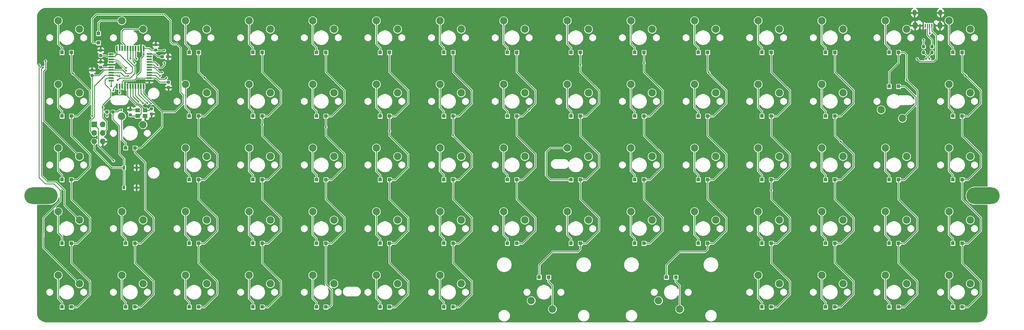
<source format=gbr>
%TF.GenerationSoftware,KiCad,Pcbnew,5.1.6*%
%TF.CreationDate,2020-06-07T21:01:59+02:00*%
%TF.ProjectId,DWZG60,44575a47-3630-42e6-9b69-6361645f7063,1*%
%TF.SameCoordinates,Original*%
%TF.FileFunction,Copper,L1,Top*%
%TF.FilePolarity,Positive*%
%FSLAX46Y46*%
G04 Gerber Fmt 4.6, Leading zero omitted, Abs format (unit mm)*
G04 Created by KiCad (PCBNEW 5.1.6) date 2020-06-07 21:01:59*
%MOMM*%
%LPD*%
G01*
G04 APERTURE LIST*
%TA.AperFunction,SMDPad,CuDef*%
%ADD10R,1.400000X1.200000*%
%TD*%
%TA.AperFunction,ComponentPad*%
%ADD11C,2.200000*%
%TD*%
%TA.AperFunction,ComponentPad*%
%ADD12O,10.000000X5.000000*%
%TD*%
%TA.AperFunction,SMDPad,CuDef*%
%ADD13R,1.500000X0.550000*%
%TD*%
%TA.AperFunction,SMDPad,CuDef*%
%ADD14R,0.550000X1.500000*%
%TD*%
%TA.AperFunction,SMDPad,CuDef*%
%ADD15R,0.450000X1.300000*%
%TD*%
%TA.AperFunction,ComponentPad*%
%ADD16O,1.450000X2.000000*%
%TD*%
%TA.AperFunction,ComponentPad*%
%ADD17O,1.150000X1.800000*%
%TD*%
%TA.AperFunction,ComponentPad*%
%ADD18R,1.700000X1.700000*%
%TD*%
%TA.AperFunction,ComponentPad*%
%ADD19O,1.700000X1.700000*%
%TD*%
%TA.AperFunction,SMDPad,CuDef*%
%ADD20R,1.100000X1.100000*%
%TD*%
%TA.AperFunction,SMDPad,CuDef*%
%ADD21R,0.750000X1.000000*%
%TD*%
%TA.AperFunction,ViaPad*%
%ADD22C,0.600000*%
%TD*%
%TA.AperFunction,Conductor*%
%ADD23C,0.250000*%
%TD*%
%TA.AperFunction,Conductor*%
%ADD24C,0.200000*%
%TD*%
%TA.AperFunction,Conductor*%
%ADD25C,0.254000*%
%TD*%
G04 APERTURE END LIST*
D10*
%TO.P,Y1,1*%
%TO.N,Net-(C7-Pad1)*%
X82635000Y-150975000D03*
%TO.P,Y1,2*%
%TO.N,GND*%
X80435000Y-150975000D03*
%TO.P,Y1,3*%
%TO.N,Net-(C6-Pad1)*%
X80435000Y-152675000D03*
%TO.P,Y1,4*%
%TO.N,GND*%
X82635000Y-152675000D03*
%TD*%
D11*
%TO.P,SW28,2*%
%TO.N,Net-(SW16-Pad2)*%
X101050000Y-145690000D03*
%TO.P,SW28,1*%
%TO.N,Net-(D28-Pad1)*%
X94700000Y-143150000D03*
%TD*%
%TO.P,SW43,1*%
%TO.N,Net-(D43-Pad1)*%
X75640000Y-152690000D03*
%TO.P,SW43,2*%
%TO.N,Net-(SW30-Pad2)*%
X81990000Y-155230000D03*
%TD*%
%TO.P,SW46,2*%
%TO.N,Net-(SW45-Pad2)*%
X310600000Y-183790000D03*
%TO.P,SW46,1*%
%TO.N,Net-(D46-Pad1)*%
X304250000Y-181250000D03*
%TD*%
%TO.P,SW25,2*%
%TO.N,Net-(SW16-Pad2)*%
X158200000Y-145690000D03*
%TO.P,SW25,1*%
%TO.N,Net-(D25-Pad1)*%
X151850000Y-143150000D03*
%TD*%
%TO.P,SW70,2*%
%TO.N,Net-(SW60-Pad2)*%
X101050000Y-202840000D03*
%TO.P,SW70,1*%
%TO.N,Net-(D70-Pad1)*%
X94700000Y-200300000D03*
%TD*%
%TO.P,SW29,1*%
%TO.N,Net-(D29-Pad1)*%
X56600000Y-143150000D03*
%TO.P,SW29,2*%
%TO.N,Net-(SW16-Pad2)*%
X62950000Y-145690000D03*
%TD*%
%TO.P,SW15,1*%
%TO.N,Net-(D15-Pad1)*%
X56600000Y-124100000D03*
%TO.P,SW15,2*%
%TO.N,Net-(SW1-Pad2)*%
X62950000Y-126640000D03*
%TD*%
%TO.P,SW38,2*%
%TO.N,Net-(SW30-Pad2)*%
X177250000Y-164740000D03*
%TO.P,SW38,1*%
%TO.N,Net-(D38-Pad1)*%
X170900000Y-162200000D03*
%TD*%
%TO.P,SW24,1*%
%TO.N,Net-(D24-Pad1)*%
X170900000Y-143150000D03*
%TO.P,SW24,2*%
%TO.N,Net-(SW16-Pad2)*%
X177250000Y-145690000D03*
%TD*%
%TO.P,SW61,1*%
%TO.N,Net-(D61-Pad1)*%
X304250000Y-200300000D03*
%TO.P,SW61,2*%
%TO.N,Net-(SW60-Pad2)*%
X310600000Y-202840000D03*
%TD*%
%TO.P,SW31,1*%
%TO.N,Net-(D31-Pad1)*%
X304250000Y-162200000D03*
%TO.P,SW31,2*%
%TO.N,Net-(SW30-Pad2)*%
X310600000Y-164740000D03*
%TD*%
%TO.P,SW17,1*%
%TO.N,Net-(D17-Pad1)*%
X309330000Y-153310000D03*
%TO.P,SW17,2*%
%TO.N,Net-(SW16-Pad2)*%
X302980000Y-150770000D03*
%TD*%
%TO.P,SW2,1*%
%TO.N,Net-(D2-Pad1)*%
X304250000Y-124100000D03*
%TO.P,SW2,2*%
%TO.N,Net-(SW1-Pad2)*%
X310600000Y-126640000D03*
%TD*%
%TO.P,SW4,2*%
%TO.N,Net-(SW1-Pad2)*%
X272500000Y-126640000D03*
%TO.P,SW4,1*%
%TO.N,Net-(D4-Pad1)*%
X266150000Y-124100000D03*
%TD*%
%TO.P,SW34,2*%
%TO.N,Net-(SW30-Pad2)*%
X253450000Y-164740000D03*
%TO.P,SW34,1*%
%TO.N,Net-(D34-Pad1)*%
X247100000Y-162200000D03*
%TD*%
%TO.P,SW5,2*%
%TO.N,Net-(SW1-Pad2)*%
X253450000Y-126640000D03*
%TO.P,SW5,1*%
%TO.N,Net-(D5-Pad1)*%
X247100000Y-124100000D03*
%TD*%
%TO.P,SW37,1*%
%TO.N,Net-(D37-Pad1)*%
X189950000Y-162200000D03*
%TO.P,SW37,2*%
%TO.N,Net-(SW30-Pad2)*%
X196300000Y-164740000D03*
%TD*%
%TO.P,SW66,2*%
%TO.N,Net-(SW60-Pad2)*%
X177250000Y-202840000D03*
%TO.P,SW66,1*%
%TO.N,Net-(D66-Pad1)*%
X170900000Y-200300000D03*
%TD*%
%TO.P,SW67,2*%
%TO.N,Net-(SW60-Pad2)*%
X158200000Y-202840000D03*
%TO.P,SW67,1*%
%TO.N,Net-(D67-Pad1)*%
X151850000Y-200300000D03*
%TD*%
%TO.P,SW42,2*%
%TO.N,Net-(SW30-Pad2)*%
X101050000Y-164740000D03*
%TO.P,SW42,1*%
%TO.N,Net-(D42-Pad1)*%
X94700000Y-162200000D03*
%TD*%
%TO.P,SW12,1*%
%TO.N,Net-(D12-Pad1)*%
X113750000Y-124100000D03*
%TO.P,SW12,2*%
%TO.N,Net-(SW1-Pad2)*%
X120100000Y-126640000D03*
%TD*%
%TO.P,SW71,1*%
%TO.N,Net-(D71-Pad1)*%
X75650000Y-200300000D03*
%TO.P,SW71,2*%
%TO.N,Net-(SW60-Pad2)*%
X82000000Y-202840000D03*
%TD*%
%TO.P,SW72,2*%
%TO.N,Net-(SW60-Pad2)*%
X62950000Y-202840000D03*
%TO.P,SW72,1*%
%TO.N,Net-(D72-Pad1)*%
X56600000Y-200300000D03*
%TD*%
%TO.P,SW59,1*%
%TO.N,Net-(D59-Pad1)*%
X56600000Y-181250000D03*
%TO.P,SW59,2*%
%TO.N,Net-(SW45-Pad2)*%
X62950000Y-183790000D03*
%TD*%
D12*
%TO.P,REF\u002A\u002A,1*%
%TO.N,N/C*%
X333500000Y-176500000D03*
%TD*%
%TO.P,REF\u002A\u002A,*%
%TO.N,*%
X51500000Y-176500000D03*
%TD*%
D13*
%TO.P,U1,1*%
%TO.N,Net-(U1-Pad1)*%
X72490000Y-134070000D03*
%TO.P,U1,2*%
%TO.N,+5V*%
X72490000Y-134870000D03*
%TO.P,U1,3*%
%TO.N,/DR-*%
X72490000Y-135670000D03*
%TO.P,U1,4*%
%TO.N,/DR+*%
X72490000Y-136470000D03*
%TO.P,U1,5*%
%TO.N,GND*%
X72490000Y-137270000D03*
%TO.P,U1,6*%
%TO.N,Net-(C5-Pad1)*%
X72490000Y-138070000D03*
%TO.P,U1,7*%
%TO.N,+5V*%
X72490000Y-138870000D03*
%TO.P,U1,8*%
%TO.N,Net-(D1-Pad2)*%
X72490000Y-139670000D03*
%TO.P,U1,9*%
%TO.N,SCK*%
X72490000Y-140470000D03*
%TO.P,U1,10*%
%TO.N,MOSI*%
X72490000Y-141270000D03*
%TO.P,U1,11*%
%TO.N,MISO*%
X72490000Y-142070000D03*
D14*
%TO.P,U1,12*%
%TO.N,Net-(D23-Pad2)*%
X74190000Y-143770000D03*
%TO.P,U1,13*%
%TO.N,RST*%
X74990000Y-143770000D03*
%TO.P,U1,14*%
%TO.N,+5V*%
X75790000Y-143770000D03*
%TO.P,U1,15*%
%TO.N,GND*%
X76590000Y-143770000D03*
%TO.P,U1,16*%
%TO.N,Net-(C6-Pad1)*%
X77390000Y-143770000D03*
%TO.P,U1,17*%
%TO.N,Net-(C7-Pad1)*%
X78190000Y-143770000D03*
%TO.P,U1,18*%
%TO.N,Net-(D24-Pad2)*%
X78990000Y-143770000D03*
%TO.P,U1,19*%
%TO.N,Net-(D10-Pad2)*%
X79790000Y-143770000D03*
%TO.P,U1,20*%
%TO.N,Net-(D11-Pad2)*%
X80590000Y-143770000D03*
%TO.P,U1,21*%
%TO.N,Net-(D12-Pad2)*%
X81390000Y-143770000D03*
%TO.P,U1,22*%
%TO.N,Net-(D14-Pad2)*%
X82190000Y-143770000D03*
D13*
%TO.P,U1,23*%
%TO.N,GND*%
X83890000Y-142070000D03*
%TO.P,U1,24*%
%TO.N,+5V*%
X83890000Y-141270000D03*
%TO.P,U1,25*%
%TO.N,Net-(D13-Pad2)*%
X83890000Y-140470000D03*
%TO.P,U1,26*%
%TO.N,Net-(D15-Pad2)*%
X83890000Y-139670000D03*
%TO.P,U1,27*%
%TO.N,Net-(U1-Pad27)*%
X83890000Y-138870000D03*
%TO.P,U1,28*%
%TO.N,Net-(D20-Pad2)*%
X83890000Y-138070000D03*
%TO.P,U1,29*%
%TO.N,Net-(D21-Pad2)*%
X83890000Y-137270000D03*
%TO.P,U1,30*%
%TO.N,Net-(D22-Pad2)*%
X83890000Y-136470000D03*
%TO.P,U1,31*%
%TO.N,Net-(U1-Pad31)*%
X83890000Y-135670000D03*
%TO.P,U1,32*%
%TO.N,Net-(U1-Pad32)*%
X83890000Y-134870000D03*
%TO.P,U1,33*%
%TO.N,Net-(R3-Pad2)*%
X83890000Y-134070000D03*
D14*
%TO.P,U1,34*%
%TO.N,+5V*%
X82190000Y-132370000D03*
%TO.P,U1,35*%
%TO.N,GND*%
X81390000Y-132370000D03*
%TO.P,U1,36*%
%TO.N,Net-(U1-Pad36)*%
X80590000Y-132370000D03*
%TO.P,U1,37*%
%TO.N,Net-(SW60-Pad2)*%
X79790000Y-132370000D03*
%TO.P,U1,38*%
%TO.N,Net-(SW45-Pad2)*%
X78990000Y-132370000D03*
%TO.P,U1,39*%
%TO.N,Net-(SW30-Pad2)*%
X78190000Y-132370000D03*
%TO.P,U1,40*%
%TO.N,Net-(SW16-Pad2)*%
X77390000Y-132370000D03*
%TO.P,U1,41*%
%TO.N,Net-(SW1-Pad2)*%
X76590000Y-132370000D03*
%TO.P,U1,42*%
%TO.N,Net-(U1-Pad42)*%
X75790000Y-132370000D03*
%TO.P,U1,43*%
%TO.N,GND*%
X74990000Y-132370000D03*
%TO.P,U1,44*%
%TO.N,+5V*%
X74190000Y-132370000D03*
%TD*%
D11*
%TO.P,SW36,2*%
%TO.N,Net-(SW30-Pad2)*%
X215350000Y-164740000D03*
%TO.P,SW36,1*%
%TO.N,Net-(D36-Pad1)*%
X209000000Y-162200000D03*
%TD*%
%TO.P,SW65,2*%
%TO.N,Net-(SW60-Pad2)*%
X198205000Y-207920000D03*
%TO.P,SW65,1*%
%TO.N,Net-(D65-Pad1)*%
X204555000Y-210460000D03*
%TD*%
%TO.P,SW64,2*%
%TO.N,Net-(SW60-Pad2)*%
X236305000Y-207920000D03*
%TO.P,SW64,1*%
%TO.N,Net-(D64-Pad1)*%
X242655000Y-210460000D03*
%TD*%
%TO.P,SW1,2*%
%TO.N,Net-(SW1-Pad2)*%
X329650000Y-126640000D03*
%TO.P,SW1,1*%
%TO.N,Net-(D1-Pad1)*%
X323300000Y-124100000D03*
%TD*%
%TO.P,SW14,1*%
%TO.N,Net-(D14-Pad1)*%
X75650000Y-124100000D03*
%TO.P,SW14,2*%
%TO.N,Net-(SW1-Pad2)*%
X82000000Y-126640000D03*
%TD*%
%TO.P,SW60,2*%
%TO.N,Net-(SW60-Pad2)*%
X329650000Y-202840000D03*
%TO.P,SW60,1*%
%TO.N,Net-(D60-Pad1)*%
X323300000Y-200300000D03*
%TD*%
%TO.P,R1,1*%
%TO.N,/D+*%
%TA.AperFunction,SMDPad,CuDef*%
G36*
G01*
X317982500Y-131350000D02*
X318457500Y-131350000D01*
G75*
G02*
X318695000Y-131587500I0J-237500D01*
G01*
X318695000Y-132162500D01*
G75*
G02*
X318457500Y-132400000I-237500J0D01*
G01*
X317982500Y-132400000D01*
G75*
G02*
X317745000Y-132162500I0J237500D01*
G01*
X317745000Y-131587500D01*
G75*
G02*
X317982500Y-131350000I237500J0D01*
G01*
G37*
%TD.AperFunction*%
%TO.P,R1,2*%
%TO.N,/DR+*%
%TA.AperFunction,SMDPad,CuDef*%
G36*
G01*
X317982500Y-133100000D02*
X318457500Y-133100000D01*
G75*
G02*
X318695000Y-133337500I0J-237500D01*
G01*
X318695000Y-133912500D01*
G75*
G02*
X318457500Y-134150000I-237500J0D01*
G01*
X317982500Y-134150000D01*
G75*
G02*
X317745000Y-133912500I0J237500D01*
G01*
X317745000Y-133337500D01*
G75*
G02*
X317982500Y-133100000I237500J0D01*
G01*
G37*
%TD.AperFunction*%
%TD*%
%TO.P,R2,2*%
%TO.N,/DR-*%
%TA.AperFunction,SMDPad,CuDef*%
G36*
G01*
X315442500Y-133100000D02*
X315917500Y-133100000D01*
G75*
G02*
X316155000Y-133337500I0J-237500D01*
G01*
X316155000Y-133912500D01*
G75*
G02*
X315917500Y-134150000I-237500J0D01*
G01*
X315442500Y-134150000D01*
G75*
G02*
X315205000Y-133912500I0J237500D01*
G01*
X315205000Y-133337500D01*
G75*
G02*
X315442500Y-133100000I237500J0D01*
G01*
G37*
%TD.AperFunction*%
%TO.P,R2,1*%
%TO.N,/D-*%
%TA.AperFunction,SMDPad,CuDef*%
G36*
G01*
X315442500Y-131350000D02*
X315917500Y-131350000D01*
G75*
G02*
X316155000Y-131587500I0J-237500D01*
G01*
X316155000Y-132162500D01*
G75*
G02*
X315917500Y-132400000I-237500J0D01*
G01*
X315442500Y-132400000D01*
G75*
G02*
X315205000Y-132162500I0J237500D01*
G01*
X315205000Y-131587500D01*
G75*
G02*
X315442500Y-131350000I237500J0D01*
G01*
G37*
%TD.AperFunction*%
%TD*%
%TO.P,R4,1*%
%TO.N,+5V*%
%TA.AperFunction,SMDPad,CuDef*%
G36*
G01*
X70680000Y-151642500D02*
X70680000Y-151167500D01*
G75*
G02*
X70917500Y-150930000I237500J0D01*
G01*
X71492500Y-150930000D01*
G75*
G02*
X71730000Y-151167500I0J-237500D01*
G01*
X71730000Y-151642500D01*
G75*
G02*
X71492500Y-151880000I-237500J0D01*
G01*
X70917500Y-151880000D01*
G75*
G02*
X70680000Y-151642500I0J237500D01*
G01*
G37*
%TD.AperFunction*%
%TO.P,R4,2*%
%TO.N,RST*%
%TA.AperFunction,SMDPad,CuDef*%
G36*
G01*
X72430000Y-151642500D02*
X72430000Y-151167500D01*
G75*
G02*
X72667500Y-150930000I237500J0D01*
G01*
X73242500Y-150930000D01*
G75*
G02*
X73480000Y-151167500I0J-237500D01*
G01*
X73480000Y-151642500D01*
G75*
G02*
X73242500Y-151880000I-237500J0D01*
G01*
X72667500Y-151880000D01*
G75*
G02*
X72430000Y-151642500I0J237500D01*
G01*
G37*
%TD.AperFunction*%
%TD*%
%TO.P,SW3,2*%
%TO.N,Net-(SW1-Pad2)*%
X291550000Y-126640000D03*
%TO.P,SW3,1*%
%TO.N,Net-(D3-Pad1)*%
X285200000Y-124100000D03*
%TD*%
%TO.P,SW6,2*%
%TO.N,Net-(SW1-Pad2)*%
X234400000Y-126640000D03*
%TO.P,SW6,1*%
%TO.N,Net-(D6-Pad1)*%
X228050000Y-124100000D03*
%TD*%
%TO.P,SW7,2*%
%TO.N,Net-(SW1-Pad2)*%
X215350000Y-126640000D03*
%TO.P,SW7,1*%
%TO.N,Net-(D7-Pad1)*%
X209000000Y-124100000D03*
%TD*%
%TO.P,SW8,1*%
%TO.N,Net-(D8-Pad1)*%
X189950000Y-124100000D03*
%TO.P,SW8,2*%
%TO.N,Net-(SW1-Pad2)*%
X196300000Y-126640000D03*
%TD*%
%TO.P,SW9,2*%
%TO.N,Net-(SW1-Pad2)*%
X177250000Y-126640000D03*
%TO.P,SW9,1*%
%TO.N,Net-(D9-Pad1)*%
X170900000Y-124100000D03*
%TD*%
%TO.P,SW10,1*%
%TO.N,Net-(D10-Pad1)*%
X151850000Y-124100000D03*
%TO.P,SW10,2*%
%TO.N,Net-(SW1-Pad2)*%
X158200000Y-126640000D03*
%TD*%
%TO.P,SW11,1*%
%TO.N,Net-(D11-Pad1)*%
X132800000Y-124100000D03*
%TO.P,SW11,2*%
%TO.N,Net-(SW1-Pad2)*%
X139150000Y-126640000D03*
%TD*%
%TO.P,SW13,2*%
%TO.N,Net-(SW1-Pad2)*%
X101050000Y-126640000D03*
%TO.P,SW13,1*%
%TO.N,Net-(D13-Pad1)*%
X94700000Y-124100000D03*
%TD*%
%TO.P,SW16,1*%
%TO.N,Net-(D16-Pad1)*%
X323300000Y-143150000D03*
%TO.P,SW16,2*%
%TO.N,Net-(SW16-Pad2)*%
X329650000Y-145690000D03*
%TD*%
%TO.P,SW18,1*%
%TO.N,Net-(D18-Pad1)*%
X285200000Y-143150000D03*
%TO.P,SW18,2*%
%TO.N,Net-(SW16-Pad2)*%
X291550000Y-145690000D03*
%TD*%
%TO.P,SW19,1*%
%TO.N,Net-(D19-Pad1)*%
X266150000Y-143150000D03*
%TO.P,SW19,2*%
%TO.N,Net-(SW16-Pad2)*%
X272500000Y-145690000D03*
%TD*%
%TO.P,SW20,1*%
%TO.N,Net-(D20-Pad1)*%
X247100000Y-143150000D03*
%TO.P,SW20,2*%
%TO.N,Net-(SW16-Pad2)*%
X253450000Y-145690000D03*
%TD*%
%TO.P,SW21,1*%
%TO.N,Net-(D21-Pad1)*%
X228050000Y-143150000D03*
%TO.P,SW21,2*%
%TO.N,Net-(SW16-Pad2)*%
X234400000Y-145690000D03*
%TD*%
%TO.P,SW22,1*%
%TO.N,Net-(D22-Pad1)*%
X209000000Y-143150000D03*
%TO.P,SW22,2*%
%TO.N,Net-(SW16-Pad2)*%
X215350000Y-145690000D03*
%TD*%
%TO.P,SW23,2*%
%TO.N,Net-(SW16-Pad2)*%
X196300000Y-145690000D03*
%TO.P,SW23,1*%
%TO.N,Net-(D23-Pad1)*%
X189950000Y-143150000D03*
%TD*%
%TO.P,SW26,1*%
%TO.N,Net-(D26-Pad1)*%
X132800000Y-143150000D03*
%TO.P,SW26,2*%
%TO.N,Net-(SW16-Pad2)*%
X139150000Y-145690000D03*
%TD*%
%TO.P,SW27,2*%
%TO.N,Net-(SW16-Pad2)*%
X120100000Y-145690000D03*
%TO.P,SW27,1*%
%TO.N,Net-(D27-Pad1)*%
X113750000Y-143150000D03*
%TD*%
%TO.P,SW30,2*%
%TO.N,Net-(SW30-Pad2)*%
X329650000Y-164740000D03*
%TO.P,SW30,1*%
%TO.N,Net-(D30-Pad1)*%
X323300000Y-162200000D03*
%TD*%
%TO.P,SW32,2*%
%TO.N,Net-(SW30-Pad2)*%
X291550000Y-164740000D03*
%TO.P,SW32,1*%
%TO.N,Net-(D32-Pad1)*%
X285200000Y-162200000D03*
%TD*%
%TO.P,SW33,1*%
%TO.N,Net-(D33-Pad1)*%
X266150000Y-162200000D03*
%TO.P,SW33,2*%
%TO.N,Net-(SW30-Pad2)*%
X272500000Y-164740000D03*
%TD*%
%TO.P,SW35,2*%
%TO.N,Net-(SW30-Pad2)*%
X234400000Y-164740000D03*
%TO.P,SW35,1*%
%TO.N,Net-(D35-Pad1)*%
X228050000Y-162200000D03*
%TD*%
%TO.P,SW39,1*%
%TO.N,Net-(D39-Pad1)*%
X151850000Y-162200000D03*
%TO.P,SW39,2*%
%TO.N,Net-(SW30-Pad2)*%
X158200000Y-164740000D03*
%TD*%
%TO.P,SW40,2*%
%TO.N,Net-(SW30-Pad2)*%
X139150000Y-164740000D03*
%TO.P,SW40,1*%
%TO.N,Net-(D40-Pad1)*%
X132800000Y-162200000D03*
%TD*%
%TO.P,SW41,1*%
%TO.N,Net-(D41-Pad1)*%
X113750000Y-162200000D03*
%TO.P,SW41,2*%
%TO.N,Net-(SW30-Pad2)*%
X120100000Y-164740000D03*
%TD*%
%TO.P,SW44,2*%
%TO.N,Net-(SW30-Pad2)*%
X62950000Y-164740000D03*
%TO.P,SW44,1*%
%TO.N,Net-(D44-Pad1)*%
X56600000Y-162200000D03*
%TD*%
%TO.P,SW45,1*%
%TO.N,Net-(D45-Pad1)*%
X323300000Y-181250000D03*
%TO.P,SW45,2*%
%TO.N,Net-(SW45-Pad2)*%
X329650000Y-183790000D03*
%TD*%
%TO.P,SW47,1*%
%TO.N,Net-(D47-Pad1)*%
X285200000Y-181250000D03*
%TO.P,SW47,2*%
%TO.N,Net-(SW45-Pad2)*%
X291550000Y-183790000D03*
%TD*%
%TO.P,SW48,2*%
%TO.N,Net-(SW45-Pad2)*%
X272500000Y-183790000D03*
%TO.P,SW48,1*%
%TO.N,Net-(D48-Pad1)*%
X266150000Y-181250000D03*
%TD*%
%TO.P,SW49,1*%
%TO.N,Net-(D49-Pad1)*%
X247100000Y-181250000D03*
%TO.P,SW49,2*%
%TO.N,Net-(SW45-Pad2)*%
X253450000Y-183790000D03*
%TD*%
%TO.P,SW50,1*%
%TO.N,Net-(D50-Pad1)*%
X228050000Y-181250000D03*
%TO.P,SW50,2*%
%TO.N,Net-(SW45-Pad2)*%
X234400000Y-183790000D03*
%TD*%
%TO.P,SW51,1*%
%TO.N,Net-(D51-Pad1)*%
X209000000Y-181250000D03*
%TO.P,SW51,2*%
%TO.N,Net-(SW45-Pad2)*%
X215350000Y-183790000D03*
%TD*%
%TO.P,SW52,1*%
%TO.N,Net-(D52-Pad1)*%
X189950000Y-181250000D03*
%TO.P,SW52,2*%
%TO.N,Net-(SW45-Pad2)*%
X196300000Y-183790000D03*
%TD*%
%TO.P,SW53,1*%
%TO.N,Net-(D53-Pad1)*%
X170900000Y-181250000D03*
%TO.P,SW53,2*%
%TO.N,Net-(SW45-Pad2)*%
X177250000Y-183790000D03*
%TD*%
%TO.P,SW54,2*%
%TO.N,Net-(SW45-Pad2)*%
X158200000Y-183790000D03*
%TO.P,SW54,1*%
%TO.N,Net-(D54-Pad1)*%
X151850000Y-181250000D03*
%TD*%
%TO.P,SW55,1*%
%TO.N,Net-(D55-Pad1)*%
X132800000Y-181250000D03*
%TO.P,SW55,2*%
%TO.N,Net-(SW45-Pad2)*%
X139150000Y-183790000D03*
%TD*%
%TO.P,SW56,2*%
%TO.N,Net-(SW45-Pad2)*%
X120100000Y-183790000D03*
%TO.P,SW56,1*%
%TO.N,Net-(D56-Pad1)*%
X113750000Y-181250000D03*
%TD*%
%TO.P,SW57,1*%
%TO.N,Net-(D57-Pad1)*%
X94700000Y-181250000D03*
%TO.P,SW57,2*%
%TO.N,Net-(SW45-Pad2)*%
X101050000Y-183790000D03*
%TD*%
%TO.P,SW58,2*%
%TO.N,Net-(SW45-Pad2)*%
X82000000Y-183790000D03*
%TO.P,SW58,1*%
%TO.N,Net-(D58-Pad1)*%
X75650000Y-181250000D03*
%TD*%
%TO.P,SW62,2*%
%TO.N,Net-(SW60-Pad2)*%
X291550000Y-202840000D03*
%TO.P,SW62,1*%
%TO.N,Net-(D62-Pad1)*%
X285200000Y-200300000D03*
%TD*%
%TO.P,SW63,2*%
%TO.N,Net-(SW60-Pad2)*%
X272500000Y-202840000D03*
%TO.P,SW63,1*%
%TO.N,Net-(D63-Pad1)*%
X266150000Y-200300000D03*
%TD*%
%TO.P,SW68,2*%
%TO.N,Net-(SW60-Pad2)*%
X139150000Y-202840000D03*
%TO.P,SW68,1*%
%TO.N,Net-(D68-Pad1)*%
X132800000Y-200300000D03*
%TD*%
%TO.P,SW69,1*%
%TO.N,Net-(D69-Pad1)*%
X113750000Y-200300000D03*
%TO.P,SW69,2*%
%TO.N,Net-(SW60-Pad2)*%
X120100000Y-202840000D03*
%TD*%
D15*
%TO.P,J1,1*%
%TO.N,+5V*%
X318165000Y-125619000D03*
%TO.P,J1,2*%
%TO.N,/D-*%
X317515000Y-125619000D03*
%TO.P,J1,3*%
%TO.N,/D+*%
X316865000Y-125619000D03*
%TO.P,J1,4*%
%TO.N,Net-(J1-Pad4)*%
X316215000Y-125619000D03*
%TO.P,J1,5*%
%TO.N,GND*%
X315565000Y-125619000D03*
D16*
%TO.P,J1,6*%
X320590000Y-125569000D03*
X313140000Y-125569000D03*
D17*
X320740000Y-121769000D03*
X312990000Y-121769000D03*
%TD*%
D18*
%TO.P,J2,1*%
%TO.N,MISO*%
X67395000Y-155215000D03*
D19*
%TO.P,J2,2*%
%TO.N,+5V*%
X69935000Y-155215000D03*
%TO.P,J2,3*%
%TO.N,SCK*%
X67395000Y-157755000D03*
%TO.P,J2,4*%
%TO.N,MOSI*%
X69935000Y-157755000D03*
%TO.P,J2,5*%
%TO.N,RST*%
X67395000Y-160295000D03*
%TO.P,J2,6*%
%TO.N,GND*%
X69935000Y-160295000D03*
%TD*%
%TO.P,C1,1*%
%TO.N,+5V*%
%TA.AperFunction,SMDPad,CuDef*%
G36*
G01*
X89363750Y-142077500D02*
X89876250Y-142077500D01*
G75*
G02*
X90095000Y-142296250I0J-218750D01*
G01*
X90095000Y-142733750D01*
G75*
G02*
X89876250Y-142952500I-218750J0D01*
G01*
X89363750Y-142952500D01*
G75*
G02*
X89145000Y-142733750I0J218750D01*
G01*
X89145000Y-142296250D01*
G75*
G02*
X89363750Y-142077500I218750J0D01*
G01*
G37*
%TD.AperFunction*%
%TO.P,C1,2*%
%TO.N,GND*%
%TA.AperFunction,SMDPad,CuDef*%
G36*
G01*
X89363750Y-143652500D02*
X89876250Y-143652500D01*
G75*
G02*
X90095000Y-143871250I0J-218750D01*
G01*
X90095000Y-144308750D01*
G75*
G02*
X89876250Y-144527500I-218750J0D01*
G01*
X89363750Y-144527500D01*
G75*
G02*
X89145000Y-144308750I0J218750D01*
G01*
X89145000Y-143871250D01*
G75*
G02*
X89363750Y-143652500I218750J0D01*
G01*
G37*
%TD.AperFunction*%
%TD*%
%TO.P,C2,1*%
%TO.N,+5V*%
%TA.AperFunction,SMDPad,CuDef*%
G36*
G01*
X69556250Y-135002500D02*
X69043750Y-135002500D01*
G75*
G02*
X68825000Y-134783750I0J218750D01*
G01*
X68825000Y-134346250D01*
G75*
G02*
X69043750Y-134127500I218750J0D01*
G01*
X69556250Y-134127500D01*
G75*
G02*
X69775000Y-134346250I0J-218750D01*
G01*
X69775000Y-134783750D01*
G75*
G02*
X69556250Y-135002500I-218750J0D01*
G01*
G37*
%TD.AperFunction*%
%TO.P,C2,2*%
%TO.N,GND*%
%TA.AperFunction,SMDPad,CuDef*%
G36*
G01*
X69556250Y-133427500D02*
X69043750Y-133427500D01*
G75*
G02*
X68825000Y-133208750I0J218750D01*
G01*
X68825000Y-132771250D01*
G75*
G02*
X69043750Y-132552500I218750J0D01*
G01*
X69556250Y-132552500D01*
G75*
G02*
X69775000Y-132771250I0J-218750D01*
G01*
X69775000Y-133208750D01*
G75*
G02*
X69556250Y-133427500I-218750J0D01*
G01*
G37*
%TD.AperFunction*%
%TD*%
%TO.P,C3,2*%
%TO.N,GND*%
%TA.AperFunction,SMDPad,CuDef*%
G36*
G01*
X67016250Y-139385000D02*
X66503750Y-139385000D01*
G75*
G02*
X66285000Y-139166250I0J218750D01*
G01*
X66285000Y-138728750D01*
G75*
G02*
X66503750Y-138510000I218750J0D01*
G01*
X67016250Y-138510000D01*
G75*
G02*
X67235000Y-138728750I0J-218750D01*
G01*
X67235000Y-139166250D01*
G75*
G02*
X67016250Y-139385000I-218750J0D01*
G01*
G37*
%TD.AperFunction*%
%TO.P,C3,1*%
%TO.N,+5V*%
%TA.AperFunction,SMDPad,CuDef*%
G36*
G01*
X67016250Y-140960000D02*
X66503750Y-140960000D01*
G75*
G02*
X66285000Y-140741250I0J218750D01*
G01*
X66285000Y-140303750D01*
G75*
G02*
X66503750Y-140085000I218750J0D01*
G01*
X67016250Y-140085000D01*
G75*
G02*
X67235000Y-140303750I0J-218750D01*
G01*
X67235000Y-140741250D01*
G75*
G02*
X67016250Y-140960000I-218750J0D01*
G01*
G37*
%TD.AperFunction*%
%TD*%
%TO.P,C4,2*%
%TO.N,GND*%
%TA.AperFunction,SMDPad,CuDef*%
G36*
G01*
X86066250Y-131765000D02*
X85553750Y-131765000D01*
G75*
G02*
X85335000Y-131546250I0J218750D01*
G01*
X85335000Y-131108750D01*
G75*
G02*
X85553750Y-130890000I218750J0D01*
G01*
X86066250Y-130890000D01*
G75*
G02*
X86285000Y-131108750I0J-218750D01*
G01*
X86285000Y-131546250D01*
G75*
G02*
X86066250Y-131765000I-218750J0D01*
G01*
G37*
%TD.AperFunction*%
%TO.P,C4,1*%
%TO.N,+5V*%
%TA.AperFunction,SMDPad,CuDef*%
G36*
G01*
X86066250Y-133340000D02*
X85553750Y-133340000D01*
G75*
G02*
X85335000Y-133121250I0J218750D01*
G01*
X85335000Y-132683750D01*
G75*
G02*
X85553750Y-132465000I218750J0D01*
G01*
X86066250Y-132465000D01*
G75*
G02*
X86285000Y-132683750I0J-218750D01*
G01*
X86285000Y-133121250D01*
G75*
G02*
X86066250Y-133340000I-218750J0D01*
G01*
G37*
%TD.AperFunction*%
%TD*%
%TO.P,C5,2*%
%TO.N,GND*%
%TA.AperFunction,SMDPad,CuDef*%
G36*
G01*
X69556250Y-136932500D02*
X69043750Y-136932500D01*
G75*
G02*
X68825000Y-136713750I0J218750D01*
G01*
X68825000Y-136276250D01*
G75*
G02*
X69043750Y-136057500I218750J0D01*
G01*
X69556250Y-136057500D01*
G75*
G02*
X69775000Y-136276250I0J-218750D01*
G01*
X69775000Y-136713750D01*
G75*
G02*
X69556250Y-136932500I-218750J0D01*
G01*
G37*
%TD.AperFunction*%
%TO.P,C5,1*%
%TO.N,Net-(C5-Pad1)*%
%TA.AperFunction,SMDPad,CuDef*%
G36*
G01*
X69556250Y-138507500D02*
X69043750Y-138507500D01*
G75*
G02*
X68825000Y-138288750I0J218750D01*
G01*
X68825000Y-137851250D01*
G75*
G02*
X69043750Y-137632500I218750J0D01*
G01*
X69556250Y-137632500D01*
G75*
G02*
X69775000Y-137851250I0J-218750D01*
G01*
X69775000Y-138288750D01*
G75*
G02*
X69556250Y-138507500I-218750J0D01*
G01*
G37*
%TD.AperFunction*%
%TD*%
%TO.P,C6,1*%
%TO.N,Net-(C6-Pad1)*%
%TA.AperFunction,SMDPad,CuDef*%
G36*
G01*
X78446250Y-152782500D02*
X77933750Y-152782500D01*
G75*
G02*
X77715000Y-152563750I0J218750D01*
G01*
X77715000Y-152126250D01*
G75*
G02*
X77933750Y-151907500I218750J0D01*
G01*
X78446250Y-151907500D01*
G75*
G02*
X78665000Y-152126250I0J-218750D01*
G01*
X78665000Y-152563750D01*
G75*
G02*
X78446250Y-152782500I-218750J0D01*
G01*
G37*
%TD.AperFunction*%
%TO.P,C6,2*%
%TO.N,GND*%
%TA.AperFunction,SMDPad,CuDef*%
G36*
G01*
X78446250Y-151207500D02*
X77933750Y-151207500D01*
G75*
G02*
X77715000Y-150988750I0J218750D01*
G01*
X77715000Y-150551250D01*
G75*
G02*
X77933750Y-150332500I218750J0D01*
G01*
X78446250Y-150332500D01*
G75*
G02*
X78665000Y-150551250I0J-218750D01*
G01*
X78665000Y-150988750D01*
G75*
G02*
X78446250Y-151207500I-218750J0D01*
G01*
G37*
%TD.AperFunction*%
%TD*%
%TO.P,C7,1*%
%TO.N,Net-(C7-Pad1)*%
%TA.AperFunction,SMDPad,CuDef*%
G36*
G01*
X84283750Y-150027500D02*
X84796250Y-150027500D01*
G75*
G02*
X85015000Y-150246250I0J-218750D01*
G01*
X85015000Y-150683750D01*
G75*
G02*
X84796250Y-150902500I-218750J0D01*
G01*
X84283750Y-150902500D01*
G75*
G02*
X84065000Y-150683750I0J218750D01*
G01*
X84065000Y-150246250D01*
G75*
G02*
X84283750Y-150027500I218750J0D01*
G01*
G37*
%TD.AperFunction*%
%TO.P,C7,2*%
%TO.N,GND*%
%TA.AperFunction,SMDPad,CuDef*%
G36*
G01*
X84283750Y-151602500D02*
X84796250Y-151602500D01*
G75*
G02*
X85015000Y-151821250I0J-218750D01*
G01*
X85015000Y-152258750D01*
G75*
G02*
X84796250Y-152477500I-218750J0D01*
G01*
X84283750Y-152477500D01*
G75*
G02*
X84065000Y-152258750I0J218750D01*
G01*
X84065000Y-151821250D01*
G75*
G02*
X84283750Y-151602500I218750J0D01*
G01*
G37*
%TD.AperFunction*%
%TD*%
D20*
%TO.P,D1,1*%
%TO.N,Net-(D1-Pad1)*%
X324440000Y-133625000D03*
%TO.P,D1,2*%
%TO.N,Net-(D1-Pad2)*%
X327240000Y-133625000D03*
%TD*%
%TO.P,D2,2*%
%TO.N,SCK*%
X308190000Y-133625000D03*
%TO.P,D2,1*%
%TO.N,Net-(D2-Pad1)*%
X305390000Y-133625000D03*
%TD*%
%TO.P,D3,1*%
%TO.N,Net-(D3-Pad1)*%
X286340000Y-133625000D03*
%TO.P,D3,2*%
%TO.N,MOSI*%
X289140000Y-133625000D03*
%TD*%
%TO.P,D4,2*%
%TO.N,MISO*%
X270090000Y-133625000D03*
%TO.P,D4,1*%
%TO.N,Net-(D4-Pad1)*%
X267290000Y-133625000D03*
%TD*%
%TO.P,D5,2*%
%TO.N,Net-(D20-Pad2)*%
X251040000Y-133625000D03*
%TO.P,D5,1*%
%TO.N,Net-(D5-Pad1)*%
X248240000Y-133625000D03*
%TD*%
%TO.P,D6,2*%
%TO.N,Net-(D21-Pad2)*%
X231990000Y-133625000D03*
%TO.P,D6,1*%
%TO.N,Net-(D6-Pad1)*%
X229190000Y-133625000D03*
%TD*%
%TO.P,D7,1*%
%TO.N,Net-(D7-Pad1)*%
X210140000Y-133625000D03*
%TO.P,D7,2*%
%TO.N,Net-(D22-Pad2)*%
X212940000Y-133625000D03*
%TD*%
%TO.P,D8,1*%
%TO.N,Net-(D8-Pad1)*%
X191090000Y-133625000D03*
%TO.P,D8,2*%
%TO.N,Net-(D23-Pad2)*%
X193890000Y-133625000D03*
%TD*%
%TO.P,D9,2*%
%TO.N,Net-(D24-Pad2)*%
X174840000Y-133625000D03*
%TO.P,D9,1*%
%TO.N,Net-(D9-Pad1)*%
X172040000Y-133625000D03*
%TD*%
%TO.P,D10,2*%
%TO.N,Net-(D10-Pad2)*%
X155790000Y-133625000D03*
%TO.P,D10,1*%
%TO.N,Net-(D10-Pad1)*%
X152990000Y-133625000D03*
%TD*%
%TO.P,D11,2*%
%TO.N,Net-(D11-Pad2)*%
X136740000Y-133625000D03*
%TO.P,D11,1*%
%TO.N,Net-(D11-Pad1)*%
X133940000Y-133625000D03*
%TD*%
%TO.P,D12,1*%
%TO.N,Net-(D12-Pad1)*%
X114890000Y-133625000D03*
%TO.P,D12,2*%
%TO.N,Net-(D12-Pad2)*%
X117690000Y-133625000D03*
%TD*%
%TO.P,D13,2*%
%TO.N,Net-(D13-Pad2)*%
X98640000Y-133625000D03*
%TO.P,D13,1*%
%TO.N,Net-(D13-Pad1)*%
X95840000Y-133625000D03*
%TD*%
%TO.P,D14,2*%
%TO.N,Net-(D14-Pad2)*%
X68665000Y-130735000D03*
%TO.P,D14,1*%
%TO.N,Net-(D14-Pad1)*%
X68665000Y-127935000D03*
%TD*%
%TO.P,D15,1*%
%TO.N,Net-(D15-Pad1)*%
X57740000Y-133625000D03*
%TO.P,D15,2*%
%TO.N,Net-(D15-Pad2)*%
X60540000Y-133625000D03*
%TD*%
%TO.P,D16,2*%
%TO.N,Net-(D1-Pad2)*%
X327240000Y-152675000D03*
%TO.P,D16,1*%
%TO.N,Net-(D16-Pad1)*%
X324440000Y-152675000D03*
%TD*%
%TO.P,D17,1*%
%TO.N,Net-(D17-Pad1)*%
X308190000Y-143785000D03*
%TO.P,D17,2*%
%TO.N,SCK*%
X305390000Y-143785000D03*
%TD*%
%TO.P,D18,2*%
%TO.N,MOSI*%
X289140000Y-152675000D03*
%TO.P,D18,1*%
%TO.N,Net-(D18-Pad1)*%
X286340000Y-152675000D03*
%TD*%
%TO.P,D19,1*%
%TO.N,Net-(D19-Pad1)*%
X267290000Y-152675000D03*
%TO.P,D19,2*%
%TO.N,MISO*%
X270090000Y-152675000D03*
%TD*%
%TO.P,D20,1*%
%TO.N,Net-(D20-Pad1)*%
X248240000Y-152675000D03*
%TO.P,D20,2*%
%TO.N,Net-(D20-Pad2)*%
X251040000Y-152675000D03*
%TD*%
%TO.P,D21,1*%
%TO.N,Net-(D21-Pad1)*%
X229190000Y-152675000D03*
%TO.P,D21,2*%
%TO.N,Net-(D21-Pad2)*%
X231990000Y-152675000D03*
%TD*%
%TO.P,D22,2*%
%TO.N,Net-(D22-Pad2)*%
X212940000Y-152675000D03*
%TO.P,D22,1*%
%TO.N,Net-(D22-Pad1)*%
X210140000Y-152675000D03*
%TD*%
%TO.P,D23,2*%
%TO.N,Net-(D23-Pad2)*%
X193890000Y-152675000D03*
%TO.P,D23,1*%
%TO.N,Net-(D23-Pad1)*%
X191090000Y-152675000D03*
%TD*%
%TO.P,D24,2*%
%TO.N,Net-(D24-Pad2)*%
X174840000Y-152675000D03*
%TO.P,D24,1*%
%TO.N,Net-(D24-Pad1)*%
X172040000Y-152675000D03*
%TD*%
%TO.P,D25,1*%
%TO.N,Net-(D25-Pad1)*%
X152990000Y-152675000D03*
%TO.P,D25,2*%
%TO.N,Net-(D10-Pad2)*%
X155790000Y-152675000D03*
%TD*%
%TO.P,D26,1*%
%TO.N,Net-(D26-Pad1)*%
X133940000Y-152675000D03*
%TO.P,D26,2*%
%TO.N,Net-(D11-Pad2)*%
X136740000Y-152675000D03*
%TD*%
%TO.P,D27,2*%
%TO.N,Net-(D12-Pad2)*%
X117690000Y-152675000D03*
%TO.P,D27,1*%
%TO.N,Net-(D27-Pad1)*%
X114890000Y-152675000D03*
%TD*%
%TO.P,D28,1*%
%TO.N,Net-(D28-Pad1)*%
X95840000Y-152675000D03*
%TO.P,D28,2*%
%TO.N,Net-(D13-Pad2)*%
X98640000Y-152675000D03*
%TD*%
%TO.P,D29,2*%
%TO.N,Net-(D15-Pad2)*%
X60540000Y-152675000D03*
%TO.P,D29,1*%
%TO.N,Net-(D29-Pad1)*%
X57740000Y-152675000D03*
%TD*%
%TO.P,D30,1*%
%TO.N,Net-(D30-Pad1)*%
X324440000Y-171725000D03*
%TO.P,D30,2*%
%TO.N,Net-(D1-Pad2)*%
X327240000Y-171725000D03*
%TD*%
%TO.P,D31,2*%
%TO.N,SCK*%
X308190000Y-171725000D03*
%TO.P,D31,1*%
%TO.N,Net-(D31-Pad1)*%
X305390000Y-171725000D03*
%TD*%
%TO.P,D32,1*%
%TO.N,Net-(D32-Pad1)*%
X286340000Y-171725000D03*
%TO.P,D32,2*%
%TO.N,MOSI*%
X289140000Y-171725000D03*
%TD*%
%TO.P,D33,2*%
%TO.N,MISO*%
X270090000Y-171725000D03*
%TO.P,D33,1*%
%TO.N,Net-(D33-Pad1)*%
X267290000Y-171725000D03*
%TD*%
%TO.P,D34,2*%
%TO.N,Net-(D20-Pad2)*%
X251040000Y-171725000D03*
%TO.P,D34,1*%
%TO.N,Net-(D34-Pad1)*%
X248240000Y-171725000D03*
%TD*%
%TO.P,D35,2*%
%TO.N,Net-(D21-Pad2)*%
X231990000Y-171725000D03*
%TO.P,D35,1*%
%TO.N,Net-(D35-Pad1)*%
X229190000Y-171725000D03*
%TD*%
%TO.P,D36,1*%
%TO.N,Net-(D36-Pad1)*%
X210140000Y-171725000D03*
%TO.P,D36,2*%
%TO.N,Net-(D22-Pad2)*%
X212940000Y-171725000D03*
%TD*%
%TO.P,D37,1*%
%TO.N,Net-(D37-Pad1)*%
X191090000Y-171725000D03*
%TO.P,D37,2*%
%TO.N,Net-(D23-Pad2)*%
X193890000Y-171725000D03*
%TD*%
%TO.P,D38,1*%
%TO.N,Net-(D38-Pad1)*%
X172040000Y-171725000D03*
%TO.P,D38,2*%
%TO.N,Net-(D24-Pad2)*%
X174840000Y-171725000D03*
%TD*%
%TO.P,D39,2*%
%TO.N,Net-(D10-Pad2)*%
X155790000Y-171725000D03*
%TO.P,D39,1*%
%TO.N,Net-(D39-Pad1)*%
X152990000Y-171725000D03*
%TD*%
%TO.P,D40,2*%
%TO.N,Net-(D11-Pad2)*%
X136740000Y-171725000D03*
%TO.P,D40,1*%
%TO.N,Net-(D40-Pad1)*%
X133940000Y-171725000D03*
%TD*%
%TO.P,D41,2*%
%TO.N,Net-(D12-Pad2)*%
X117690000Y-171725000D03*
%TO.P,D41,1*%
%TO.N,Net-(D41-Pad1)*%
X114890000Y-171725000D03*
%TD*%
%TO.P,D42,2*%
%TO.N,Net-(D13-Pad2)*%
X98640000Y-171725000D03*
%TO.P,D42,1*%
%TO.N,Net-(D42-Pad1)*%
X95840000Y-171725000D03*
%TD*%
%TO.P,D43,1*%
%TO.N,Net-(D43-Pad1)*%
X76790000Y-162200000D03*
%TO.P,D43,2*%
%TO.N,Net-(D14-Pad2)*%
X79590000Y-162200000D03*
%TD*%
%TO.P,D44,1*%
%TO.N,Net-(D44-Pad1)*%
X57740000Y-171725000D03*
%TO.P,D44,2*%
%TO.N,Net-(D15-Pad2)*%
X60540000Y-171725000D03*
%TD*%
%TO.P,D45,2*%
%TO.N,Net-(D1-Pad2)*%
X327240000Y-190775000D03*
%TO.P,D45,1*%
%TO.N,Net-(D45-Pad1)*%
X324440000Y-190775000D03*
%TD*%
%TO.P,D46,1*%
%TO.N,Net-(D46-Pad1)*%
X305390000Y-190775000D03*
%TO.P,D46,2*%
%TO.N,SCK*%
X308190000Y-190775000D03*
%TD*%
%TO.P,D47,2*%
%TO.N,MOSI*%
X289140000Y-190775000D03*
%TO.P,D47,1*%
%TO.N,Net-(D47-Pad1)*%
X286340000Y-190775000D03*
%TD*%
%TO.P,D48,1*%
%TO.N,Net-(D48-Pad1)*%
X267290000Y-190775000D03*
%TO.P,D48,2*%
%TO.N,MISO*%
X270090000Y-190775000D03*
%TD*%
%TO.P,D49,1*%
%TO.N,Net-(D49-Pad1)*%
X248240000Y-190775000D03*
%TO.P,D49,2*%
%TO.N,Net-(D20-Pad2)*%
X251040000Y-190775000D03*
%TD*%
%TO.P,D50,1*%
%TO.N,Net-(D50-Pad1)*%
X229190000Y-190775000D03*
%TO.P,D50,2*%
%TO.N,Net-(D21-Pad2)*%
X231990000Y-190775000D03*
%TD*%
%TO.P,D51,2*%
%TO.N,Net-(D22-Pad2)*%
X212940000Y-190775000D03*
%TO.P,D51,1*%
%TO.N,Net-(D51-Pad1)*%
X210140000Y-190775000D03*
%TD*%
%TO.P,D52,2*%
%TO.N,Net-(D23-Pad2)*%
X193890000Y-190775000D03*
%TO.P,D52,1*%
%TO.N,Net-(D52-Pad1)*%
X191090000Y-190775000D03*
%TD*%
%TO.P,D53,1*%
%TO.N,Net-(D53-Pad1)*%
X172040000Y-190775000D03*
%TO.P,D53,2*%
%TO.N,Net-(D24-Pad2)*%
X174840000Y-190775000D03*
%TD*%
%TO.P,D54,1*%
%TO.N,Net-(D54-Pad1)*%
X152990000Y-190775000D03*
%TO.P,D54,2*%
%TO.N,Net-(D10-Pad2)*%
X155790000Y-190775000D03*
%TD*%
%TO.P,D55,2*%
%TO.N,Net-(D11-Pad2)*%
X136740000Y-190775000D03*
%TO.P,D55,1*%
%TO.N,Net-(D55-Pad1)*%
X133940000Y-190775000D03*
%TD*%
%TO.P,D56,1*%
%TO.N,Net-(D56-Pad1)*%
X114890000Y-190775000D03*
%TO.P,D56,2*%
%TO.N,Net-(D12-Pad2)*%
X117690000Y-190775000D03*
%TD*%
%TO.P,D57,1*%
%TO.N,Net-(D57-Pad1)*%
X95840000Y-190775000D03*
%TO.P,D57,2*%
%TO.N,Net-(D13-Pad2)*%
X98640000Y-190775000D03*
%TD*%
%TO.P,D58,2*%
%TO.N,Net-(D14-Pad2)*%
X79590000Y-190775000D03*
%TO.P,D58,1*%
%TO.N,Net-(D58-Pad1)*%
X76790000Y-190775000D03*
%TD*%
%TO.P,D59,2*%
%TO.N,Net-(D15-Pad2)*%
X60540000Y-190775000D03*
%TO.P,D59,1*%
%TO.N,Net-(D59-Pad1)*%
X57740000Y-190775000D03*
%TD*%
%TO.P,D60,1*%
%TO.N,Net-(D60-Pad1)*%
X324440000Y-209825000D03*
%TO.P,D60,2*%
%TO.N,Net-(D1-Pad2)*%
X327240000Y-209825000D03*
%TD*%
%TO.P,D61,2*%
%TO.N,SCK*%
X308190000Y-209825000D03*
%TO.P,D61,1*%
%TO.N,Net-(D61-Pad1)*%
X305390000Y-209825000D03*
%TD*%
%TO.P,D62,1*%
%TO.N,Net-(D62-Pad1)*%
X286340000Y-209825000D03*
%TO.P,D62,2*%
%TO.N,MOSI*%
X289140000Y-209825000D03*
%TD*%
%TO.P,D63,2*%
%TO.N,MISO*%
X270090000Y-209825000D03*
%TO.P,D63,1*%
%TO.N,Net-(D63-Pad1)*%
X267290000Y-209825000D03*
%TD*%
%TO.P,D64,1*%
%TO.N,Net-(D64-Pad1)*%
X241515000Y-200935000D03*
%TO.P,D64,2*%
%TO.N,Net-(D20-Pad2)*%
X238715000Y-200935000D03*
%TD*%
%TO.P,D65,1*%
%TO.N,Net-(D65-Pad1)*%
X203415000Y-200935000D03*
%TO.P,D65,2*%
%TO.N,Net-(D22-Pad2)*%
X200615000Y-200935000D03*
%TD*%
%TO.P,D66,2*%
%TO.N,Net-(D24-Pad2)*%
X174840000Y-209825000D03*
%TO.P,D66,1*%
%TO.N,Net-(D66-Pad1)*%
X172040000Y-209825000D03*
%TD*%
%TO.P,D67,2*%
%TO.N,Net-(D10-Pad2)*%
X155790000Y-209825000D03*
%TO.P,D67,1*%
%TO.N,Net-(D67-Pad1)*%
X152990000Y-209825000D03*
%TD*%
%TO.P,D68,1*%
%TO.N,Net-(D68-Pad1)*%
X133940000Y-209825000D03*
%TO.P,D68,2*%
%TO.N,Net-(D11-Pad2)*%
X136740000Y-209825000D03*
%TD*%
%TO.P,D69,1*%
%TO.N,Net-(D69-Pad1)*%
X114890000Y-209825000D03*
%TO.P,D69,2*%
%TO.N,Net-(D12-Pad2)*%
X117690000Y-209825000D03*
%TD*%
%TO.P,D70,2*%
%TO.N,Net-(D13-Pad2)*%
X98640000Y-209825000D03*
%TO.P,D70,1*%
%TO.N,Net-(D70-Pad1)*%
X95840000Y-209825000D03*
%TD*%
%TO.P,D71,1*%
%TO.N,Net-(D71-Pad1)*%
X76790000Y-209825000D03*
%TO.P,D71,2*%
%TO.N,Net-(D14-Pad2)*%
X79590000Y-209825000D03*
%TD*%
%TO.P,D72,1*%
%TO.N,Net-(D72-Pad1)*%
X57740000Y-209825000D03*
%TO.P,D72,2*%
%TO.N,Net-(D15-Pad2)*%
X60540000Y-209825000D03*
%TD*%
%TO.P,R3,1*%
%TO.N,GND*%
%TA.AperFunction,SMDPad,CuDef*%
G36*
G01*
X89990000Y-134657500D02*
X89990000Y-135132500D01*
G75*
G02*
X89752500Y-135370000I-237500J0D01*
G01*
X89177500Y-135370000D01*
G75*
G02*
X88940000Y-135132500I0J237500D01*
G01*
X88940000Y-134657500D01*
G75*
G02*
X89177500Y-134420000I237500J0D01*
G01*
X89752500Y-134420000D01*
G75*
G02*
X89990000Y-134657500I0J-237500D01*
G01*
G37*
%TD.AperFunction*%
%TO.P,R3,2*%
%TO.N,Net-(R3-Pad2)*%
%TA.AperFunction,SMDPad,CuDef*%
G36*
G01*
X88240000Y-134657500D02*
X88240000Y-135132500D01*
G75*
G02*
X88002500Y-135370000I-237500J0D01*
G01*
X87427500Y-135370000D01*
G75*
G02*
X87190000Y-135132500I0J237500D01*
G01*
X87190000Y-134657500D01*
G75*
G02*
X87427500Y-134420000I237500J0D01*
G01*
X88002500Y-134420000D01*
G75*
G02*
X88240000Y-134657500I0J-237500D01*
G01*
G37*
%TD.AperFunction*%
%TD*%
D21*
%TO.P,SW73,2*%
%TO.N,GND*%
X80065000Y-174090000D03*
%TO.P,SW73,1*%
%TO.N,RST*%
X76315000Y-174090000D03*
X76315000Y-168090000D03*
%TO.P,SW73,2*%
%TO.N,GND*%
X80065000Y-168090000D03*
%TD*%
D22*
%TO.N,+5V*%
X66760000Y-152675000D03*
X313775000Y-135530000D03*
X88350000Y-132990000D03*
X71205000Y-152675000D03*
X74190000Y-134170000D03*
X82190000Y-134170000D03*
%TO.N,Net-(D1-Pad2)*%
X328290000Y-140520000D03*
X77555000Y-140700000D03*
%TO.N,Net-(D20-Pad2)*%
X251390000Y-139630000D03*
X87715000Y-139630000D03*
%TO.N,Net-(D21-Pad2)*%
X231990000Y-136710000D03*
X88350000Y-136710000D03*
%TO.N,Net-(D22-Pad2)*%
X212940000Y-137435000D03*
X86445000Y-137435000D03*
%TO.N,Net-(D23-Pad2)*%
X197570000Y-150770000D03*
X73110000Y-145055000D03*
%TO.N,Net-(D24-Pad2)*%
X80574848Y-148385152D03*
X174840000Y-158520000D03*
%TO.N,Net-(D10-Pad2)*%
X82000000Y-148784998D03*
X155790000Y-157120000D03*
%TO.N,Net-(D11-Pad2)*%
X83270000Y-148865000D03*
X136740000Y-155940000D03*
%TO.N,Net-(D12-Pad2)*%
X84450000Y-148955000D03*
X117690000Y-155230000D03*
%TO.N,Net-(D13-Pad2)*%
X100415000Y-141245000D03*
X88985000Y-141245000D03*
%TO.N,Net-(D15-Pad2)*%
X61045000Y-139975000D03*
X87080000Y-140610000D03*
%TO.N,Net-(SW16-Pad2)*%
X74380000Y-141880000D03*
%TO.N,Net-(SW30-Pad2)*%
X78231654Y-135488346D03*
X52790000Y-136165000D03*
%TO.N,Net-(SW45-Pad2)*%
X52065000Y-138070000D03*
X79501654Y-136758346D03*
%TO.N,Net-(SW60-Pad2)*%
X80095000Y-135530000D03*
X50885000Y-137435000D03*
%TO.N,/D-*%
X317585000Y-127910000D03*
X315680000Y-129815000D03*
%TO.N,/DR+*%
X317475000Y-135530000D03*
X76992107Y-139130000D03*
%TO.N,/DR-*%
X316425000Y-135530000D03*
X76992107Y-138280000D03*
%TO.N,SCK*%
X310600000Y-141880000D03*
X75015000Y-140700000D03*
%TO.N,MOSI*%
X290915000Y-160295000D03*
X69946501Y-150123499D03*
%TO.N,MISO*%
X72475000Y-143785000D03*
X73110000Y-166010000D03*
X270090000Y-174900000D03*
%TO.N,RST*%
X75015000Y-145690000D03*
X75503201Y-150837924D03*
%TD*%
D23*
%TO.N,+5V*%
X66760000Y-152675000D02*
X66760000Y-140610000D01*
X88350000Y-132990000D02*
X85810000Y-132990000D01*
X314500001Y-136255001D02*
X313775000Y-135530000D01*
X314500001Y-136255001D02*
X318764999Y-136255001D01*
X319490000Y-135530000D02*
X319490000Y-128545000D01*
X318764999Y-136255001D02*
X319490000Y-135530000D01*
X318165000Y-127220000D02*
X319490000Y-128545000D01*
X318165000Y-125619000D02*
X318165000Y-127220000D01*
X82190000Y-134640000D02*
X81390000Y-135440000D01*
X82190000Y-132370000D02*
X83920000Y-132370000D01*
X84452500Y-132902500D02*
X85810000Y-132902500D01*
X83920000Y-132370000D02*
X84452500Y-132902500D01*
X66760000Y-140522500D02*
X68752500Y-140522500D01*
X70405000Y-138870000D02*
X72490000Y-138870000D01*
X68752500Y-140522500D02*
X70405000Y-138870000D01*
X73490000Y-134870000D02*
X74190000Y-134170000D01*
X74190000Y-134170000D02*
X74190000Y-132370000D01*
X72490000Y-134870000D02*
X73490000Y-134870000D01*
X83870000Y-141250000D02*
X83890000Y-141270000D01*
X80090000Y-141250000D02*
X83870000Y-141250000D01*
X81390000Y-135440000D02*
X81390000Y-139315000D01*
X80090000Y-140615000D02*
X80090000Y-141250000D01*
X81390000Y-139315000D02*
X80090000Y-140615000D01*
X71205000Y-152675000D02*
X71205000Y-151405000D01*
X87030000Y-142515000D02*
X87080000Y-142515000D01*
X85785000Y-141270000D02*
X87030000Y-142515000D01*
X83890000Y-141270000D02*
X85785000Y-141270000D01*
X89620000Y-142515000D02*
X87080000Y-142515000D01*
X82190000Y-134170000D02*
X82190000Y-134640000D01*
X82190000Y-132370000D02*
X82190000Y-134170000D01*
X79460000Y-141880000D02*
X80090000Y-141250000D01*
X76285000Y-141880000D02*
X79460000Y-141880000D01*
X75790000Y-142375000D02*
X76285000Y-141880000D01*
X75790000Y-143770000D02*
X75790000Y-142375000D01*
X72490000Y-134870000D02*
X71180000Y-134870000D01*
X70875000Y-134565000D02*
X69300000Y-134565000D01*
X71180000Y-134870000D02*
X70875000Y-134565000D01*
X75881105Y-138870000D02*
X76986105Y-139975000D01*
X72490000Y-138870000D02*
X75881105Y-138870000D01*
X76986105Y-139975000D02*
X78190000Y-139975000D01*
X78190000Y-139975000D02*
X78825000Y-139340000D01*
X78825000Y-139340000D02*
X78825000Y-138070000D01*
X74925000Y-134170000D02*
X74190000Y-134170000D01*
X78825000Y-138070000D02*
X74925000Y-134170000D01*
%TO.N,GND*%
X78395000Y-150975000D02*
X78190000Y-150770000D01*
X80230000Y-150770000D02*
X80435000Y-150975000D01*
X78190000Y-150770000D02*
X80230000Y-150770000D01*
%TO.N,Net-(C5-Pad1)*%
X69300000Y-138070000D02*
X72490000Y-138070000D01*
%TO.N,Net-(D1-Pad2)*%
X332825000Y-148865000D02*
X332825000Y-145055000D01*
X329015000Y-152675000D02*
X332825000Y-148865000D01*
X328290000Y-140520000D02*
X327590000Y-139820000D01*
X332825000Y-145055000D02*
X328290000Y-140520000D01*
X327240000Y-139470000D02*
X327590000Y-139820000D01*
X327240000Y-133625000D02*
X327240000Y-139470000D01*
X327240000Y-152675000D02*
X329015000Y-152675000D01*
X327240000Y-152675000D02*
X327240000Y-158520000D01*
X332825000Y-164105000D02*
X332825000Y-167915000D01*
X332825000Y-167915000D02*
X329015000Y-171725000D01*
X327240000Y-158520000D02*
X332825000Y-164105000D01*
X327240000Y-171725000D02*
X329015000Y-171725000D01*
X332825000Y-186965000D02*
X329015000Y-190775000D01*
X332825000Y-183155000D02*
X332825000Y-186965000D01*
X327240000Y-177570000D02*
X332825000Y-183155000D01*
X327240000Y-171725000D02*
X327240000Y-177570000D01*
X327240000Y-190775000D02*
X329015000Y-190775000D01*
X332825000Y-206015000D02*
X329015000Y-209825000D01*
X327240000Y-196620000D02*
X332825000Y-202205000D01*
X332825000Y-202205000D02*
X332825000Y-206015000D01*
X327240000Y-190775000D02*
X327240000Y-196620000D01*
X327240000Y-209825000D02*
X329015000Y-209825000D01*
X72490000Y-139670000D02*
X75015000Y-139670000D01*
X77555000Y-140700000D02*
X76375000Y-140700000D01*
X75345000Y-139670000D02*
X75015000Y-139670000D01*
X76375000Y-140700000D02*
X75345000Y-139670000D01*
%TO.N,Net-(D1-Pad1)*%
X323300000Y-131085000D02*
X323300000Y-124100000D01*
X324440000Y-132225000D02*
X323300000Y-131085000D01*
X324440000Y-133625000D02*
X324440000Y-132225000D01*
%TO.N,Net-(D2-Pad1)*%
X304250000Y-131085000D02*
X304250000Y-124100000D01*
X305390000Y-132225000D02*
X304250000Y-131085000D01*
X305390000Y-133625000D02*
X305390000Y-132225000D01*
%TO.N,Net-(D3-Pad1)*%
X285200000Y-131085000D02*
X285200000Y-124100000D01*
X286340000Y-132225000D02*
X285200000Y-131085000D01*
X286340000Y-133625000D02*
X286340000Y-132225000D01*
%TO.N,Net-(D4-Pad1)*%
X266150000Y-131085000D02*
X266150000Y-124100000D01*
X267290000Y-132225000D02*
X266150000Y-131085000D01*
X267290000Y-133625000D02*
X267290000Y-132225000D01*
%TO.N,Net-(D20-Pad2)*%
X256625000Y-145055000D02*
X251390000Y-139820000D01*
X256625000Y-148865000D02*
X256625000Y-145055000D01*
X252815000Y-152675000D02*
X256625000Y-148865000D01*
X251040000Y-139280000D02*
X251390000Y-139630000D01*
X251040000Y-133625000D02*
X251040000Y-139280000D01*
X251040000Y-152675000D02*
X252815000Y-152675000D01*
X251040000Y-152675000D02*
X251040000Y-158520000D01*
X256625000Y-167915000D02*
X252815000Y-171725000D01*
X251040000Y-158520000D02*
X256625000Y-164105000D01*
X256625000Y-164105000D02*
X256625000Y-167915000D01*
X251040000Y-171725000D02*
X252815000Y-171725000D01*
X238715000Y-197255000D02*
X238715000Y-200935000D01*
X242655000Y-193315000D02*
X238715000Y-197255000D01*
X250275000Y-193315000D02*
X242655000Y-193315000D01*
X256625000Y-186965000D02*
X252815000Y-190775000D01*
X256625000Y-183155000D02*
X256625000Y-186965000D01*
X251040000Y-177570000D02*
X256625000Y-183155000D01*
X251040000Y-171725000D02*
X251040000Y-177570000D01*
X251040000Y-190775000D02*
X252815000Y-190775000D01*
X251040000Y-192550000D02*
X250275000Y-193315000D01*
X251040000Y-190775000D02*
X251040000Y-192550000D01*
X86930588Y-139630000D02*
X87715000Y-139630000D01*
X85370588Y-138070000D02*
X86930588Y-139630000D01*
X83890000Y-138070000D02*
X85370588Y-138070000D01*
%TO.N,Net-(D5-Pad1)*%
X247100000Y-131085000D02*
X247100000Y-124100000D01*
X248240000Y-132225000D02*
X247100000Y-131085000D01*
X248240000Y-133625000D02*
X248240000Y-132225000D01*
%TO.N,Net-(D21-Pad2)*%
X231990000Y-139470000D02*
X237575000Y-145055000D01*
X237575000Y-145055000D02*
X237575000Y-148865000D01*
X237575000Y-148865000D02*
X233765000Y-152675000D01*
X231990000Y-136710000D02*
X231990000Y-139470000D01*
X231990000Y-133625000D02*
X231990000Y-136710000D01*
X231990000Y-152675000D02*
X233765000Y-152675000D01*
X237575000Y-167915000D02*
X233765000Y-171725000D01*
X237575000Y-164105000D02*
X237575000Y-167915000D01*
X231990000Y-158520000D02*
X237575000Y-164105000D01*
X231990000Y-152675000D02*
X231990000Y-158520000D01*
X231990000Y-171725000D02*
X233765000Y-171725000D01*
X237575000Y-186965000D02*
X233765000Y-190775000D01*
X237575000Y-183155000D02*
X237575000Y-186965000D01*
X231990000Y-177570000D02*
X237575000Y-183155000D01*
X231990000Y-171725000D02*
X231990000Y-177570000D01*
X231990000Y-190775000D02*
X233765000Y-190775000D01*
X86096999Y-138160001D02*
X87624999Y-138160001D01*
X85206998Y-137270000D02*
X86096999Y-138160001D01*
X83890000Y-137270000D02*
X85206998Y-137270000D01*
X88350000Y-137435000D02*
X88350000Y-136710000D01*
X87624999Y-138160001D02*
X88350000Y-137435000D01*
%TO.N,Net-(D6-Pad1)*%
X228050000Y-131085000D02*
X228050000Y-124100000D01*
X229190000Y-132225000D02*
X228050000Y-131085000D01*
X229190000Y-133625000D02*
X229190000Y-132225000D01*
%TO.N,Net-(D7-Pad1)*%
X209000000Y-131085000D02*
X209000000Y-124100000D01*
X210140000Y-132225000D02*
X209000000Y-131085000D01*
X210140000Y-133625000D02*
X210140000Y-132225000D01*
%TO.N,Net-(D22-Pad2)*%
X212940000Y-133625000D02*
X212940000Y-139470000D01*
X218525000Y-145055000D02*
X218525000Y-148865000D01*
X218525000Y-148865000D02*
X214715000Y-152675000D01*
X212940000Y-139470000D02*
X218525000Y-145055000D01*
X212940000Y-152675000D02*
X214715000Y-152675000D01*
X212940000Y-152675000D02*
X212940000Y-158520000D01*
X218525000Y-164105000D02*
X218525000Y-167915000D01*
X212940000Y-158520000D02*
X218525000Y-164105000D01*
X218525000Y-167915000D02*
X214715000Y-171725000D01*
X212940000Y-171725000D02*
X214715000Y-171725000D01*
X200615000Y-197255000D02*
X200615000Y-200935000D01*
X212175000Y-193315000D02*
X204555000Y-193315000D01*
X204555000Y-193315000D02*
X200615000Y-197255000D01*
X218525000Y-186965000D02*
X214715000Y-190775000D01*
X218525000Y-183155000D02*
X218525000Y-186965000D01*
X212940000Y-177570000D02*
X218525000Y-183155000D01*
X212940000Y-171725000D02*
X212940000Y-177570000D01*
X212940000Y-190775000D02*
X214715000Y-190775000D01*
X212940000Y-192550000D02*
X212175000Y-193315000D01*
X212940000Y-190775000D02*
X212940000Y-192550000D01*
X85480000Y-136470000D02*
X86445000Y-137435000D01*
X83890000Y-136470000D02*
X85480000Y-136470000D01*
%TO.N,Net-(D8-Pad1)*%
X189950000Y-131085000D02*
X189950000Y-124100000D01*
X191090000Y-132225000D02*
X189950000Y-131085000D01*
X191090000Y-133625000D02*
X191090000Y-132225000D01*
%TO.N,Net-(D23-Pad2)*%
X193890000Y-133625000D02*
X193890000Y-139470000D01*
X193890000Y-139470000D02*
X199475000Y-145055000D01*
X199475000Y-145055000D02*
X199475000Y-148865000D01*
X199475000Y-148865000D02*
X195665000Y-152675000D01*
X193890000Y-152675000D02*
X195665000Y-152675000D01*
X199475000Y-167915000D02*
X195665000Y-171725000D01*
X199475000Y-164105000D02*
X199475000Y-167915000D01*
X193890000Y-158520000D02*
X199475000Y-164105000D01*
X193890000Y-152675000D02*
X193890000Y-158520000D01*
X193890000Y-171725000D02*
X195665000Y-171725000D01*
X199475000Y-186965000D02*
X195665000Y-190775000D01*
X199475000Y-183155000D02*
X199475000Y-186965000D01*
X193890000Y-177570000D02*
X199475000Y-183155000D01*
X193890000Y-171725000D02*
X193890000Y-177570000D01*
X193890000Y-190775000D02*
X195665000Y-190775000D01*
X73110000Y-145055000D02*
X73110000Y-144420000D01*
X73760000Y-143770000D02*
X74190000Y-143770000D01*
X73110000Y-144420000D02*
X73760000Y-143770000D01*
%TO.N,Net-(D24-Pad2)*%
X180425000Y-167915000D02*
X176615000Y-171725000D01*
X180425000Y-164105000D02*
X180425000Y-167915000D01*
X175190000Y-158870000D02*
X180425000Y-164105000D01*
X180425000Y-148865000D02*
X176615000Y-152675000D01*
X180425000Y-145055000D02*
X180425000Y-148865000D01*
X174840000Y-139470000D02*
X180425000Y-145055000D01*
X174840000Y-133625000D02*
X174840000Y-139470000D01*
X174840000Y-152675000D02*
X176615000Y-152675000D01*
X174840000Y-158520000D02*
X175190000Y-158870000D01*
X174840000Y-152675000D02*
X174840000Y-158520000D01*
X174840000Y-171725000D02*
X176615000Y-171725000D01*
X180425000Y-183155000D02*
X180425000Y-186965000D01*
X174840000Y-177570000D02*
X180425000Y-183155000D01*
X180425000Y-186965000D02*
X176615000Y-190775000D01*
X174840000Y-171725000D02*
X174840000Y-177570000D01*
X174840000Y-190775000D02*
X176615000Y-190775000D01*
X180425000Y-202205000D02*
X180425000Y-206015000D01*
X174840000Y-196620000D02*
X180425000Y-202205000D01*
X180425000Y-206015000D02*
X176615000Y-209825000D01*
X174840000Y-190775000D02*
X174840000Y-196620000D01*
X174840000Y-209825000D02*
X176615000Y-209825000D01*
X78990000Y-146800304D02*
X80574848Y-148385152D01*
X78990000Y-143770000D02*
X78990000Y-146800304D01*
%TO.N,Net-(D9-Pad1)*%
X170900000Y-131085000D02*
X170900000Y-124100000D01*
X172040000Y-132225000D02*
X170900000Y-131085000D01*
X172040000Y-133625000D02*
X172040000Y-132225000D01*
%TO.N,Net-(D10-Pad1)*%
X151850000Y-131085000D02*
X151850000Y-124100000D01*
X152990000Y-132225000D02*
X151850000Y-131085000D01*
X152990000Y-133625000D02*
X152990000Y-132225000D01*
%TO.N,Net-(D10-Pad2)*%
X79790000Y-146574998D02*
X79790000Y-145040000D01*
X82000000Y-148784998D02*
X79790000Y-146574998D01*
X161375000Y-148865000D02*
X157565000Y-152675000D01*
X161375000Y-145055000D02*
X161375000Y-148865000D01*
X155790000Y-139470000D02*
X161375000Y-145055000D01*
X155790000Y-133625000D02*
X155790000Y-139470000D01*
X155790000Y-152675000D02*
X157565000Y-152675000D01*
X155790000Y-158520000D02*
X161375000Y-164105000D01*
X161375000Y-164105000D02*
X161375000Y-167915000D01*
X161375000Y-167915000D02*
X157565000Y-171725000D01*
X155790000Y-157120000D02*
X155790000Y-158520000D01*
X155790000Y-152675000D02*
X155790000Y-157120000D01*
X155790000Y-171725000D02*
X157565000Y-171725000D01*
X161375000Y-183155000D02*
X161375000Y-186965000D01*
X161375000Y-186965000D02*
X157565000Y-190775000D01*
X155790000Y-177570000D02*
X161375000Y-183155000D01*
X155790000Y-171725000D02*
X155790000Y-177570000D01*
X155790000Y-190775000D02*
X157565000Y-190775000D01*
X161375000Y-206015000D02*
X157565000Y-209825000D01*
X161375000Y-202205000D02*
X161375000Y-206015000D01*
X155790000Y-196620000D02*
X161375000Y-202205000D01*
X155790000Y-190775000D02*
X155790000Y-196620000D01*
X155790000Y-209825000D02*
X157565000Y-209825000D01*
X79790000Y-145040000D02*
X79790000Y-143770000D01*
%TO.N,Net-(D11-Pad2)*%
X142325000Y-148865000D02*
X138515000Y-152675000D01*
X142325000Y-145055000D02*
X142325000Y-148865000D01*
X136740000Y-139470000D02*
X142325000Y-145055000D01*
X136740000Y-133625000D02*
X136740000Y-139470000D01*
X136740000Y-152675000D02*
X138515000Y-152675000D01*
X136740000Y-158520000D02*
X142325000Y-164105000D01*
X142325000Y-167915000D02*
X138515000Y-171725000D01*
X142325000Y-164105000D02*
X142325000Y-167915000D01*
X136740000Y-155940000D02*
X136740000Y-158520000D01*
X136740000Y-152675000D02*
X136740000Y-155940000D01*
X136740000Y-171725000D02*
X138515000Y-171725000D01*
X142325000Y-186965000D02*
X138515000Y-190775000D01*
X142325000Y-183155000D02*
X142325000Y-186965000D01*
X136740000Y-177570000D02*
X142325000Y-183155000D01*
X136740000Y-171725000D02*
X136740000Y-177570000D01*
X136740000Y-190775000D02*
X138515000Y-190775000D01*
X138515000Y-209190000D02*
X137880000Y-209825000D01*
X138515000Y-204745000D02*
X138515000Y-209190000D01*
X136740000Y-202970000D02*
X138515000Y-204745000D01*
X136740000Y-190775000D02*
X136740000Y-202970000D01*
X136740000Y-209825000D02*
X137880000Y-209825000D01*
X80590000Y-146185000D02*
X83270000Y-148865000D01*
X80590000Y-143770000D02*
X80590000Y-146185000D01*
%TO.N,Net-(D11-Pad1)*%
X133940000Y-132225000D02*
X133940000Y-133625000D01*
X132800000Y-131085000D02*
X133940000Y-132225000D01*
X132800000Y-124100000D02*
X132800000Y-131085000D01*
%TO.N,Net-(D12-Pad1)*%
X113750000Y-131085000D02*
X113750000Y-124100000D01*
X114890000Y-132225000D02*
X113750000Y-131085000D01*
X114890000Y-133625000D02*
X114890000Y-132225000D01*
%TO.N,Net-(D12-Pad2)*%
X117690000Y-139470000D02*
X123275000Y-145055000D01*
X123275000Y-148865000D02*
X119465000Y-152675000D01*
X123275000Y-145055000D02*
X123275000Y-148865000D01*
X117690000Y-133625000D02*
X117690000Y-139470000D01*
X117690000Y-152675000D02*
X119465000Y-152675000D01*
X117690000Y-158520000D02*
X123275000Y-164105000D01*
X123275000Y-167915000D02*
X119465000Y-171725000D01*
X123275000Y-164105000D02*
X123275000Y-167915000D01*
X117690000Y-171725000D02*
X119465000Y-171725000D01*
X123275000Y-186965000D02*
X119465000Y-190775000D01*
X123275000Y-183155000D02*
X123275000Y-186965000D01*
X117690000Y-177570000D02*
X123275000Y-183155000D01*
X117690000Y-171725000D02*
X117690000Y-177570000D01*
X117690000Y-190775000D02*
X119465000Y-190775000D01*
X123275000Y-206015000D02*
X119465000Y-209825000D01*
X123275000Y-202205000D02*
X123275000Y-206015000D01*
X117690000Y-196620000D02*
X123275000Y-202205000D01*
X117690000Y-190775000D02*
X117690000Y-196620000D01*
X117690000Y-209825000D02*
X119465000Y-209825000D01*
X81390000Y-145895000D02*
X84450000Y-148955000D01*
X81390000Y-143770000D02*
X81390000Y-145895000D01*
X117690000Y-155230000D02*
X117690000Y-158520000D01*
X117690000Y-152675000D02*
X117690000Y-155230000D01*
%TO.N,Net-(D13-Pad2)*%
X100415000Y-141245000D02*
X104225000Y-145055000D01*
X104225000Y-145055000D02*
X104225000Y-148865000D01*
X98990000Y-139820000D02*
X100415000Y-141245000D01*
X104225000Y-148865000D02*
X100415000Y-152675000D01*
X98640000Y-139470000D02*
X98990000Y-139820000D01*
X98640000Y-133625000D02*
X98640000Y-139470000D01*
X98640000Y-152675000D02*
X100415000Y-152675000D01*
X98640000Y-152675000D02*
X98640000Y-158520000D01*
X98640000Y-158520000D02*
X104225000Y-164105000D01*
X104225000Y-164105000D02*
X104225000Y-167915000D01*
X104225000Y-167915000D02*
X100415000Y-171725000D01*
X98640000Y-171725000D02*
X100415000Y-171725000D01*
X104225000Y-186965000D02*
X100415000Y-190775000D01*
X104225000Y-183155000D02*
X104225000Y-186965000D01*
X98640000Y-177570000D02*
X104225000Y-183155000D01*
X98640000Y-171725000D02*
X98640000Y-177570000D01*
X98640000Y-190775000D02*
X100415000Y-190775000D01*
X104225000Y-202205000D02*
X104225000Y-206015000D01*
X104225000Y-206015000D02*
X100415000Y-209825000D01*
X98640000Y-196620000D02*
X104225000Y-202205000D01*
X98640000Y-190775000D02*
X98640000Y-196620000D01*
X98640000Y-209825000D02*
X100415000Y-209825000D01*
X88585001Y-141644999D02*
X88985000Y-141245000D01*
X85670000Y-140470000D02*
X86844999Y-141644999D01*
X86844999Y-141644999D02*
X88585001Y-141644999D01*
X83890000Y-140470000D02*
X85670000Y-140470000D01*
%TO.N,Net-(D13-Pad1)*%
X94700000Y-131085000D02*
X94700000Y-124100000D01*
X95840000Y-132225000D02*
X94700000Y-131085000D01*
X95840000Y-133625000D02*
X95840000Y-132225000D01*
%TO.N,Net-(D14-Pad2)*%
X85175000Y-158390000D02*
X81365000Y-162200000D01*
X79590000Y-162200000D02*
X81365000Y-162200000D01*
X85175000Y-186965000D02*
X81365000Y-190775000D01*
X82635000Y-180615000D02*
X85175000Y-183155000D01*
X82635000Y-166645000D02*
X82635000Y-180615000D01*
X79590000Y-163600000D02*
X82635000Y-166645000D01*
X85175000Y-183155000D02*
X85175000Y-186965000D01*
X79590000Y-162200000D02*
X79590000Y-163600000D01*
X79590000Y-190775000D02*
X81365000Y-190775000D01*
X85175000Y-206015000D02*
X81365000Y-209825000D01*
X85175000Y-202205000D02*
X85175000Y-206015000D01*
X79590000Y-196620000D02*
X85175000Y-202205000D01*
X79590000Y-190775000D02*
X79590000Y-196620000D01*
X79590000Y-209825000D02*
X81365000Y-209825000D01*
X82190000Y-145880000D02*
X84540000Y-148230000D01*
X82190000Y-143770000D02*
X82190000Y-145880000D01*
X85175000Y-158390000D02*
X86445000Y-157120000D01*
X86445000Y-157120000D02*
X87715000Y-155850000D01*
X84540000Y-148230000D02*
X87715000Y-151405000D01*
X87715000Y-155850000D02*
X87715000Y-151405000D01*
X88350000Y-122195000D02*
X90156501Y-124001501D01*
X68030000Y-122195000D02*
X88350000Y-122195000D01*
X66760000Y-123465000D02*
X68030000Y-122195000D01*
X66760000Y-130450000D02*
X66760000Y-123465000D01*
X67045000Y-130735000D02*
X66760000Y-130450000D01*
X68665000Y-130735000D02*
X67045000Y-130735000D01*
X87715000Y-151405000D02*
X91525000Y-151405000D01*
X91525000Y-151405000D02*
X94065000Y-148865000D01*
X94065000Y-148865000D02*
X94065000Y-146325000D01*
X93285001Y-145545001D02*
X93285001Y-132210001D01*
X94065000Y-146325000D02*
X93285001Y-145545001D01*
X93285001Y-132210001D02*
X92160000Y-131085000D01*
X92160000Y-131085000D02*
X90890000Y-131085000D01*
X90255000Y-130450000D02*
X90255000Y-124100000D01*
X90890000Y-131085000D02*
X90255000Y-130450000D01*
X90255000Y-124100000D02*
X90156501Y-124001501D01*
%TO.N,Net-(D14-Pad1)*%
X69300000Y-124100000D02*
X75650000Y-124100000D01*
X68665000Y-124735000D02*
X69300000Y-124100000D01*
X68665000Y-127935000D02*
X68665000Y-124735000D01*
%TO.N,Net-(D15-Pad1)*%
X56600000Y-131085000D02*
X56600000Y-124100000D01*
X57740000Y-132225000D02*
X56600000Y-131085000D01*
X57740000Y-133625000D02*
X57740000Y-132225000D01*
%TO.N,Net-(D15-Pad2)*%
X66125000Y-148865000D02*
X62315000Y-152675000D01*
X66125000Y-145055000D02*
X66125000Y-148865000D01*
X61045000Y-139975000D02*
X66125000Y-145055000D01*
X60890000Y-139820000D02*
X61045000Y-139975000D01*
X60540000Y-139470000D02*
X61045000Y-139975000D01*
X60540000Y-133625000D02*
X60540000Y-139470000D01*
X60540000Y-152675000D02*
X62315000Y-152675000D01*
X60540000Y-158520000D02*
X66125000Y-164105000D01*
X66125000Y-164105000D02*
X66125000Y-167915000D01*
X66125000Y-167915000D02*
X62315000Y-171725000D01*
X60540000Y-152675000D02*
X60540000Y-158520000D01*
X60540000Y-171725000D02*
X62315000Y-171725000D01*
X66125000Y-186965000D02*
X62315000Y-190775000D01*
X66125000Y-183155000D02*
X66125000Y-186965000D01*
X60540000Y-177570000D02*
X66125000Y-183155000D01*
X60540000Y-171725000D02*
X60540000Y-177570000D01*
X60540000Y-190775000D02*
X62315000Y-190775000D01*
X66125000Y-206015000D02*
X62315000Y-209825000D01*
X66125000Y-202205000D02*
X66125000Y-206015000D01*
X60540000Y-196620000D02*
X66125000Y-202205000D01*
X60540000Y-190775000D02*
X60540000Y-196620000D01*
X60540000Y-209825000D02*
X62315000Y-209825000D01*
X86140000Y-139670000D02*
X87080000Y-140610000D01*
X83890000Y-139670000D02*
X86140000Y-139670000D01*
%TO.N,Net-(D16-Pad1)*%
X323300000Y-150135000D02*
X323300000Y-143150000D01*
X324440000Y-151275000D02*
X323300000Y-150135000D01*
X324440000Y-152675000D02*
X324440000Y-151275000D01*
%TO.N,Net-(D17-Pad1)*%
X309330000Y-153310000D02*
X313324990Y-149315010D01*
X313324990Y-149315010D02*
X313324990Y-146954990D01*
X310155000Y-143785000D02*
X313324990Y-146954990D01*
X308190000Y-143785000D02*
X310155000Y-143785000D01*
%TO.N,Net-(D18-Pad1)*%
X285200000Y-150135000D02*
X285200000Y-143150000D01*
X286340000Y-151275000D02*
X285200000Y-150135000D01*
X286340000Y-152675000D02*
X286340000Y-151275000D01*
%TO.N,Net-(D19-Pad1)*%
X266150000Y-150135000D02*
X266150000Y-143150000D01*
X267290000Y-151275000D02*
X266150000Y-150135000D01*
X267290000Y-152675000D02*
X267290000Y-151275000D01*
%TO.N,Net-(D20-Pad1)*%
X247100000Y-150135000D02*
X247100000Y-143150000D01*
X248240000Y-151275000D02*
X247100000Y-150135000D01*
X248240000Y-152675000D02*
X248240000Y-151275000D01*
%TO.N,Net-(D21-Pad1)*%
X228050000Y-150135000D02*
X228050000Y-143150000D01*
X229190000Y-151275000D02*
X228050000Y-150135000D01*
X229190000Y-152675000D02*
X229190000Y-151275000D01*
%TO.N,Net-(D22-Pad1)*%
X209000000Y-150135000D02*
X209000000Y-143150000D01*
X210140000Y-151275000D02*
X209000000Y-150135000D01*
X210140000Y-152675000D02*
X210140000Y-151275000D01*
%TO.N,Net-(D23-Pad1)*%
X189950000Y-150135000D02*
X189950000Y-143150000D01*
X191090000Y-151275000D02*
X189950000Y-150135000D01*
X191090000Y-152675000D02*
X191090000Y-151275000D01*
%TO.N,Net-(D24-Pad1)*%
X170900000Y-150135000D02*
X170900000Y-143150000D01*
X172040000Y-151275000D02*
X170900000Y-150135000D01*
X172040000Y-152675000D02*
X172040000Y-151275000D01*
%TO.N,Net-(D25-Pad1)*%
X151850000Y-150135000D02*
X151850000Y-143150000D01*
X152990000Y-151275000D02*
X151850000Y-150135000D01*
X152990000Y-152675000D02*
X152990000Y-151275000D01*
%TO.N,Net-(D26-Pad1)*%
X132800000Y-150135000D02*
X132800000Y-143150000D01*
X133940000Y-151275000D02*
X132800000Y-150135000D01*
X133940000Y-152675000D02*
X133940000Y-151275000D01*
%TO.N,Net-(D27-Pad1)*%
X113750000Y-150135000D02*
X113750000Y-143150000D01*
X114890000Y-151275000D02*
X113750000Y-150135000D01*
X114890000Y-152675000D02*
X114890000Y-151275000D01*
%TO.N,Net-(D28-Pad1)*%
X94700000Y-150135000D02*
X94700000Y-143150000D01*
X95840000Y-151275000D02*
X94700000Y-150135000D01*
X95840000Y-152675000D02*
X95840000Y-151275000D01*
%TO.N,Net-(D29-Pad1)*%
X56600000Y-150135000D02*
X56600000Y-143150000D01*
X57740000Y-151275000D02*
X56600000Y-150135000D01*
X57740000Y-152675000D02*
X57740000Y-151275000D01*
%TO.N,Net-(D30-Pad1)*%
X323300000Y-169185000D02*
X323300000Y-162200000D01*
X324440000Y-170325000D02*
X323300000Y-169185000D01*
X324440000Y-171725000D02*
X324440000Y-170325000D01*
%TO.N,Net-(D31-Pad1)*%
X304250000Y-169185000D02*
X304250000Y-162200000D01*
X305390000Y-170325000D02*
X304250000Y-169185000D01*
X305390000Y-171725000D02*
X305390000Y-170325000D01*
%TO.N,Net-(D32-Pad1)*%
X285200000Y-169185000D02*
X285200000Y-162200000D01*
X286340000Y-170325000D02*
X285200000Y-169185000D01*
X286340000Y-171725000D02*
X286340000Y-170325000D01*
%TO.N,Net-(D33-Pad1)*%
X267290000Y-170325000D02*
X266150000Y-169185000D01*
X266150000Y-169185000D02*
X266150000Y-162200000D01*
X267290000Y-171725000D02*
X267290000Y-170325000D01*
%TO.N,Net-(D34-Pad1)*%
X248240000Y-170325000D02*
X247100000Y-169185000D01*
X247100000Y-169185000D02*
X247100000Y-162200000D01*
X248240000Y-171725000D02*
X248240000Y-170325000D01*
%TO.N,Net-(D35-Pad1)*%
X228050000Y-169185000D02*
X228050000Y-162200000D01*
X229190000Y-170325000D02*
X228050000Y-169185000D01*
X229190000Y-171725000D02*
X229190000Y-170325000D01*
%TO.N,Net-(D36-Pad1)*%
X202650000Y-170455000D02*
X203920000Y-171725000D01*
X202650000Y-163470000D02*
X202650000Y-170455000D01*
X203920000Y-162200000D02*
X202650000Y-163470000D01*
X209000000Y-162200000D02*
X203920000Y-162200000D01*
X210140000Y-171725000D02*
X203920000Y-171725000D01*
%TO.N,Net-(D37-Pad1)*%
X189950000Y-169185000D02*
X189950000Y-162200000D01*
X191090000Y-170325000D02*
X189950000Y-169185000D01*
X191090000Y-171725000D02*
X191090000Y-170325000D01*
%TO.N,Net-(D38-Pad1)*%
X170900000Y-162200000D02*
X170900000Y-161565000D01*
X170900000Y-169185000D02*
X170900000Y-162200000D01*
X172040000Y-170325000D02*
X170900000Y-169185000D01*
X172040000Y-171725000D02*
X172040000Y-170325000D01*
%TO.N,Net-(D39-Pad1)*%
X151850000Y-169185000D02*
X151850000Y-162200000D01*
X152990000Y-170325000D02*
X151850000Y-169185000D01*
X152990000Y-171725000D02*
X152990000Y-170325000D01*
%TO.N,Net-(D40-Pad1)*%
X132800000Y-169185000D02*
X132800000Y-162200000D01*
X133940000Y-170325000D02*
X132800000Y-169185000D01*
X133940000Y-171725000D02*
X133940000Y-170325000D01*
%TO.N,Net-(D41-Pad1)*%
X114890000Y-170325000D02*
X113750000Y-169185000D01*
X113750000Y-169185000D02*
X113750000Y-162200000D01*
X114890000Y-171725000D02*
X114890000Y-170325000D01*
%TO.N,Net-(D42-Pad1)*%
X94700000Y-169185000D02*
X94700000Y-162200000D01*
X95840000Y-170325000D02*
X94700000Y-169185000D01*
X95840000Y-171725000D02*
X95840000Y-170325000D01*
%TO.N,Net-(D43-Pad1)*%
X75640000Y-159650000D02*
X75640000Y-152690000D01*
X76790000Y-160800000D02*
X75640000Y-159650000D01*
X76790000Y-162200000D02*
X76790000Y-160800000D01*
%TO.N,Net-(D44-Pad1)*%
X56600000Y-169185000D02*
X56600000Y-162200000D01*
X57740000Y-170325000D02*
X56600000Y-169185000D01*
X57740000Y-171725000D02*
X57740000Y-170325000D01*
%TO.N,Net-(D45-Pad1)*%
X323300000Y-188235000D02*
X323300000Y-181250000D01*
X324440000Y-189375000D02*
X323300000Y-188235000D01*
X324440000Y-190775000D02*
X324440000Y-189375000D01*
%TO.N,Net-(D46-Pad1)*%
X304250000Y-188235000D02*
X304250000Y-181250000D01*
X305390000Y-189375000D02*
X304250000Y-188235000D01*
X305390000Y-190775000D02*
X305390000Y-189375000D01*
%TO.N,Net-(D47-Pad1)*%
X285200000Y-188235000D02*
X285200000Y-181250000D01*
X286340000Y-189375000D02*
X285200000Y-188235000D01*
X286340000Y-190775000D02*
X286340000Y-189375000D01*
%TO.N,Net-(D48-Pad1)*%
X266150000Y-188235000D02*
X266150000Y-181250000D01*
X267290000Y-189375000D02*
X266150000Y-188235000D01*
X267290000Y-190775000D02*
X267290000Y-189375000D01*
%TO.N,Net-(D49-Pad1)*%
X247100000Y-188235000D02*
X247100000Y-181250000D01*
X248240000Y-189375000D02*
X247100000Y-188235000D01*
X248240000Y-190775000D02*
X248240000Y-189375000D01*
%TO.N,Net-(D50-Pad1)*%
X228050000Y-188235000D02*
X228050000Y-181250000D01*
X229190000Y-189375000D02*
X228050000Y-188235000D01*
X229190000Y-190775000D02*
X229190000Y-189375000D01*
%TO.N,Net-(D51-Pad1)*%
X209000000Y-188235000D02*
X209000000Y-181250000D01*
X210140000Y-189375000D02*
X209000000Y-188235000D01*
X210140000Y-190775000D02*
X210140000Y-189375000D01*
%TO.N,Net-(D52-Pad1)*%
X189950000Y-188235000D02*
X189950000Y-181250000D01*
X191090000Y-189375000D02*
X189950000Y-188235000D01*
X191090000Y-190775000D02*
X191090000Y-189375000D01*
%TO.N,Net-(D53-Pad1)*%
X170900000Y-188235000D02*
X170900000Y-181250000D01*
X172040000Y-189375000D02*
X170900000Y-188235000D01*
X172040000Y-190775000D02*
X172040000Y-189375000D01*
%TO.N,Net-(D54-Pad1)*%
X151850000Y-188235000D02*
X151850000Y-181250000D01*
X152990000Y-189375000D02*
X151850000Y-188235000D01*
X152990000Y-190775000D02*
X152990000Y-189375000D01*
%TO.N,Net-(D55-Pad1)*%
X132800000Y-188235000D02*
X132800000Y-181250000D01*
X133940000Y-189375000D02*
X132800000Y-188235000D01*
X133940000Y-190775000D02*
X133940000Y-189375000D01*
%TO.N,Net-(D56-Pad1)*%
X113750000Y-188235000D02*
X113750000Y-181250000D01*
X114890000Y-189375000D02*
X113750000Y-188235000D01*
X114890000Y-190775000D02*
X114890000Y-189375000D01*
%TO.N,Net-(D57-Pad1)*%
X94700000Y-188235000D02*
X94700000Y-181250000D01*
X95840000Y-189375000D02*
X94700000Y-188235000D01*
X95840000Y-190775000D02*
X95840000Y-189375000D01*
%TO.N,Net-(D58-Pad1)*%
X75650000Y-188235000D02*
X75650000Y-181250000D01*
X76790000Y-189375000D02*
X75650000Y-188235000D01*
X76790000Y-190775000D02*
X76790000Y-189375000D01*
%TO.N,Net-(D59-Pad1)*%
X56600000Y-187600000D02*
X56600000Y-181250000D01*
X57740000Y-188740000D02*
X56600000Y-187600000D01*
X57740000Y-190775000D02*
X57740000Y-188740000D01*
%TO.N,Net-(D60-Pad1)*%
X324440000Y-208425000D02*
X323300000Y-207285000D01*
X323300000Y-207285000D02*
X323300000Y-200300000D01*
X324440000Y-209825000D02*
X324440000Y-208425000D01*
%TO.N,Net-(D61-Pad1)*%
X304250000Y-207285000D02*
X304250000Y-200300000D01*
X305390000Y-208425000D02*
X304250000Y-207285000D01*
X305390000Y-209825000D02*
X305390000Y-208425000D01*
%TO.N,Net-(D62-Pad1)*%
X285200000Y-207285000D02*
X285200000Y-200300000D01*
X286340000Y-208425000D02*
X285200000Y-207285000D01*
X286340000Y-209825000D02*
X286340000Y-208425000D01*
%TO.N,Net-(D63-Pad1)*%
X266150000Y-207285000D02*
X266150000Y-200300000D01*
X267290000Y-208425000D02*
X266150000Y-207285000D01*
X267290000Y-209825000D02*
X267290000Y-208425000D01*
%TO.N,Net-(D64-Pad1)*%
X241515000Y-202335000D02*
X242655000Y-203475000D01*
X242655000Y-203475000D02*
X242655000Y-210460000D01*
X241515000Y-200935000D02*
X241515000Y-202335000D01*
%TO.N,Net-(D65-Pad1)*%
X204555000Y-203475000D02*
X204555000Y-210460000D01*
X203415000Y-202335000D02*
X204555000Y-203475000D01*
X203415000Y-200935000D02*
X203415000Y-202335000D01*
%TO.N,Net-(D66-Pad1)*%
X170900000Y-207285000D02*
X170900000Y-200300000D01*
X172040000Y-208425000D02*
X170900000Y-207285000D01*
X172040000Y-209825000D02*
X172040000Y-208425000D01*
%TO.N,Net-(D67-Pad1)*%
X151850000Y-207285000D02*
X151850000Y-200300000D01*
X152990000Y-208425000D02*
X151850000Y-207285000D01*
X152990000Y-209825000D02*
X152990000Y-208425000D01*
%TO.N,Net-(D68-Pad1)*%
X132800000Y-207285000D02*
X132800000Y-200300000D01*
X133940000Y-208425000D02*
X132800000Y-207285000D01*
X133940000Y-209825000D02*
X133940000Y-208425000D01*
%TO.N,Net-(D69-Pad1)*%
X113750000Y-207285000D02*
X113750000Y-200300000D01*
X114890000Y-208425000D02*
X113750000Y-207285000D01*
X114890000Y-209825000D02*
X114890000Y-208425000D01*
%TO.N,Net-(D70-Pad1)*%
X94700000Y-207285000D02*
X94700000Y-200300000D01*
X95840000Y-208425000D02*
X94700000Y-207285000D01*
X95840000Y-209825000D02*
X95840000Y-208425000D01*
%TO.N,Net-(D71-Pad1)*%
X75650000Y-207285000D02*
X75650000Y-200300000D01*
X76790000Y-208425000D02*
X75650000Y-207285000D01*
X76790000Y-209825000D02*
X76790000Y-208425000D01*
%TO.N,Net-(D72-Pad1)*%
X56600000Y-207285000D02*
X56600000Y-200300000D01*
X57740000Y-208425000D02*
X56600000Y-207285000D01*
X57740000Y-209825000D02*
X57740000Y-208425000D01*
%TO.N,Net-(SW1-Pad2)*%
X82000000Y-126640000D02*
X76285000Y-126640000D01*
X76285000Y-126640000D02*
X75650000Y-127275000D01*
X75650000Y-127275000D02*
X75650000Y-130450000D01*
X76590000Y-131390000D02*
X75650000Y-130450000D01*
X76590000Y-132370000D02*
X76590000Y-131390000D01*
%TO.N,Net-(SW16-Pad2)*%
X77390000Y-135671998D02*
X77390000Y-132370000D01*
X79550001Y-139884999D02*
X79550001Y-137831999D01*
X79550001Y-137831999D02*
X77390000Y-135671998D01*
X74984999Y-141275001D02*
X74380000Y-141880000D01*
X78159999Y-141275001D02*
X74984999Y-141275001D01*
X79550001Y-139884999D02*
X78159999Y-141275001D01*
%TO.N,Net-(SW30-Pad2)*%
X78190000Y-135446692D02*
X78231654Y-135488346D01*
X78190000Y-133640000D02*
X78190000Y-135446692D01*
X52790000Y-154580000D02*
X62950000Y-164740000D01*
X52790000Y-136165000D02*
X52790000Y-138705000D01*
X52790000Y-138705000D02*
X52155000Y-139340000D01*
X52155000Y-153945000D02*
X52790000Y-154580000D01*
X52155000Y-139340000D02*
X52155000Y-153945000D01*
X78190000Y-133640000D02*
X78190000Y-132370000D01*
%TO.N,Net-(SW45-Pad2)*%
X78990000Y-133640000D02*
X78990000Y-136246692D01*
X78990000Y-136246692D02*
X79501654Y-136758346D01*
X51520000Y-138615000D02*
X52065000Y-138070000D01*
X51520000Y-170455000D02*
X51520000Y-138615000D01*
X55965000Y-172360000D02*
X53425000Y-172360000D01*
X53425000Y-172360000D02*
X51520000Y-170455000D01*
X58505000Y-174900000D02*
X55965000Y-172360000D01*
X58505000Y-179345000D02*
X58505000Y-174900000D01*
X62950000Y-183790000D02*
X58505000Y-179345000D01*
X78990000Y-133640000D02*
X78990000Y-132370000D01*
%TO.N,Net-(SW60-Pad2)*%
X79790000Y-135225000D02*
X80095000Y-135530000D01*
X79790000Y-133640000D02*
X79790000Y-135225000D01*
X57235000Y-174900000D02*
X57235000Y-178075000D01*
X57235000Y-178075000D02*
X52160666Y-183149334D01*
X55330000Y-172995000D02*
X57235000Y-174900000D01*
X52149334Y-183149334D02*
X52070000Y-191960000D01*
X52160666Y-183149334D02*
X52149334Y-183149334D01*
X52790000Y-172995000D02*
X55330000Y-172995000D01*
X52070000Y-191960000D02*
X62950000Y-202840000D01*
X50885000Y-171090000D02*
X52790000Y-172995000D01*
X50885000Y-137435000D02*
X50885000Y-171090000D01*
X79790000Y-133640000D02*
X79790000Y-132370000D01*
%TO.N,Net-(U1-Pad1)*%
X71840000Y-134260000D02*
X72475000Y-134260000D01*
%TO.N,/D+*%
X318220000Y-129815000D02*
X318220000Y-131875000D01*
X316859999Y-128454999D02*
X317087500Y-128682500D01*
X316865000Y-125619000D02*
X316859999Y-125624001D01*
X317087500Y-128682500D02*
X318220000Y-129815000D01*
X316859999Y-125624001D02*
X316859999Y-128454999D01*
%TO.N,/D-*%
X315680000Y-131875000D02*
X315680000Y-129815000D01*
X317515000Y-127840000D02*
X317585000Y-127910000D01*
X317515000Y-125619000D02*
X317515000Y-127840000D01*
%TO.N,/DR+*%
X317175000Y-135230000D02*
X317475000Y-135530000D01*
X317175000Y-134670000D02*
X317175000Y-135230000D01*
X318220000Y-133625000D02*
X317175000Y-134670000D01*
D24*
X73615001Y-136470000D02*
X72490000Y-136470000D01*
X73790001Y-136295000D02*
X73615001Y-136470000D01*
X76992107Y-139130000D02*
X74157107Y-136295000D01*
X74157107Y-136295000D02*
X73790001Y-136295000D01*
D23*
%TO.N,/DR-*%
X316725000Y-134670000D02*
X316725000Y-135230000D01*
X315680000Y-133625000D02*
X316725000Y-134670000D01*
X316725000Y-135230000D02*
X316425000Y-135530000D01*
D24*
X73790001Y-135845000D02*
X73615001Y-135670000D01*
X73615001Y-135670000D02*
X72490000Y-135670000D01*
X76778504Y-138280000D02*
X74343504Y-135845000D01*
X76992107Y-138280000D02*
X76778504Y-138280000D01*
X74343504Y-135845000D02*
X73790001Y-135845000D01*
D23*
%TO.N,SCK*%
X310600000Y-134260000D02*
X310600000Y-141880000D01*
X309965000Y-133625000D02*
X310600000Y-134260000D01*
X313775000Y-145055000D02*
X310600000Y-141880000D01*
X313775000Y-167915000D02*
X313775000Y-145055000D01*
X309965000Y-171725000D02*
X313775000Y-167915000D01*
X308190000Y-133625000D02*
X309965000Y-133625000D01*
X308190000Y-136670000D02*
X308060000Y-136800000D01*
X308190000Y-133625000D02*
X308190000Y-136670000D01*
X305390000Y-139470000D02*
X305520000Y-139340000D01*
X305390000Y-143785000D02*
X305390000Y-139470000D01*
X305520000Y-139340000D02*
X308060000Y-136800000D01*
X308190000Y-171725000D02*
X309965000Y-171725000D01*
X313775000Y-186965000D02*
X309965000Y-190775000D01*
X313775000Y-183155000D02*
X313775000Y-186965000D01*
X308190000Y-177570000D02*
X313775000Y-183155000D01*
X308190000Y-171725000D02*
X308190000Y-177570000D01*
X308190000Y-190775000D02*
X309965000Y-190775000D01*
X313775000Y-206015000D02*
X309965000Y-209825000D01*
X313775000Y-202205000D02*
X313775000Y-206015000D01*
X308190000Y-196620000D02*
X313775000Y-202205000D01*
X308190000Y-190775000D02*
X308190000Y-196620000D01*
X308190000Y-209825000D02*
X309965000Y-209825000D01*
X75015000Y-140700000D02*
X74470000Y-140700000D01*
X74240000Y-140470000D02*
X72490000Y-140470000D01*
X74470000Y-140700000D02*
X74240000Y-140470000D01*
X66760000Y-157755000D02*
X67395000Y-157755000D01*
X66219999Y-157214999D02*
X66760000Y-157755000D01*
X66219999Y-154104999D02*
X66219999Y-157214999D01*
X67395000Y-152929998D02*
X67204999Y-153119999D01*
X67395000Y-143785000D02*
X67395000Y-152929998D01*
X70710000Y-140470000D02*
X67395000Y-143785000D01*
X72490000Y-140470000D02*
X70710000Y-140470000D01*
X67204999Y-153119999D02*
X66219999Y-154104999D01*
%TO.N,MOSI*%
X290915000Y-160295000D02*
X294725000Y-164105000D01*
X294725000Y-164105000D02*
X294725000Y-167915000D01*
X294725000Y-167915000D02*
X290915000Y-171725000D01*
X71110001Y-154296411D02*
X69946501Y-153132911D01*
X71110001Y-156579999D02*
X71110001Y-154296411D01*
X69935000Y-157755000D02*
X71110001Y-156579999D01*
X289490000Y-158870000D02*
X290915000Y-160295000D01*
X294725000Y-145055000D02*
X294725000Y-148865000D01*
X289140000Y-139470000D02*
X294725000Y-145055000D01*
X294725000Y-148865000D02*
X290915000Y-152675000D01*
X289140000Y-133625000D02*
X289140000Y-139470000D01*
X289140000Y-152675000D02*
X290915000Y-152675000D01*
X289140000Y-158520000D02*
X289490000Y-158870000D01*
X289140000Y-152675000D02*
X289140000Y-158520000D01*
X289140000Y-171725000D02*
X290915000Y-171725000D01*
X294725000Y-186965000D02*
X290915000Y-190775000D01*
X294725000Y-183155000D02*
X294725000Y-186965000D01*
X289140000Y-177570000D02*
X294725000Y-183155000D01*
X289140000Y-171725000D02*
X289140000Y-177570000D01*
X289140000Y-190775000D02*
X290915000Y-190775000D01*
X294725000Y-206015000D02*
X290915000Y-209825000D01*
X294725000Y-202205000D02*
X294725000Y-206015000D01*
X289140000Y-196620000D02*
X294725000Y-202205000D01*
X289140000Y-190775000D02*
X289140000Y-196620000D01*
X289140000Y-209825000D02*
X290915000Y-209825000D01*
X71180000Y-141270000D02*
X72490000Y-141270000D01*
X70570000Y-143058998D02*
X70570000Y-141880000D01*
X71414999Y-143875001D02*
X71386003Y-143875001D01*
X71386003Y-143875001D02*
X70570000Y-143058998D01*
X72265001Y-144725003D02*
X71414999Y-143875001D01*
X72265001Y-147003001D02*
X72265001Y-144725003D01*
X70570000Y-141880000D02*
X71180000Y-141270000D01*
X69946501Y-149321501D02*
X72265001Y-147003001D01*
X69946501Y-150123499D02*
X69946501Y-149321501D01*
X69946501Y-153132911D02*
X69946501Y-150123499D01*
%TO.N,MISO*%
X275675000Y-145055000D02*
X275675000Y-148865000D01*
X274405000Y-143785000D02*
X275675000Y-145055000D01*
X275675000Y-148865000D02*
X271865000Y-152675000D01*
X271865000Y-141245000D02*
X274405000Y-143785000D01*
X270090000Y-139470000D02*
X271865000Y-141245000D01*
X270090000Y-133625000D02*
X270090000Y-139470000D01*
X270090000Y-152675000D02*
X271865000Y-152675000D01*
X275675000Y-167915000D02*
X271865000Y-171725000D01*
X270090000Y-152675000D02*
X270090000Y-158520000D01*
X275675000Y-164105000D02*
X275675000Y-167915000D01*
X270090000Y-158520000D02*
X275675000Y-164105000D01*
X270090000Y-171725000D02*
X271865000Y-171725000D01*
X275675000Y-186965000D02*
X271865000Y-190775000D01*
X275675000Y-183155000D02*
X275675000Y-186965000D01*
X270090000Y-177570000D02*
X275675000Y-183155000D01*
X270090000Y-190775000D02*
X271865000Y-190775000D01*
X275675000Y-206015000D02*
X271865000Y-209825000D01*
X275675000Y-202205000D02*
X275675000Y-206015000D01*
X270090000Y-196620000D02*
X275675000Y-202205000D01*
X270090000Y-190775000D02*
X270090000Y-196620000D01*
X270090000Y-209825000D02*
X271865000Y-209825000D01*
X72475000Y-141880000D02*
X72475000Y-143785000D01*
X72475000Y-142085000D02*
X72490000Y-142070000D01*
X72475000Y-143785000D02*
X72475000Y-142085000D01*
X67395000Y-155215000D02*
X68665000Y-156485000D01*
X68665000Y-161565000D02*
X73110000Y-166010000D01*
X68665000Y-156485000D02*
X68665000Y-161565000D01*
X270090000Y-174900000D02*
X270090000Y-177570000D01*
X270090000Y-171725000D02*
X270090000Y-174900000D01*
%TO.N,RST*%
X74990000Y-145665000D02*
X75015000Y-145690000D01*
X74990000Y-143770000D02*
X74990000Y-145665000D01*
X72955000Y-151405000D02*
X74380000Y-151405000D01*
X74947076Y-150837924D02*
X75503201Y-150837924D01*
X74380000Y-151405000D02*
X74947076Y-150837924D01*
X72955000Y-153600000D02*
X72955000Y-151405000D01*
X74930000Y-155575000D02*
X72955000Y-153600000D01*
X74930000Y-164020000D02*
X74930000Y-155575000D01*
X76315000Y-165405000D02*
X74930000Y-164020000D01*
X76315000Y-168090000D02*
X76315000Y-165405000D01*
X76315000Y-168090000D02*
X76315000Y-174090000D01*
X72650000Y-168090000D02*
X67395000Y-162835000D01*
X76315000Y-168090000D02*
X72650000Y-168090000D01*
X67395000Y-162835000D02*
X67395000Y-160295000D01*
%TO.N,Net-(C6-Pad1)*%
X77390000Y-146761716D02*
X77390000Y-143770000D01*
X79988445Y-149360161D02*
X77390000Y-146761716D01*
X81410001Y-151994999D02*
X81410001Y-150154999D01*
X80730000Y-152675000D02*
X81410001Y-151994999D01*
X80615163Y-149360161D02*
X79988445Y-149360161D01*
X81410001Y-150154999D02*
X80615163Y-149360161D01*
X80435000Y-152675000D02*
X80730000Y-152675000D01*
X78190000Y-152345000D02*
X78495000Y-152345000D01*
X78825000Y-152675000D02*
X80435000Y-152675000D01*
X78495000Y-152345000D02*
X78825000Y-152675000D01*
%TO.N,Net-(C7-Pad1)*%
X78190000Y-146925306D02*
X78190000Y-143770000D01*
X80224847Y-148960153D02*
X78190000Y-146925306D01*
X80224847Y-148960153D02*
X80825153Y-148960153D01*
X82635000Y-150770000D02*
X82635000Y-150975000D01*
X80825153Y-148960153D02*
X82635000Y-150770000D01*
X84540000Y-150465000D02*
X84210000Y-150465000D01*
X83700000Y-150975000D02*
X82635000Y-150975000D01*
X84210000Y-150465000D02*
X83700000Y-150975000D01*
%TO.N,Net-(R3-Pad2)*%
X83890000Y-134070000D02*
X85620000Y-134070000D01*
X86445000Y-134895000D02*
X87715000Y-134895000D01*
X85620000Y-134070000D02*
X86445000Y-134895000D01*
%TD*%
D25*
%TO.N,GND*%
G36*
X312423356Y-120367364D02*
G01*
X312224203Y-120498598D01*
X312054479Y-120666163D01*
X311920706Y-120863620D01*
X311828026Y-121083381D01*
X311780000Y-121317000D01*
X311780000Y-121642000D01*
X312863000Y-121642000D01*
X312863000Y-121622000D01*
X313117000Y-121622000D01*
X313117000Y-121642000D01*
X314200000Y-121642000D01*
X314200000Y-121317000D01*
X314151974Y-121083381D01*
X314059294Y-120863620D01*
X313925521Y-120666163D01*
X313755797Y-120498598D01*
X313556644Y-120367364D01*
X313518870Y-120352000D01*
X320211130Y-120352000D01*
X320173356Y-120367364D01*
X319974203Y-120498598D01*
X319804479Y-120666163D01*
X319670706Y-120863620D01*
X319578026Y-121083381D01*
X319530000Y-121317000D01*
X319530000Y-121642000D01*
X320613000Y-121642000D01*
X320613000Y-121622000D01*
X320867000Y-121622000D01*
X320867000Y-121642000D01*
X321950000Y-121642000D01*
X321950000Y-121317000D01*
X321901974Y-121083381D01*
X321809294Y-120863620D01*
X321675521Y-120666163D01*
X321505797Y-120498598D01*
X321306644Y-120367364D01*
X321268870Y-120352000D01*
X331982785Y-120352000D01*
X332514003Y-120404087D01*
X333008427Y-120553361D01*
X333464449Y-120795832D01*
X333864680Y-121122252D01*
X334193894Y-121520203D01*
X334439537Y-121974513D01*
X334592262Y-122467885D01*
X334647991Y-122998117D01*
X334648001Y-123000940D01*
X334648000Y-173673000D01*
X330861125Y-173673000D01*
X330445811Y-173713905D01*
X329912920Y-173875556D01*
X329421804Y-174138063D01*
X328991337Y-174491337D01*
X328638063Y-174921804D01*
X328375556Y-175412920D01*
X328213905Y-175945811D01*
X328159322Y-176500000D01*
X328213905Y-177054189D01*
X328375556Y-177587080D01*
X328638063Y-178078196D01*
X328991337Y-178508663D01*
X329421804Y-178861937D01*
X329912920Y-179124444D01*
X330445811Y-179286095D01*
X330861125Y-179327000D01*
X334648000Y-179327000D01*
X334648000Y-211582785D01*
X334595913Y-212114002D01*
X334446637Y-212608431D01*
X334204168Y-213064448D01*
X333877748Y-213464680D01*
X333479796Y-213793894D01*
X333025490Y-214039536D01*
X332532115Y-214192262D01*
X332001883Y-214247991D01*
X331999347Y-214248000D01*
X53017215Y-214248000D01*
X52485998Y-214195913D01*
X51991569Y-214046637D01*
X51535552Y-213804168D01*
X51135320Y-213477748D01*
X50806106Y-213079796D01*
X50560464Y-212625490D01*
X50428008Y-212197594D01*
X188263000Y-212197594D01*
X188263000Y-212562406D01*
X188334171Y-212920208D01*
X188473779Y-213257251D01*
X188676458Y-213560581D01*
X188934419Y-213818542D01*
X189237749Y-214021221D01*
X189574792Y-214160829D01*
X189932594Y-214232000D01*
X190297406Y-214232000D01*
X190655208Y-214160829D01*
X190992251Y-214021221D01*
X191295581Y-213818542D01*
X191553542Y-213560581D01*
X191756221Y-213257251D01*
X191895829Y-212920208D01*
X191967000Y-212562406D01*
X191967000Y-212197594D01*
X212063000Y-212197594D01*
X212063000Y-212562406D01*
X212134171Y-212920208D01*
X212273779Y-213257251D01*
X212476458Y-213560581D01*
X212734419Y-213818542D01*
X213037749Y-214021221D01*
X213374792Y-214160829D01*
X213732594Y-214232000D01*
X214097406Y-214232000D01*
X214455208Y-214160829D01*
X214792251Y-214021221D01*
X215095581Y-213818542D01*
X215353542Y-213560581D01*
X215556221Y-213257251D01*
X215695829Y-212920208D01*
X215767000Y-212562406D01*
X215767000Y-212197594D01*
X226363000Y-212197594D01*
X226363000Y-212562406D01*
X226434171Y-212920208D01*
X226573779Y-213257251D01*
X226776458Y-213560581D01*
X227034419Y-213818542D01*
X227337749Y-214021221D01*
X227674792Y-214160829D01*
X228032594Y-214232000D01*
X228397406Y-214232000D01*
X228755208Y-214160829D01*
X229092251Y-214021221D01*
X229395581Y-213818542D01*
X229653542Y-213560581D01*
X229856221Y-213257251D01*
X229995829Y-212920208D01*
X230067000Y-212562406D01*
X230067000Y-212197594D01*
X250163000Y-212197594D01*
X250163000Y-212562406D01*
X250234171Y-212920208D01*
X250373779Y-213257251D01*
X250576458Y-213560581D01*
X250834419Y-213818542D01*
X251137749Y-214021221D01*
X251474792Y-214160829D01*
X251832594Y-214232000D01*
X252197406Y-214232000D01*
X252555208Y-214160829D01*
X252892251Y-214021221D01*
X253195581Y-213818542D01*
X253453542Y-213560581D01*
X253656221Y-213257251D01*
X253795829Y-212920208D01*
X253867000Y-212562406D01*
X253867000Y-212197594D01*
X253795829Y-211839792D01*
X253656221Y-211502749D01*
X253453542Y-211199419D01*
X253195581Y-210941458D01*
X252892251Y-210738779D01*
X252555208Y-210599171D01*
X252197406Y-210528000D01*
X251832594Y-210528000D01*
X251474792Y-210599171D01*
X251137749Y-210738779D01*
X250834419Y-210941458D01*
X250576458Y-211199419D01*
X250373779Y-211502749D01*
X250234171Y-211839792D01*
X250163000Y-212197594D01*
X230067000Y-212197594D01*
X229995829Y-211839792D01*
X229856221Y-211502749D01*
X229653542Y-211199419D01*
X229395581Y-210941458D01*
X229092251Y-210738779D01*
X228755208Y-210599171D01*
X228397406Y-210528000D01*
X228032594Y-210528000D01*
X227674792Y-210599171D01*
X227337749Y-210738779D01*
X227034419Y-210941458D01*
X226776458Y-211199419D01*
X226573779Y-211502749D01*
X226434171Y-211839792D01*
X226363000Y-212197594D01*
X215767000Y-212197594D01*
X215695829Y-211839792D01*
X215556221Y-211502749D01*
X215353542Y-211199419D01*
X215095581Y-210941458D01*
X214792251Y-210738779D01*
X214455208Y-210599171D01*
X214097406Y-210528000D01*
X213732594Y-210528000D01*
X213374792Y-210599171D01*
X213037749Y-210738779D01*
X212734419Y-210941458D01*
X212476458Y-211199419D01*
X212273779Y-211502749D01*
X212134171Y-211839792D01*
X212063000Y-212197594D01*
X191967000Y-212197594D01*
X191895829Y-211839792D01*
X191756221Y-211502749D01*
X191553542Y-211199419D01*
X191295581Y-210941458D01*
X190992251Y-210738779D01*
X190655208Y-210599171D01*
X190297406Y-210528000D01*
X189932594Y-210528000D01*
X189574792Y-210599171D01*
X189237749Y-210738779D01*
X188934419Y-210941458D01*
X188676458Y-211199419D01*
X188473779Y-211502749D01*
X188334171Y-211839792D01*
X188263000Y-212197594D01*
X50428008Y-212197594D01*
X50407738Y-212132115D01*
X50352009Y-211601883D01*
X50352000Y-211599347D01*
X50352000Y-205264076D01*
X52883000Y-205264076D01*
X52883000Y-205495924D01*
X52928231Y-205723318D01*
X53016956Y-205937519D01*
X53145764Y-206130294D01*
X53309706Y-206294236D01*
X53502481Y-206423044D01*
X53716682Y-206511769D01*
X53944076Y-206557000D01*
X54175924Y-206557000D01*
X54403318Y-206511769D01*
X54617519Y-206423044D01*
X54810294Y-206294236D01*
X54974236Y-206130294D01*
X55103044Y-205937519D01*
X55191769Y-205723318D01*
X55237000Y-205495924D01*
X55237000Y-205264076D01*
X55191769Y-205036682D01*
X55103044Y-204822481D01*
X54974236Y-204629706D01*
X54810294Y-204465764D01*
X54617519Y-204336956D01*
X54403318Y-204248231D01*
X54175924Y-204203000D01*
X53944076Y-204203000D01*
X53716682Y-204248231D01*
X53502481Y-204336956D01*
X53309706Y-204465764D01*
X53145764Y-204629706D01*
X53016956Y-204822481D01*
X52928231Y-205036682D01*
X52883000Y-205264076D01*
X50352000Y-205264076D01*
X50352000Y-200159453D01*
X55173000Y-200159453D01*
X55173000Y-200440547D01*
X55227838Y-200716241D01*
X55335409Y-200975938D01*
X55491576Y-201209660D01*
X55690340Y-201408424D01*
X55924062Y-201564591D01*
X56148001Y-201657350D01*
X56148000Y-207262795D01*
X56145813Y-207285000D01*
X56148000Y-207307204D01*
X56154540Y-207373606D01*
X56180386Y-207458809D01*
X56222357Y-207537332D01*
X56278841Y-207606159D01*
X56296100Y-207620323D01*
X57288001Y-208612226D01*
X57288001Y-208946418D01*
X57190000Y-208946418D01*
X57125897Y-208952732D01*
X57064257Y-208971430D01*
X57007450Y-209001794D01*
X56957657Y-209042657D01*
X56916794Y-209092450D01*
X56886430Y-209149257D01*
X56867732Y-209210897D01*
X56861418Y-209275000D01*
X56861418Y-210375000D01*
X56867732Y-210439103D01*
X56886430Y-210500743D01*
X56916794Y-210557550D01*
X56957657Y-210607343D01*
X57007450Y-210648206D01*
X57064257Y-210678570D01*
X57125897Y-210697268D01*
X57190000Y-210703582D01*
X58290000Y-210703582D01*
X58354103Y-210697268D01*
X58415743Y-210678570D01*
X58472550Y-210648206D01*
X58522343Y-210607343D01*
X58563206Y-210557550D01*
X58593570Y-210500743D01*
X58612268Y-210439103D01*
X58618582Y-210375000D01*
X58618582Y-209275000D01*
X58612268Y-209210897D01*
X58593570Y-209149257D01*
X58563206Y-209092450D01*
X58522343Y-209042657D01*
X58472550Y-209001794D01*
X58415743Y-208971430D01*
X58354103Y-208952732D01*
X58290000Y-208946418D01*
X58192000Y-208946418D01*
X58192000Y-208447202D01*
X58194187Y-208424999D01*
X58192000Y-208402795D01*
X58185460Y-208336393D01*
X58159614Y-208251190D01*
X58117643Y-208172667D01*
X58061159Y-208103841D01*
X58043910Y-208089685D01*
X57052000Y-207097777D01*
X57052000Y-206419865D01*
X57077840Y-206482248D01*
X57332501Y-206863376D01*
X57656624Y-207187499D01*
X58037752Y-207442160D01*
X58461239Y-207617574D01*
X58910811Y-207707000D01*
X59369189Y-207707000D01*
X59818761Y-207617574D01*
X60242248Y-207442160D01*
X60623376Y-207187499D01*
X60947499Y-206863376D01*
X61202160Y-206482248D01*
X61377574Y-206058761D01*
X61467000Y-205609189D01*
X61467000Y-205264076D01*
X63043000Y-205264076D01*
X63043000Y-205495924D01*
X63088231Y-205723318D01*
X63176956Y-205937519D01*
X63305764Y-206130294D01*
X63469706Y-206294236D01*
X63662481Y-206423044D01*
X63876682Y-206511769D01*
X64104076Y-206557000D01*
X64335924Y-206557000D01*
X64563318Y-206511769D01*
X64777519Y-206423044D01*
X64970294Y-206294236D01*
X65134236Y-206130294D01*
X65263044Y-205937519D01*
X65351769Y-205723318D01*
X65397000Y-205495924D01*
X65397000Y-205264076D01*
X65351769Y-205036682D01*
X65263044Y-204822481D01*
X65134236Y-204629706D01*
X64970294Y-204465764D01*
X64777519Y-204336956D01*
X64563318Y-204248231D01*
X64335924Y-204203000D01*
X64104076Y-204203000D01*
X63876682Y-204248231D01*
X63662481Y-204336956D01*
X63469706Y-204465764D01*
X63305764Y-204629706D01*
X63176956Y-204822481D01*
X63088231Y-205036682D01*
X63043000Y-205264076D01*
X61467000Y-205264076D01*
X61467000Y-205150811D01*
X61377574Y-204701239D01*
X61202160Y-204277752D01*
X60947499Y-203896624D01*
X60623376Y-203572501D01*
X60242248Y-203317840D01*
X59818761Y-203142426D01*
X59369189Y-203053000D01*
X58910811Y-203053000D01*
X58461239Y-203142426D01*
X58037752Y-203317840D01*
X57656624Y-203572501D01*
X57332501Y-203896624D01*
X57077840Y-204277752D01*
X57052000Y-204340135D01*
X57052000Y-201657350D01*
X57275938Y-201564591D01*
X57509660Y-201408424D01*
X57708424Y-201209660D01*
X57864591Y-200975938D01*
X57972162Y-200716241D01*
X58027000Y-200440547D01*
X58027000Y-200159453D01*
X57972162Y-199883759D01*
X57864591Y-199624062D01*
X57708424Y-199390340D01*
X57509660Y-199191576D01*
X57275938Y-199035409D01*
X57016241Y-198927838D01*
X56740547Y-198873000D01*
X56459453Y-198873000D01*
X56183759Y-198927838D01*
X55924062Y-199035409D01*
X55690340Y-199191576D01*
X55491576Y-199390340D01*
X55335409Y-199624062D01*
X55227838Y-199883759D01*
X55173000Y-200159453D01*
X50352000Y-200159453D01*
X50352000Y-179327000D01*
X54138875Y-179327000D01*
X54554189Y-179286095D01*
X55087080Y-179124444D01*
X55578196Y-178861937D01*
X56008663Y-178508663D01*
X56361937Y-178078196D01*
X56624444Y-177587080D01*
X56783001Y-177064390D01*
X56783001Y-177887775D01*
X51902362Y-182768415D01*
X51900412Y-182769435D01*
X51898816Y-182770721D01*
X51897001Y-182771691D01*
X51864095Y-182798696D01*
X51831080Y-182825297D01*
X51829765Y-182826870D01*
X51828175Y-182828175D01*
X51801157Y-182861096D01*
X51773979Y-182893612D01*
X51772998Y-182895409D01*
X51771691Y-182897001D01*
X51751621Y-182934550D01*
X51731302Y-182971754D01*
X51730689Y-182973711D01*
X51729720Y-182975524D01*
X51717379Y-183016208D01*
X51704690Y-183056720D01*
X51704470Y-183058761D01*
X51703874Y-183060727D01*
X51699703Y-183103076D01*
X51697553Y-183123061D01*
X51697535Y-183125091D01*
X51695147Y-183149334D01*
X51697135Y-183169516D01*
X51618201Y-191935759D01*
X51615813Y-191960000D01*
X51619985Y-192002356D01*
X51623761Y-192044592D01*
X51624338Y-192046558D01*
X51624540Y-192048607D01*
X51636901Y-192089354D01*
X51648839Y-192130024D01*
X51649789Y-192131840D01*
X51650386Y-192133809D01*
X51670430Y-192171309D01*
X51690101Y-192208922D01*
X51691390Y-192210521D01*
X51692358Y-192212333D01*
X51719278Y-192245135D01*
X51745963Y-192278254D01*
X51764654Y-192293877D01*
X61670597Y-202199821D01*
X61577838Y-202423759D01*
X61523000Y-202699453D01*
X61523000Y-202980547D01*
X61577838Y-203256241D01*
X61685409Y-203515938D01*
X61841576Y-203749660D01*
X62040340Y-203948424D01*
X62274062Y-204104591D01*
X62533759Y-204212162D01*
X62809453Y-204267000D01*
X63090547Y-204267000D01*
X63366241Y-204212162D01*
X63625938Y-204104591D01*
X63859660Y-203948424D01*
X64058424Y-203749660D01*
X64214591Y-203515938D01*
X64322162Y-203256241D01*
X64377000Y-202980547D01*
X64377000Y-202699453D01*
X64322162Y-202423759D01*
X64214591Y-202164062D01*
X64058424Y-201930340D01*
X63859660Y-201731576D01*
X63625938Y-201575409D01*
X63366241Y-201467838D01*
X63090547Y-201413000D01*
X62809453Y-201413000D01*
X62533759Y-201467838D01*
X62309821Y-201560597D01*
X52523688Y-191774465D01*
X52573755Y-186214076D01*
X52883000Y-186214076D01*
X52883000Y-186445924D01*
X52928231Y-186673318D01*
X53016956Y-186887519D01*
X53145764Y-187080294D01*
X53309706Y-187244236D01*
X53502481Y-187373044D01*
X53716682Y-187461769D01*
X53944076Y-187507000D01*
X54175924Y-187507000D01*
X54403318Y-187461769D01*
X54617519Y-187373044D01*
X54810294Y-187244236D01*
X54974236Y-187080294D01*
X55103044Y-186887519D01*
X55191769Y-186673318D01*
X55237000Y-186445924D01*
X55237000Y-186214076D01*
X55191769Y-185986682D01*
X55103044Y-185772481D01*
X54974236Y-185579706D01*
X54810294Y-185415764D01*
X54617519Y-185286956D01*
X54403318Y-185198231D01*
X54175924Y-185153000D01*
X53944076Y-185153000D01*
X53716682Y-185198231D01*
X53502481Y-185286956D01*
X53309706Y-185415764D01*
X53145764Y-185579706D01*
X53016956Y-185772481D01*
X52928231Y-185986682D01*
X52883000Y-186214076D01*
X52573755Y-186214076D01*
X52599548Y-183349675D01*
X55307299Y-180641924D01*
X55227838Y-180833759D01*
X55173000Y-181109453D01*
X55173000Y-181390547D01*
X55227838Y-181666241D01*
X55335409Y-181925938D01*
X55491576Y-182159660D01*
X55690340Y-182358424D01*
X55924062Y-182514591D01*
X56148001Y-182607350D01*
X56148000Y-187577795D01*
X56145813Y-187600000D01*
X56148000Y-187622204D01*
X56154540Y-187688606D01*
X56180386Y-187773809D01*
X56222357Y-187852332D01*
X56278841Y-187921159D01*
X56296100Y-187935323D01*
X57288001Y-188927226D01*
X57288000Y-189896418D01*
X57190000Y-189896418D01*
X57125897Y-189902732D01*
X57064257Y-189921430D01*
X57007450Y-189951794D01*
X56957657Y-189992657D01*
X56916794Y-190042450D01*
X56886430Y-190099257D01*
X56867732Y-190160897D01*
X56861418Y-190225000D01*
X56861418Y-191325000D01*
X56867732Y-191389103D01*
X56886430Y-191450743D01*
X56916794Y-191507550D01*
X56957657Y-191557343D01*
X57007450Y-191598206D01*
X57064257Y-191628570D01*
X57125897Y-191647268D01*
X57190000Y-191653582D01*
X58290000Y-191653582D01*
X58354103Y-191647268D01*
X58415743Y-191628570D01*
X58472550Y-191598206D01*
X58522343Y-191557343D01*
X58563206Y-191507550D01*
X58593570Y-191450743D01*
X58612268Y-191389103D01*
X58618582Y-191325000D01*
X58618582Y-190225000D01*
X58612268Y-190160897D01*
X58593570Y-190099257D01*
X58563206Y-190042450D01*
X58522343Y-189992657D01*
X58472550Y-189951794D01*
X58415743Y-189921430D01*
X58354103Y-189902732D01*
X58290000Y-189896418D01*
X58192000Y-189896418D01*
X58192000Y-188762202D01*
X58194187Y-188739999D01*
X58189182Y-188689187D01*
X58185460Y-188651393D01*
X58159614Y-188566190D01*
X58117643Y-188487667D01*
X58061159Y-188418841D01*
X58043910Y-188404685D01*
X58018564Y-188379339D01*
X58037752Y-188392160D01*
X58461239Y-188567574D01*
X58910811Y-188657000D01*
X59369189Y-188657000D01*
X59818761Y-188567574D01*
X60242248Y-188392160D01*
X60623376Y-188137499D01*
X60947499Y-187813376D01*
X61202160Y-187432248D01*
X61377574Y-187008761D01*
X61467000Y-186559189D01*
X61467000Y-186214076D01*
X63043000Y-186214076D01*
X63043000Y-186445924D01*
X63088231Y-186673318D01*
X63176956Y-186887519D01*
X63305764Y-187080294D01*
X63469706Y-187244236D01*
X63662481Y-187373044D01*
X63876682Y-187461769D01*
X64104076Y-187507000D01*
X64335924Y-187507000D01*
X64563318Y-187461769D01*
X64777519Y-187373044D01*
X64970294Y-187244236D01*
X65134236Y-187080294D01*
X65263044Y-186887519D01*
X65351769Y-186673318D01*
X65397000Y-186445924D01*
X65397000Y-186214076D01*
X65351769Y-185986682D01*
X65263044Y-185772481D01*
X65134236Y-185579706D01*
X64970294Y-185415764D01*
X64777519Y-185286956D01*
X64563318Y-185198231D01*
X64335924Y-185153000D01*
X64104076Y-185153000D01*
X63876682Y-185198231D01*
X63662481Y-185286956D01*
X63469706Y-185415764D01*
X63305764Y-185579706D01*
X63176956Y-185772481D01*
X63088231Y-185986682D01*
X63043000Y-186214076D01*
X61467000Y-186214076D01*
X61467000Y-186100811D01*
X61377574Y-185651239D01*
X61202160Y-185227752D01*
X60947499Y-184846624D01*
X60623376Y-184522501D01*
X60242248Y-184267840D01*
X59818761Y-184092426D01*
X59369189Y-184003000D01*
X58910811Y-184003000D01*
X58461239Y-184092426D01*
X58037752Y-184267840D01*
X57656624Y-184522501D01*
X57332501Y-184846624D01*
X57077840Y-185227752D01*
X57052000Y-185290135D01*
X57052000Y-182607350D01*
X57275938Y-182514591D01*
X57509660Y-182358424D01*
X57708424Y-182159660D01*
X57864591Y-181925938D01*
X57972162Y-181666241D01*
X58027000Y-181390547D01*
X58027000Y-181109453D01*
X57972162Y-180833759D01*
X57864591Y-180574062D01*
X57708424Y-180340340D01*
X57509660Y-180141576D01*
X57275938Y-179985409D01*
X57016241Y-179877838D01*
X56740547Y-179823000D01*
X56459453Y-179823000D01*
X56183759Y-179877838D01*
X55991925Y-179957299D01*
X57538905Y-178410319D01*
X57556159Y-178396159D01*
X57612643Y-178327333D01*
X57654614Y-178248810D01*
X57680460Y-178163607D01*
X57687000Y-178097205D01*
X57689187Y-178075000D01*
X57687000Y-178052795D01*
X57687000Y-174922205D01*
X57689187Y-174900000D01*
X57680460Y-174811392D01*
X57654614Y-174726190D01*
X57616083Y-174654103D01*
X57612643Y-174647667D01*
X57608984Y-174643209D01*
X58053001Y-175087226D01*
X58053000Y-179322795D01*
X58050813Y-179345000D01*
X58053000Y-179367204D01*
X58059540Y-179433606D01*
X58085386Y-179518809D01*
X58127357Y-179597332D01*
X58183841Y-179666159D01*
X58201100Y-179680323D01*
X61670597Y-183149821D01*
X61577838Y-183373759D01*
X61523000Y-183649453D01*
X61523000Y-183930547D01*
X61577838Y-184206241D01*
X61685409Y-184465938D01*
X61841576Y-184699660D01*
X62040340Y-184898424D01*
X62274062Y-185054591D01*
X62533759Y-185162162D01*
X62809453Y-185217000D01*
X63090547Y-185217000D01*
X63366241Y-185162162D01*
X63625938Y-185054591D01*
X63859660Y-184898424D01*
X64058424Y-184699660D01*
X64214591Y-184465938D01*
X64322162Y-184206241D01*
X64377000Y-183930547D01*
X64377000Y-183649453D01*
X64322162Y-183373759D01*
X64214591Y-183114062D01*
X64058424Y-182880340D01*
X63859660Y-182681576D01*
X63625938Y-182525409D01*
X63366241Y-182417838D01*
X63090547Y-182363000D01*
X62809453Y-182363000D01*
X62533759Y-182417838D01*
X62309821Y-182510597D01*
X58957000Y-179157777D01*
X58957000Y-174922202D01*
X58959187Y-174899999D01*
X58955563Y-174863206D01*
X58950460Y-174811393D01*
X58924614Y-174726190D01*
X58882643Y-174647667D01*
X58826159Y-174578841D01*
X58808911Y-174564686D01*
X56300323Y-172056100D01*
X56286159Y-172038841D01*
X56217333Y-171982357D01*
X56138810Y-171940386D01*
X56053607Y-171914540D01*
X55987205Y-171908000D01*
X55965000Y-171905813D01*
X55942795Y-171908000D01*
X53612224Y-171908000D01*
X51972000Y-170267777D01*
X51972000Y-167164076D01*
X52883000Y-167164076D01*
X52883000Y-167395924D01*
X52928231Y-167623318D01*
X53016956Y-167837519D01*
X53145764Y-168030294D01*
X53309706Y-168194236D01*
X53502481Y-168323044D01*
X53716682Y-168411769D01*
X53944076Y-168457000D01*
X54175924Y-168457000D01*
X54403318Y-168411769D01*
X54617519Y-168323044D01*
X54810294Y-168194236D01*
X54974236Y-168030294D01*
X55103044Y-167837519D01*
X55191769Y-167623318D01*
X55237000Y-167395924D01*
X55237000Y-167164076D01*
X55191769Y-166936682D01*
X55103044Y-166722481D01*
X54974236Y-166529706D01*
X54810294Y-166365764D01*
X54617519Y-166236956D01*
X54403318Y-166148231D01*
X54175924Y-166103000D01*
X53944076Y-166103000D01*
X53716682Y-166148231D01*
X53502481Y-166236956D01*
X53309706Y-166365764D01*
X53145764Y-166529706D01*
X53016956Y-166722481D01*
X52928231Y-166936682D01*
X52883000Y-167164076D01*
X51972000Y-167164076D01*
X51972000Y-162059453D01*
X55173000Y-162059453D01*
X55173000Y-162340547D01*
X55227838Y-162616241D01*
X55335409Y-162875938D01*
X55491576Y-163109660D01*
X55690340Y-163308424D01*
X55924062Y-163464591D01*
X56148001Y-163557350D01*
X56148000Y-169162795D01*
X56145813Y-169185000D01*
X56148000Y-169207204D01*
X56154540Y-169273606D01*
X56180386Y-169358809D01*
X56222357Y-169437332D01*
X56278841Y-169506159D01*
X56296100Y-169520323D01*
X57288001Y-170512226D01*
X57288001Y-170846418D01*
X57190000Y-170846418D01*
X57125897Y-170852732D01*
X57064257Y-170871430D01*
X57007450Y-170901794D01*
X56957657Y-170942657D01*
X56916794Y-170992450D01*
X56886430Y-171049257D01*
X56867732Y-171110897D01*
X56861418Y-171175000D01*
X56861418Y-172275000D01*
X56867732Y-172339103D01*
X56886430Y-172400743D01*
X56916794Y-172457550D01*
X56957657Y-172507343D01*
X57007450Y-172548206D01*
X57064257Y-172578570D01*
X57125897Y-172597268D01*
X57190000Y-172603582D01*
X58290000Y-172603582D01*
X58354103Y-172597268D01*
X58415743Y-172578570D01*
X58472550Y-172548206D01*
X58522343Y-172507343D01*
X58563206Y-172457550D01*
X58593570Y-172400743D01*
X58612268Y-172339103D01*
X58618582Y-172275000D01*
X58618582Y-171175000D01*
X58612268Y-171110897D01*
X58593570Y-171049257D01*
X58563206Y-170992450D01*
X58522343Y-170942657D01*
X58472550Y-170901794D01*
X58415743Y-170871430D01*
X58354103Y-170852732D01*
X58290000Y-170846418D01*
X58192000Y-170846418D01*
X58192000Y-170347202D01*
X58194187Y-170324999D01*
X58189872Y-170281191D01*
X58185460Y-170236393D01*
X58159614Y-170151190D01*
X58117643Y-170072667D01*
X58061159Y-170003841D01*
X58043910Y-169989685D01*
X57052000Y-168997777D01*
X57052000Y-168319865D01*
X57077840Y-168382248D01*
X57332501Y-168763376D01*
X57656624Y-169087499D01*
X58037752Y-169342160D01*
X58461239Y-169517574D01*
X58910811Y-169607000D01*
X59369189Y-169607000D01*
X59818761Y-169517574D01*
X60242248Y-169342160D01*
X60623376Y-169087499D01*
X60947499Y-168763376D01*
X61202160Y-168382248D01*
X61377574Y-167958761D01*
X61467000Y-167509189D01*
X61467000Y-167164076D01*
X63043000Y-167164076D01*
X63043000Y-167395924D01*
X63088231Y-167623318D01*
X63176956Y-167837519D01*
X63305764Y-168030294D01*
X63469706Y-168194236D01*
X63662481Y-168323044D01*
X63876682Y-168411769D01*
X64104076Y-168457000D01*
X64335924Y-168457000D01*
X64563318Y-168411769D01*
X64777519Y-168323044D01*
X64970294Y-168194236D01*
X65134236Y-168030294D01*
X65263044Y-167837519D01*
X65351769Y-167623318D01*
X65397000Y-167395924D01*
X65397000Y-167164076D01*
X65351769Y-166936682D01*
X65263044Y-166722481D01*
X65134236Y-166529706D01*
X64970294Y-166365764D01*
X64777519Y-166236956D01*
X64563318Y-166148231D01*
X64335924Y-166103000D01*
X64104076Y-166103000D01*
X63876682Y-166148231D01*
X63662481Y-166236956D01*
X63469706Y-166365764D01*
X63305764Y-166529706D01*
X63176956Y-166722481D01*
X63088231Y-166936682D01*
X63043000Y-167164076D01*
X61467000Y-167164076D01*
X61467000Y-167050811D01*
X61377574Y-166601239D01*
X61202160Y-166177752D01*
X60947499Y-165796624D01*
X60623376Y-165472501D01*
X60242248Y-165217840D01*
X59818761Y-165042426D01*
X59369189Y-164953000D01*
X58910811Y-164953000D01*
X58461239Y-165042426D01*
X58037752Y-165217840D01*
X57656624Y-165472501D01*
X57332501Y-165796624D01*
X57077840Y-166177752D01*
X57052000Y-166240135D01*
X57052000Y-163557350D01*
X57275938Y-163464591D01*
X57509660Y-163308424D01*
X57708424Y-163109660D01*
X57864591Y-162875938D01*
X57972162Y-162616241D01*
X58027000Y-162340547D01*
X58027000Y-162059453D01*
X57972162Y-161783759D01*
X57864591Y-161524062D01*
X57708424Y-161290340D01*
X57509660Y-161091576D01*
X57275938Y-160935409D01*
X57016241Y-160827838D01*
X56740547Y-160773000D01*
X56459453Y-160773000D01*
X56183759Y-160827838D01*
X55924062Y-160935409D01*
X55690340Y-161091576D01*
X55491576Y-161290340D01*
X55335409Y-161524062D01*
X55227838Y-161783759D01*
X55173000Y-162059453D01*
X51972000Y-162059453D01*
X51972000Y-154401223D01*
X52486089Y-154915313D01*
X52486095Y-154915318D01*
X61670597Y-164099821D01*
X61577838Y-164323759D01*
X61523000Y-164599453D01*
X61523000Y-164880547D01*
X61577838Y-165156241D01*
X61685409Y-165415938D01*
X61841576Y-165649660D01*
X62040340Y-165848424D01*
X62274062Y-166004591D01*
X62533759Y-166112162D01*
X62809453Y-166167000D01*
X63090547Y-166167000D01*
X63366241Y-166112162D01*
X63625938Y-166004591D01*
X63859660Y-165848424D01*
X64058424Y-165649660D01*
X64214591Y-165415938D01*
X64322162Y-165156241D01*
X64377000Y-164880547D01*
X64377000Y-164599453D01*
X64322162Y-164323759D01*
X64214591Y-164064062D01*
X64058424Y-163830340D01*
X63859660Y-163631576D01*
X63625938Y-163475409D01*
X63366241Y-163367838D01*
X63090547Y-163313000D01*
X62809453Y-163313000D01*
X62533759Y-163367838D01*
X62309821Y-163460597D01*
X53125318Y-154276095D01*
X53125313Y-154276089D01*
X52607000Y-153757777D01*
X52607000Y-148114076D01*
X52883000Y-148114076D01*
X52883000Y-148345924D01*
X52928231Y-148573318D01*
X53016956Y-148787519D01*
X53145764Y-148980294D01*
X53309706Y-149144236D01*
X53502481Y-149273044D01*
X53716682Y-149361769D01*
X53944076Y-149407000D01*
X54175924Y-149407000D01*
X54403318Y-149361769D01*
X54617519Y-149273044D01*
X54810294Y-149144236D01*
X54974236Y-148980294D01*
X55103044Y-148787519D01*
X55191769Y-148573318D01*
X55237000Y-148345924D01*
X55237000Y-148114076D01*
X55191769Y-147886682D01*
X55103044Y-147672481D01*
X54974236Y-147479706D01*
X54810294Y-147315764D01*
X54617519Y-147186956D01*
X54403318Y-147098231D01*
X54175924Y-147053000D01*
X53944076Y-147053000D01*
X53716682Y-147098231D01*
X53502481Y-147186956D01*
X53309706Y-147315764D01*
X53145764Y-147479706D01*
X53016956Y-147672481D01*
X52928231Y-147886682D01*
X52883000Y-148114076D01*
X52607000Y-148114076D01*
X52607000Y-143009453D01*
X55173000Y-143009453D01*
X55173000Y-143290547D01*
X55227838Y-143566241D01*
X55335409Y-143825938D01*
X55491576Y-144059660D01*
X55690340Y-144258424D01*
X55924062Y-144414591D01*
X56148001Y-144507350D01*
X56148000Y-150112795D01*
X56145813Y-150135000D01*
X56154540Y-150223607D01*
X56179652Y-150306388D01*
X56180386Y-150308809D01*
X56222357Y-150387332D01*
X56278841Y-150456159D01*
X56296100Y-150470323D01*
X57288001Y-151462226D01*
X57288001Y-151796418D01*
X57190000Y-151796418D01*
X57125897Y-151802732D01*
X57064257Y-151821430D01*
X57007450Y-151851794D01*
X56957657Y-151892657D01*
X56916794Y-151942450D01*
X56886430Y-151999257D01*
X56867732Y-152060897D01*
X56861418Y-152125000D01*
X56861418Y-153225000D01*
X56867732Y-153289103D01*
X56886430Y-153350743D01*
X56916794Y-153407550D01*
X56957657Y-153457343D01*
X57007450Y-153498206D01*
X57064257Y-153528570D01*
X57125897Y-153547268D01*
X57190000Y-153553582D01*
X58290000Y-153553582D01*
X58354103Y-153547268D01*
X58415743Y-153528570D01*
X58472550Y-153498206D01*
X58522343Y-153457343D01*
X58563206Y-153407550D01*
X58593570Y-153350743D01*
X58612268Y-153289103D01*
X58618582Y-153225000D01*
X58618582Y-152125000D01*
X58612268Y-152060897D01*
X58593570Y-151999257D01*
X58563206Y-151942450D01*
X58522343Y-151892657D01*
X58472550Y-151851794D01*
X58415743Y-151821430D01*
X58354103Y-151802732D01*
X58290000Y-151796418D01*
X58192000Y-151796418D01*
X58192000Y-151297202D01*
X58194187Y-151274999D01*
X58191528Y-151248006D01*
X58185460Y-151186393D01*
X58159614Y-151101190D01*
X58117643Y-151022667D01*
X58061159Y-150953841D01*
X58043910Y-150939685D01*
X57052000Y-149947777D01*
X57052000Y-149269865D01*
X57077840Y-149332248D01*
X57332501Y-149713376D01*
X57656624Y-150037499D01*
X58037752Y-150292160D01*
X58461239Y-150467574D01*
X58910811Y-150557000D01*
X59369189Y-150557000D01*
X59818761Y-150467574D01*
X60242248Y-150292160D01*
X60623376Y-150037499D01*
X60947499Y-149713376D01*
X61202160Y-149332248D01*
X61377574Y-148908761D01*
X61467000Y-148459189D01*
X61467000Y-148114076D01*
X63043000Y-148114076D01*
X63043000Y-148345924D01*
X63088231Y-148573318D01*
X63176956Y-148787519D01*
X63305764Y-148980294D01*
X63469706Y-149144236D01*
X63662481Y-149273044D01*
X63876682Y-149361769D01*
X64104076Y-149407000D01*
X64335924Y-149407000D01*
X64563318Y-149361769D01*
X64777519Y-149273044D01*
X64970294Y-149144236D01*
X65134236Y-148980294D01*
X65263044Y-148787519D01*
X65351769Y-148573318D01*
X65397000Y-148345924D01*
X65397000Y-148114076D01*
X65351769Y-147886682D01*
X65263044Y-147672481D01*
X65134236Y-147479706D01*
X64970294Y-147315764D01*
X64777519Y-147186956D01*
X64563318Y-147098231D01*
X64335924Y-147053000D01*
X64104076Y-147053000D01*
X63876682Y-147098231D01*
X63662481Y-147186956D01*
X63469706Y-147315764D01*
X63305764Y-147479706D01*
X63176956Y-147672481D01*
X63088231Y-147886682D01*
X63043000Y-148114076D01*
X61467000Y-148114076D01*
X61467000Y-148000811D01*
X61377574Y-147551239D01*
X61202160Y-147127752D01*
X60947499Y-146746624D01*
X60623376Y-146422501D01*
X60242248Y-146167840D01*
X59818761Y-145992426D01*
X59369189Y-145903000D01*
X58910811Y-145903000D01*
X58461239Y-145992426D01*
X58037752Y-146167840D01*
X57656624Y-146422501D01*
X57332501Y-146746624D01*
X57077840Y-147127752D01*
X57052000Y-147190135D01*
X57052000Y-145549453D01*
X61523000Y-145549453D01*
X61523000Y-145830547D01*
X61577838Y-146106241D01*
X61685409Y-146365938D01*
X61841576Y-146599660D01*
X62040340Y-146798424D01*
X62274062Y-146954591D01*
X62533759Y-147062162D01*
X62809453Y-147117000D01*
X63090547Y-147117000D01*
X63366241Y-147062162D01*
X63625938Y-146954591D01*
X63859660Y-146798424D01*
X64058424Y-146599660D01*
X64214591Y-146365938D01*
X64322162Y-146106241D01*
X64377000Y-145830547D01*
X64377000Y-145549453D01*
X64322162Y-145273759D01*
X64214591Y-145014062D01*
X64058424Y-144780340D01*
X63859660Y-144581576D01*
X63625938Y-144425409D01*
X63366241Y-144317838D01*
X63090547Y-144263000D01*
X62809453Y-144263000D01*
X62533759Y-144317838D01*
X62274062Y-144425409D01*
X62040340Y-144581576D01*
X61841576Y-144780340D01*
X61685409Y-145014062D01*
X61577838Y-145273759D01*
X61523000Y-145549453D01*
X57052000Y-145549453D01*
X57052000Y-144507350D01*
X57275938Y-144414591D01*
X57509660Y-144258424D01*
X57708424Y-144059660D01*
X57864591Y-143825938D01*
X57972162Y-143566241D01*
X58027000Y-143290547D01*
X58027000Y-143009453D01*
X57972162Y-142733759D01*
X57864591Y-142474062D01*
X57708424Y-142240340D01*
X57509660Y-142041576D01*
X57275938Y-141885409D01*
X57016241Y-141777838D01*
X56740547Y-141723000D01*
X56459453Y-141723000D01*
X56183759Y-141777838D01*
X55924062Y-141885409D01*
X55690340Y-142041576D01*
X55491576Y-142240340D01*
X55335409Y-142474062D01*
X55227838Y-142733759D01*
X55173000Y-143009453D01*
X52607000Y-143009453D01*
X52607000Y-139527223D01*
X53093905Y-139040319D01*
X53111159Y-139026159D01*
X53167643Y-138957333D01*
X53209614Y-138878810D01*
X53235460Y-138793608D01*
X53244187Y-138705000D01*
X53242000Y-138682795D01*
X53242000Y-136599712D01*
X53277023Y-136564689D01*
X53345640Y-136461996D01*
X53392905Y-136347889D01*
X53417000Y-136226754D01*
X53417000Y-136103246D01*
X53392905Y-135982111D01*
X53345640Y-135868004D01*
X53277023Y-135765311D01*
X53189689Y-135677977D01*
X53086996Y-135609360D01*
X52972889Y-135562095D01*
X52851754Y-135538000D01*
X52728246Y-135538000D01*
X52607111Y-135562095D01*
X52493004Y-135609360D01*
X52390311Y-135677977D01*
X52302977Y-135765311D01*
X52234360Y-135868004D01*
X52187095Y-135982111D01*
X52163000Y-136103246D01*
X52163000Y-136226754D01*
X52187095Y-136347889D01*
X52234360Y-136461996D01*
X52302977Y-136564689D01*
X52338000Y-136599712D01*
X52338001Y-137504421D01*
X52247889Y-137467095D01*
X52126754Y-137443000D01*
X52003246Y-137443000D01*
X51882111Y-137467095D01*
X51768004Y-137514360D01*
X51665311Y-137582977D01*
X51577977Y-137670311D01*
X51509360Y-137773004D01*
X51462095Y-137887111D01*
X51438000Y-138008246D01*
X51438000Y-138057776D01*
X51337000Y-138158776D01*
X51337000Y-137869712D01*
X51372023Y-137834689D01*
X51440640Y-137731996D01*
X51487905Y-137617889D01*
X51512000Y-137496754D01*
X51512000Y-137373246D01*
X51487905Y-137252111D01*
X51440640Y-137138004D01*
X51372023Y-137035311D01*
X51284689Y-136947977D01*
X51181996Y-136879360D01*
X51067889Y-136832095D01*
X50946754Y-136808000D01*
X50823246Y-136808000D01*
X50702111Y-136832095D01*
X50588004Y-136879360D01*
X50485311Y-136947977D01*
X50397977Y-137035311D01*
X50352000Y-137104121D01*
X50352000Y-129064076D01*
X52883000Y-129064076D01*
X52883000Y-129295924D01*
X52928231Y-129523318D01*
X53016956Y-129737519D01*
X53145764Y-129930294D01*
X53309706Y-130094236D01*
X53502481Y-130223044D01*
X53716682Y-130311769D01*
X53944076Y-130357000D01*
X54175924Y-130357000D01*
X54403318Y-130311769D01*
X54617519Y-130223044D01*
X54810294Y-130094236D01*
X54974236Y-129930294D01*
X55103044Y-129737519D01*
X55191769Y-129523318D01*
X55237000Y-129295924D01*
X55237000Y-129064076D01*
X55191769Y-128836682D01*
X55103044Y-128622481D01*
X54974236Y-128429706D01*
X54810294Y-128265764D01*
X54617519Y-128136956D01*
X54403318Y-128048231D01*
X54175924Y-128003000D01*
X53944076Y-128003000D01*
X53716682Y-128048231D01*
X53502481Y-128136956D01*
X53309706Y-128265764D01*
X53145764Y-128429706D01*
X53016956Y-128622481D01*
X52928231Y-128836682D01*
X52883000Y-129064076D01*
X50352000Y-129064076D01*
X50352000Y-123959453D01*
X55173000Y-123959453D01*
X55173000Y-124240547D01*
X55227838Y-124516241D01*
X55335409Y-124775938D01*
X55491576Y-125009660D01*
X55690340Y-125208424D01*
X55924062Y-125364591D01*
X56148001Y-125457350D01*
X56148000Y-131062795D01*
X56145813Y-131085000D01*
X56154540Y-131173607D01*
X56159266Y-131189187D01*
X56180386Y-131258809D01*
X56222357Y-131337332D01*
X56278841Y-131406159D01*
X56296100Y-131420323D01*
X57288001Y-132412226D01*
X57288001Y-132746418D01*
X57190000Y-132746418D01*
X57125897Y-132752732D01*
X57064257Y-132771430D01*
X57007450Y-132801794D01*
X56957657Y-132842657D01*
X56916794Y-132892450D01*
X56886430Y-132949257D01*
X56867732Y-133010897D01*
X56861418Y-133075000D01*
X56861418Y-134175000D01*
X56867732Y-134239103D01*
X56886430Y-134300743D01*
X56916794Y-134357550D01*
X56957657Y-134407343D01*
X57007450Y-134448206D01*
X57064257Y-134478570D01*
X57125897Y-134497268D01*
X57190000Y-134503582D01*
X58290000Y-134503582D01*
X58354103Y-134497268D01*
X58415743Y-134478570D01*
X58472550Y-134448206D01*
X58522343Y-134407343D01*
X58563206Y-134357550D01*
X58593570Y-134300743D01*
X58612268Y-134239103D01*
X58618582Y-134175000D01*
X58618582Y-133075000D01*
X59661418Y-133075000D01*
X59661418Y-134175000D01*
X59667732Y-134239103D01*
X59686430Y-134300743D01*
X59716794Y-134357550D01*
X59757657Y-134407343D01*
X59807450Y-134448206D01*
X59864257Y-134478570D01*
X59925897Y-134497268D01*
X59990000Y-134503582D01*
X60088000Y-134503582D01*
X60088001Y-139447785D01*
X60085813Y-139470000D01*
X60094540Y-139558607D01*
X60120386Y-139643809D01*
X60156402Y-139711190D01*
X60162358Y-139722333D01*
X60218842Y-139791159D01*
X60236096Y-139805319D01*
X60418000Y-139987223D01*
X60418000Y-140036754D01*
X60442095Y-140157889D01*
X60489360Y-140271996D01*
X60557977Y-140374689D01*
X60645311Y-140462023D01*
X60748004Y-140530640D01*
X60862111Y-140577905D01*
X60983246Y-140602000D01*
X61032777Y-140602000D01*
X65673000Y-145242224D01*
X65673001Y-148677775D01*
X62127777Y-152223000D01*
X61418582Y-152223000D01*
X61418582Y-152125000D01*
X61412268Y-152060897D01*
X61393570Y-151999257D01*
X61363206Y-151942450D01*
X61322343Y-151892657D01*
X61272550Y-151851794D01*
X61215743Y-151821430D01*
X61154103Y-151802732D01*
X61090000Y-151796418D01*
X59990000Y-151796418D01*
X59925897Y-151802732D01*
X59864257Y-151821430D01*
X59807450Y-151851794D01*
X59757657Y-151892657D01*
X59716794Y-151942450D01*
X59686430Y-151999257D01*
X59667732Y-152060897D01*
X59661418Y-152125000D01*
X59661418Y-153225000D01*
X59667732Y-153289103D01*
X59686430Y-153350743D01*
X59716794Y-153407550D01*
X59757657Y-153457343D01*
X59807450Y-153498206D01*
X59864257Y-153528570D01*
X59925897Y-153547268D01*
X59990000Y-153553582D01*
X60088000Y-153553582D01*
X60088001Y-158497785D01*
X60085813Y-158520000D01*
X60094540Y-158608607D01*
X60120386Y-158693809D01*
X60159851Y-158767642D01*
X60162358Y-158772333D01*
X60218842Y-158841159D01*
X60236096Y-158855319D01*
X65673000Y-164292224D01*
X65673001Y-167727775D01*
X62127777Y-171273000D01*
X61418582Y-171273000D01*
X61418582Y-171175000D01*
X61412268Y-171110897D01*
X61393570Y-171049257D01*
X61363206Y-170992450D01*
X61322343Y-170942657D01*
X61272550Y-170901794D01*
X61215743Y-170871430D01*
X61154103Y-170852732D01*
X61090000Y-170846418D01*
X59990000Y-170846418D01*
X59925897Y-170852732D01*
X59864257Y-170871430D01*
X59807450Y-170901794D01*
X59757657Y-170942657D01*
X59716794Y-170992450D01*
X59686430Y-171049257D01*
X59667732Y-171110897D01*
X59661418Y-171175000D01*
X59661418Y-172275000D01*
X59667732Y-172339103D01*
X59686430Y-172400743D01*
X59716794Y-172457550D01*
X59757657Y-172507343D01*
X59807450Y-172548206D01*
X59864257Y-172578570D01*
X59925897Y-172597268D01*
X59990000Y-172603582D01*
X60088000Y-172603582D01*
X60088001Y-177547785D01*
X60085813Y-177570000D01*
X60094540Y-177658607D01*
X60120386Y-177743809D01*
X60120387Y-177743810D01*
X60162358Y-177822333D01*
X60218842Y-177891159D01*
X60236096Y-177905319D01*
X65673000Y-183342224D01*
X65673001Y-186777775D01*
X62127777Y-190323000D01*
X61418582Y-190323000D01*
X61418582Y-190225000D01*
X61412268Y-190160897D01*
X61393570Y-190099257D01*
X61363206Y-190042450D01*
X61322343Y-189992657D01*
X61272550Y-189951794D01*
X61215743Y-189921430D01*
X61154103Y-189902732D01*
X61090000Y-189896418D01*
X59990000Y-189896418D01*
X59925897Y-189902732D01*
X59864257Y-189921430D01*
X59807450Y-189951794D01*
X59757657Y-189992657D01*
X59716794Y-190042450D01*
X59686430Y-190099257D01*
X59667732Y-190160897D01*
X59661418Y-190225000D01*
X59661418Y-191325000D01*
X59667732Y-191389103D01*
X59686430Y-191450743D01*
X59716794Y-191507550D01*
X59757657Y-191557343D01*
X59807450Y-191598206D01*
X59864257Y-191628570D01*
X59925897Y-191647268D01*
X59990000Y-191653582D01*
X60088000Y-191653582D01*
X60088001Y-196597785D01*
X60085813Y-196620000D01*
X60094540Y-196708607D01*
X60120386Y-196793809D01*
X60162358Y-196872333D01*
X60218842Y-196941159D01*
X60236096Y-196955319D01*
X65673000Y-202392224D01*
X65673001Y-205827775D01*
X62127777Y-209373000D01*
X61418582Y-209373000D01*
X61418582Y-209275000D01*
X61412268Y-209210897D01*
X61393570Y-209149257D01*
X61363206Y-209092450D01*
X61322343Y-209042657D01*
X61272550Y-209001794D01*
X61215743Y-208971430D01*
X61154103Y-208952732D01*
X61090000Y-208946418D01*
X59990000Y-208946418D01*
X59925897Y-208952732D01*
X59864257Y-208971430D01*
X59807450Y-209001794D01*
X59757657Y-209042657D01*
X59716794Y-209092450D01*
X59686430Y-209149257D01*
X59667732Y-209210897D01*
X59661418Y-209275000D01*
X59661418Y-210375000D01*
X59667732Y-210439103D01*
X59686430Y-210500743D01*
X59716794Y-210557550D01*
X59757657Y-210607343D01*
X59807450Y-210648206D01*
X59864257Y-210678570D01*
X59925897Y-210697268D01*
X59990000Y-210703582D01*
X61090000Y-210703582D01*
X61154103Y-210697268D01*
X61215743Y-210678570D01*
X61272550Y-210648206D01*
X61322343Y-210607343D01*
X61363206Y-210557550D01*
X61393570Y-210500743D01*
X61412268Y-210439103D01*
X61418582Y-210375000D01*
X61418582Y-210277000D01*
X62292795Y-210277000D01*
X62315000Y-210279187D01*
X62337205Y-210277000D01*
X62403607Y-210270460D01*
X62488810Y-210244614D01*
X62567333Y-210202643D01*
X62636159Y-210146159D01*
X62650323Y-210128900D01*
X66428905Y-206350319D01*
X66446159Y-206336159D01*
X66502643Y-206267333D01*
X66544614Y-206188810D01*
X66570460Y-206103607D01*
X66577000Y-206037205D01*
X66579187Y-206015000D01*
X66577000Y-205992795D01*
X66577000Y-205264076D01*
X71933000Y-205264076D01*
X71933000Y-205495924D01*
X71978231Y-205723318D01*
X72066956Y-205937519D01*
X72195764Y-206130294D01*
X72359706Y-206294236D01*
X72552481Y-206423044D01*
X72766682Y-206511769D01*
X72994076Y-206557000D01*
X73225924Y-206557000D01*
X73453318Y-206511769D01*
X73667519Y-206423044D01*
X73860294Y-206294236D01*
X74024236Y-206130294D01*
X74153044Y-205937519D01*
X74241769Y-205723318D01*
X74287000Y-205495924D01*
X74287000Y-205264076D01*
X74241769Y-205036682D01*
X74153044Y-204822481D01*
X74024236Y-204629706D01*
X73860294Y-204465764D01*
X73667519Y-204336956D01*
X73453318Y-204248231D01*
X73225924Y-204203000D01*
X72994076Y-204203000D01*
X72766682Y-204248231D01*
X72552481Y-204336956D01*
X72359706Y-204465764D01*
X72195764Y-204629706D01*
X72066956Y-204822481D01*
X71978231Y-205036682D01*
X71933000Y-205264076D01*
X66577000Y-205264076D01*
X66577000Y-202227205D01*
X66579187Y-202205000D01*
X66570460Y-202116392D01*
X66544614Y-202031190D01*
X66527775Y-201999687D01*
X66502643Y-201952667D01*
X66446159Y-201883841D01*
X66428906Y-201869682D01*
X64718677Y-200159453D01*
X74223000Y-200159453D01*
X74223000Y-200440547D01*
X74277838Y-200716241D01*
X74385409Y-200975938D01*
X74541576Y-201209660D01*
X74740340Y-201408424D01*
X74974062Y-201564591D01*
X75198001Y-201657350D01*
X75198000Y-207262795D01*
X75195813Y-207285000D01*
X75198000Y-207307204D01*
X75204540Y-207373606D01*
X75230386Y-207458809D01*
X75272357Y-207537332D01*
X75328841Y-207606159D01*
X75346100Y-207620323D01*
X76338001Y-208612226D01*
X76338001Y-208946418D01*
X76240000Y-208946418D01*
X76175897Y-208952732D01*
X76114257Y-208971430D01*
X76057450Y-209001794D01*
X76007657Y-209042657D01*
X75966794Y-209092450D01*
X75936430Y-209149257D01*
X75917732Y-209210897D01*
X75911418Y-209275000D01*
X75911418Y-210375000D01*
X75917732Y-210439103D01*
X75936430Y-210500743D01*
X75966794Y-210557550D01*
X76007657Y-210607343D01*
X76057450Y-210648206D01*
X76114257Y-210678570D01*
X76175897Y-210697268D01*
X76240000Y-210703582D01*
X77340000Y-210703582D01*
X77404103Y-210697268D01*
X77465743Y-210678570D01*
X77522550Y-210648206D01*
X77572343Y-210607343D01*
X77613206Y-210557550D01*
X77643570Y-210500743D01*
X77662268Y-210439103D01*
X77668582Y-210375000D01*
X77668582Y-209275000D01*
X77662268Y-209210897D01*
X77643570Y-209149257D01*
X77613206Y-209092450D01*
X77572343Y-209042657D01*
X77522550Y-209001794D01*
X77465743Y-208971430D01*
X77404103Y-208952732D01*
X77340000Y-208946418D01*
X77242000Y-208946418D01*
X77242000Y-208447202D01*
X77244187Y-208424999D01*
X77242000Y-208402795D01*
X77235460Y-208336393D01*
X77209614Y-208251190D01*
X77167643Y-208172667D01*
X77111159Y-208103841D01*
X77093910Y-208089685D01*
X76102000Y-207097777D01*
X76102000Y-206419865D01*
X76127840Y-206482248D01*
X76382501Y-206863376D01*
X76706624Y-207187499D01*
X77087752Y-207442160D01*
X77511239Y-207617574D01*
X77960811Y-207707000D01*
X78419189Y-207707000D01*
X78868761Y-207617574D01*
X79292248Y-207442160D01*
X79673376Y-207187499D01*
X79997499Y-206863376D01*
X80252160Y-206482248D01*
X80427574Y-206058761D01*
X80517000Y-205609189D01*
X80517000Y-205264076D01*
X82093000Y-205264076D01*
X82093000Y-205495924D01*
X82138231Y-205723318D01*
X82226956Y-205937519D01*
X82355764Y-206130294D01*
X82519706Y-206294236D01*
X82712481Y-206423044D01*
X82926682Y-206511769D01*
X83154076Y-206557000D01*
X83385924Y-206557000D01*
X83613318Y-206511769D01*
X83827519Y-206423044D01*
X84020294Y-206294236D01*
X84184236Y-206130294D01*
X84313044Y-205937519D01*
X84401769Y-205723318D01*
X84447000Y-205495924D01*
X84447000Y-205264076D01*
X84401769Y-205036682D01*
X84313044Y-204822481D01*
X84184236Y-204629706D01*
X84020294Y-204465764D01*
X83827519Y-204336956D01*
X83613318Y-204248231D01*
X83385924Y-204203000D01*
X83154076Y-204203000D01*
X82926682Y-204248231D01*
X82712481Y-204336956D01*
X82519706Y-204465764D01*
X82355764Y-204629706D01*
X82226956Y-204822481D01*
X82138231Y-205036682D01*
X82093000Y-205264076D01*
X80517000Y-205264076D01*
X80517000Y-205150811D01*
X80427574Y-204701239D01*
X80252160Y-204277752D01*
X79997499Y-203896624D01*
X79673376Y-203572501D01*
X79292248Y-203317840D01*
X78868761Y-203142426D01*
X78419189Y-203053000D01*
X77960811Y-203053000D01*
X77511239Y-203142426D01*
X77087752Y-203317840D01*
X76706624Y-203572501D01*
X76382501Y-203896624D01*
X76127840Y-204277752D01*
X76102000Y-204340135D01*
X76102000Y-202699453D01*
X80573000Y-202699453D01*
X80573000Y-202980547D01*
X80627838Y-203256241D01*
X80735409Y-203515938D01*
X80891576Y-203749660D01*
X81090340Y-203948424D01*
X81324062Y-204104591D01*
X81583759Y-204212162D01*
X81859453Y-204267000D01*
X82140547Y-204267000D01*
X82416241Y-204212162D01*
X82675938Y-204104591D01*
X82909660Y-203948424D01*
X83108424Y-203749660D01*
X83264591Y-203515938D01*
X83372162Y-203256241D01*
X83427000Y-202980547D01*
X83427000Y-202699453D01*
X83372162Y-202423759D01*
X83264591Y-202164062D01*
X83108424Y-201930340D01*
X82909660Y-201731576D01*
X82675938Y-201575409D01*
X82416241Y-201467838D01*
X82140547Y-201413000D01*
X81859453Y-201413000D01*
X81583759Y-201467838D01*
X81324062Y-201575409D01*
X81090340Y-201731576D01*
X80891576Y-201930340D01*
X80735409Y-202164062D01*
X80627838Y-202423759D01*
X80573000Y-202699453D01*
X76102000Y-202699453D01*
X76102000Y-201657350D01*
X76325938Y-201564591D01*
X76559660Y-201408424D01*
X76758424Y-201209660D01*
X76914591Y-200975938D01*
X77022162Y-200716241D01*
X77077000Y-200440547D01*
X77077000Y-200159453D01*
X77022162Y-199883759D01*
X76914591Y-199624062D01*
X76758424Y-199390340D01*
X76559660Y-199191576D01*
X76325938Y-199035409D01*
X76066241Y-198927838D01*
X75790547Y-198873000D01*
X75509453Y-198873000D01*
X75233759Y-198927838D01*
X74974062Y-199035409D01*
X74740340Y-199191576D01*
X74541576Y-199390340D01*
X74385409Y-199624062D01*
X74277838Y-199883759D01*
X74223000Y-200159453D01*
X64718677Y-200159453D01*
X60992000Y-196432777D01*
X60992000Y-191653582D01*
X61090000Y-191653582D01*
X61154103Y-191647268D01*
X61215743Y-191628570D01*
X61272550Y-191598206D01*
X61322343Y-191557343D01*
X61363206Y-191507550D01*
X61393570Y-191450743D01*
X61412268Y-191389103D01*
X61418582Y-191325000D01*
X61418582Y-191227000D01*
X62292795Y-191227000D01*
X62315000Y-191229187D01*
X62337205Y-191227000D01*
X62403607Y-191220460D01*
X62488810Y-191194614D01*
X62567333Y-191152643D01*
X62636159Y-191096159D01*
X62650323Y-191078900D01*
X66428905Y-187300319D01*
X66446159Y-187286159D01*
X66502643Y-187217333D01*
X66544614Y-187138810D01*
X66570460Y-187053607D01*
X66577000Y-186987205D01*
X66579187Y-186965000D01*
X66577000Y-186942795D01*
X66577000Y-186214076D01*
X71933000Y-186214076D01*
X71933000Y-186445924D01*
X71978231Y-186673318D01*
X72066956Y-186887519D01*
X72195764Y-187080294D01*
X72359706Y-187244236D01*
X72552481Y-187373044D01*
X72766682Y-187461769D01*
X72994076Y-187507000D01*
X73225924Y-187507000D01*
X73453318Y-187461769D01*
X73667519Y-187373044D01*
X73860294Y-187244236D01*
X74024236Y-187080294D01*
X74153044Y-186887519D01*
X74241769Y-186673318D01*
X74287000Y-186445924D01*
X74287000Y-186214076D01*
X74241769Y-185986682D01*
X74153044Y-185772481D01*
X74024236Y-185579706D01*
X73860294Y-185415764D01*
X73667519Y-185286956D01*
X73453318Y-185198231D01*
X73225924Y-185153000D01*
X72994076Y-185153000D01*
X72766682Y-185198231D01*
X72552481Y-185286956D01*
X72359706Y-185415764D01*
X72195764Y-185579706D01*
X72066956Y-185772481D01*
X71978231Y-185986682D01*
X71933000Y-186214076D01*
X66577000Y-186214076D01*
X66577000Y-183177205D01*
X66579187Y-183155000D01*
X66570460Y-183066392D01*
X66544614Y-182981190D01*
X66539570Y-182971754D01*
X66502643Y-182902667D01*
X66446159Y-182833841D01*
X66428906Y-182819682D01*
X64718677Y-181109453D01*
X74223000Y-181109453D01*
X74223000Y-181390547D01*
X74277838Y-181666241D01*
X74385409Y-181925938D01*
X74541576Y-182159660D01*
X74740340Y-182358424D01*
X74974062Y-182514591D01*
X75198001Y-182607350D01*
X75198000Y-188212795D01*
X75195813Y-188235000D01*
X75198000Y-188257204D01*
X75204540Y-188323606D01*
X75230386Y-188408809D01*
X75272357Y-188487332D01*
X75328841Y-188556159D01*
X75346100Y-188570323D01*
X76338001Y-189562226D01*
X76338001Y-189896418D01*
X76240000Y-189896418D01*
X76175897Y-189902732D01*
X76114257Y-189921430D01*
X76057450Y-189951794D01*
X76007657Y-189992657D01*
X75966794Y-190042450D01*
X75936430Y-190099257D01*
X75917732Y-190160897D01*
X75911418Y-190225000D01*
X75911418Y-191325000D01*
X75917732Y-191389103D01*
X75936430Y-191450743D01*
X75966794Y-191507550D01*
X76007657Y-191557343D01*
X76057450Y-191598206D01*
X76114257Y-191628570D01*
X76175897Y-191647268D01*
X76240000Y-191653582D01*
X77340000Y-191653582D01*
X77404103Y-191647268D01*
X77465743Y-191628570D01*
X77522550Y-191598206D01*
X77572343Y-191557343D01*
X77613206Y-191507550D01*
X77643570Y-191450743D01*
X77662268Y-191389103D01*
X77668582Y-191325000D01*
X77668582Y-190225000D01*
X77662268Y-190160897D01*
X77643570Y-190099257D01*
X77613206Y-190042450D01*
X77572343Y-189992657D01*
X77522550Y-189951794D01*
X77465743Y-189921430D01*
X77404103Y-189902732D01*
X77340000Y-189896418D01*
X77242000Y-189896418D01*
X77242000Y-189397202D01*
X77244187Y-189374999D01*
X77242000Y-189352795D01*
X77235460Y-189286393D01*
X77209614Y-189201190D01*
X77167643Y-189122667D01*
X77111159Y-189053841D01*
X77093910Y-189039685D01*
X76102000Y-188047777D01*
X76102000Y-187369865D01*
X76127840Y-187432248D01*
X76382501Y-187813376D01*
X76706624Y-188137499D01*
X77087752Y-188392160D01*
X77511239Y-188567574D01*
X77960811Y-188657000D01*
X78419189Y-188657000D01*
X78868761Y-188567574D01*
X79292248Y-188392160D01*
X79673376Y-188137499D01*
X79997499Y-187813376D01*
X80252160Y-187432248D01*
X80427574Y-187008761D01*
X80517000Y-186559189D01*
X80517000Y-186214076D01*
X82093000Y-186214076D01*
X82093000Y-186445924D01*
X82138231Y-186673318D01*
X82226956Y-186887519D01*
X82355764Y-187080294D01*
X82519706Y-187244236D01*
X82712481Y-187373044D01*
X82926682Y-187461769D01*
X83154076Y-187507000D01*
X83385924Y-187507000D01*
X83613318Y-187461769D01*
X83827519Y-187373044D01*
X84020294Y-187244236D01*
X84184236Y-187080294D01*
X84313044Y-186887519D01*
X84401769Y-186673318D01*
X84447000Y-186445924D01*
X84447000Y-186214076D01*
X84401769Y-185986682D01*
X84313044Y-185772481D01*
X84184236Y-185579706D01*
X84020294Y-185415764D01*
X83827519Y-185286956D01*
X83613318Y-185198231D01*
X83385924Y-185153000D01*
X83154076Y-185153000D01*
X82926682Y-185198231D01*
X82712481Y-185286956D01*
X82519706Y-185415764D01*
X82355764Y-185579706D01*
X82226956Y-185772481D01*
X82138231Y-185986682D01*
X82093000Y-186214076D01*
X80517000Y-186214076D01*
X80517000Y-186100811D01*
X80427574Y-185651239D01*
X80252160Y-185227752D01*
X79997499Y-184846624D01*
X79673376Y-184522501D01*
X79292248Y-184267840D01*
X78868761Y-184092426D01*
X78419189Y-184003000D01*
X77960811Y-184003000D01*
X77511239Y-184092426D01*
X77087752Y-184267840D01*
X76706624Y-184522501D01*
X76382501Y-184846624D01*
X76127840Y-185227752D01*
X76102000Y-185290135D01*
X76102000Y-183649453D01*
X80573000Y-183649453D01*
X80573000Y-183930547D01*
X80627838Y-184206241D01*
X80735409Y-184465938D01*
X80891576Y-184699660D01*
X81090340Y-184898424D01*
X81324062Y-185054591D01*
X81583759Y-185162162D01*
X81859453Y-185217000D01*
X82140547Y-185217000D01*
X82416241Y-185162162D01*
X82675938Y-185054591D01*
X82909660Y-184898424D01*
X83108424Y-184699660D01*
X83264591Y-184465938D01*
X83372162Y-184206241D01*
X83427000Y-183930547D01*
X83427000Y-183649453D01*
X83372162Y-183373759D01*
X83264591Y-183114062D01*
X83108424Y-182880340D01*
X82909660Y-182681576D01*
X82675938Y-182525409D01*
X82416241Y-182417838D01*
X82140547Y-182363000D01*
X81859453Y-182363000D01*
X81583759Y-182417838D01*
X81324062Y-182525409D01*
X81090340Y-182681576D01*
X80891576Y-182880340D01*
X80735409Y-183114062D01*
X80627838Y-183373759D01*
X80573000Y-183649453D01*
X76102000Y-183649453D01*
X76102000Y-182607350D01*
X76325938Y-182514591D01*
X76559660Y-182358424D01*
X76758424Y-182159660D01*
X76914591Y-181925938D01*
X77022162Y-181666241D01*
X77077000Y-181390547D01*
X77077000Y-181109453D01*
X77022162Y-180833759D01*
X76914591Y-180574062D01*
X76758424Y-180340340D01*
X76559660Y-180141576D01*
X76325938Y-179985409D01*
X76066241Y-179877838D01*
X75790547Y-179823000D01*
X75509453Y-179823000D01*
X75233759Y-179877838D01*
X74974062Y-179985409D01*
X74740340Y-180141576D01*
X74541576Y-180340340D01*
X74385409Y-180574062D01*
X74277838Y-180833759D01*
X74223000Y-181109453D01*
X64718677Y-181109453D01*
X60992000Y-177382777D01*
X60992000Y-172603582D01*
X61090000Y-172603582D01*
X61154103Y-172597268D01*
X61215743Y-172578570D01*
X61272550Y-172548206D01*
X61322343Y-172507343D01*
X61363206Y-172457550D01*
X61393570Y-172400743D01*
X61412268Y-172339103D01*
X61418582Y-172275000D01*
X61418582Y-172177000D01*
X62292795Y-172177000D01*
X62315000Y-172179187D01*
X62337205Y-172177000D01*
X62403607Y-172170460D01*
X62488810Y-172144614D01*
X62567333Y-172102643D01*
X62636159Y-172046159D01*
X62650323Y-172028900D01*
X65238412Y-169440811D01*
X67613000Y-169440811D01*
X67613000Y-169899189D01*
X67702426Y-170348761D01*
X67877840Y-170772248D01*
X68132501Y-171153376D01*
X68456624Y-171477499D01*
X68837752Y-171732160D01*
X69261239Y-171907574D01*
X69710811Y-171997000D01*
X70169189Y-171997000D01*
X70618761Y-171907574D01*
X71042248Y-171732160D01*
X71423376Y-171477499D01*
X71747499Y-171153376D01*
X72002160Y-170772248D01*
X72177574Y-170348761D01*
X72267000Y-169899189D01*
X72267000Y-169440811D01*
X72177574Y-168991239D01*
X72002160Y-168567752D01*
X71747499Y-168186624D01*
X71423376Y-167862501D01*
X71042248Y-167607840D01*
X70618761Y-167432426D01*
X70169189Y-167343000D01*
X69710811Y-167343000D01*
X69261239Y-167432426D01*
X68837752Y-167607840D01*
X68456624Y-167862501D01*
X68132501Y-168186624D01*
X67877840Y-168567752D01*
X67702426Y-168991239D01*
X67613000Y-169440811D01*
X65238412Y-169440811D01*
X66428905Y-168250319D01*
X66446159Y-168236159D01*
X66502643Y-168167333D01*
X66544614Y-168088810D01*
X66570460Y-168003607D01*
X66577000Y-167937205D01*
X66577000Y-167937204D01*
X66579187Y-167915000D01*
X66577000Y-167892795D01*
X66577000Y-164127205D01*
X66579187Y-164105000D01*
X66570460Y-164016392D01*
X66544614Y-163931190D01*
X66536206Y-163915460D01*
X66502643Y-163852667D01*
X66446159Y-163783841D01*
X66428906Y-163769682D01*
X60992000Y-158332777D01*
X60992000Y-153553582D01*
X61090000Y-153553582D01*
X61154103Y-153547268D01*
X61215743Y-153528570D01*
X61272550Y-153498206D01*
X61322343Y-153457343D01*
X61363206Y-153407550D01*
X61393570Y-153350743D01*
X61412268Y-153289103D01*
X61418582Y-153225000D01*
X61418582Y-153127000D01*
X62292795Y-153127000D01*
X62315000Y-153129187D01*
X62337205Y-153127000D01*
X62403607Y-153120460D01*
X62488810Y-153094614D01*
X62567333Y-153052643D01*
X62636159Y-152996159D01*
X62650323Y-152978900D01*
X66308000Y-149321224D01*
X66308000Y-152240288D01*
X66272977Y-152275311D01*
X66204360Y-152378004D01*
X66157095Y-152492111D01*
X66133000Y-152613246D01*
X66133000Y-152736754D01*
X66157095Y-152857889D01*
X66204360Y-152971996D01*
X66272977Y-153074689D01*
X66360311Y-153162023D01*
X66458286Y-153227488D01*
X65916099Y-153769676D01*
X65898840Y-153783840D01*
X65842356Y-153852667D01*
X65816622Y-153900812D01*
X65800385Y-153931190D01*
X65774539Y-154016392D01*
X65765812Y-154104999D01*
X65767999Y-154127204D01*
X65768000Y-157192784D01*
X65765812Y-157214999D01*
X65774539Y-157303606D01*
X65800385Y-157388808D01*
X65835933Y-157455313D01*
X65842357Y-157467332D01*
X65898841Y-157536158D01*
X65916095Y-157550318D01*
X66218000Y-157852224D01*
X66218000Y-157870924D01*
X66263231Y-158098318D01*
X66351956Y-158312519D01*
X66480764Y-158505294D01*
X66644706Y-158669236D01*
X66837481Y-158798044D01*
X67051682Y-158886769D01*
X67279076Y-158932000D01*
X67510924Y-158932000D01*
X67738318Y-158886769D01*
X67952519Y-158798044D01*
X68145294Y-158669236D01*
X68213000Y-158601530D01*
X68213001Y-159448471D01*
X68145294Y-159380764D01*
X67952519Y-159251956D01*
X67738318Y-159163231D01*
X67510924Y-159118000D01*
X67279076Y-159118000D01*
X67051682Y-159163231D01*
X66837481Y-159251956D01*
X66644706Y-159380764D01*
X66480764Y-159544706D01*
X66351956Y-159737481D01*
X66263231Y-159951682D01*
X66218000Y-160179076D01*
X66218000Y-160410924D01*
X66263231Y-160638318D01*
X66351956Y-160852519D01*
X66480764Y-161045294D01*
X66644706Y-161209236D01*
X66837481Y-161338044D01*
X66943001Y-161381752D01*
X66943000Y-162812795D01*
X66940813Y-162835000D01*
X66943000Y-162857204D01*
X66949540Y-162923606D01*
X66975386Y-163008809D01*
X67017357Y-163087332D01*
X67073841Y-163156159D01*
X67091100Y-163170323D01*
X72314686Y-168393911D01*
X72328841Y-168411159D01*
X72397667Y-168467643D01*
X72476190Y-168509614D01*
X72541562Y-168529444D01*
X72561392Y-168535460D01*
X72649999Y-168544187D01*
X72672204Y-168542000D01*
X75611418Y-168542000D01*
X75611418Y-168590000D01*
X75617732Y-168654103D01*
X75636430Y-168715743D01*
X75666794Y-168772550D01*
X75707657Y-168822343D01*
X75757450Y-168863206D01*
X75814257Y-168893570D01*
X75863000Y-168908356D01*
X75863001Y-173271644D01*
X75814257Y-173286430D01*
X75757450Y-173316794D01*
X75707657Y-173357657D01*
X75666794Y-173407450D01*
X75636430Y-173464257D01*
X75617732Y-173525897D01*
X75611418Y-173590000D01*
X75611418Y-174590000D01*
X75617732Y-174654103D01*
X75636430Y-174715743D01*
X75666794Y-174772550D01*
X75707657Y-174822343D01*
X75757450Y-174863206D01*
X75814257Y-174893570D01*
X75875897Y-174912268D01*
X75940000Y-174918582D01*
X76690000Y-174918582D01*
X76754103Y-174912268D01*
X76815743Y-174893570D01*
X76872550Y-174863206D01*
X76922343Y-174822343D01*
X76963206Y-174772550D01*
X76993570Y-174715743D01*
X77012268Y-174654103D01*
X77018582Y-174590000D01*
X79051928Y-174590000D01*
X79064188Y-174714482D01*
X79100498Y-174834180D01*
X79159463Y-174944494D01*
X79238815Y-175041185D01*
X79335506Y-175120537D01*
X79445820Y-175179502D01*
X79565518Y-175215812D01*
X79690000Y-175228072D01*
X79779250Y-175225000D01*
X79938000Y-175066250D01*
X79938000Y-174217000D01*
X80192000Y-174217000D01*
X80192000Y-175066250D01*
X80350750Y-175225000D01*
X80440000Y-175228072D01*
X80564482Y-175215812D01*
X80684180Y-175179502D01*
X80794494Y-175120537D01*
X80891185Y-175041185D01*
X80970537Y-174944494D01*
X81029502Y-174834180D01*
X81065812Y-174714482D01*
X81078072Y-174590000D01*
X81075000Y-174375750D01*
X80916250Y-174217000D01*
X80192000Y-174217000D01*
X79938000Y-174217000D01*
X79213750Y-174217000D01*
X79055000Y-174375750D01*
X79051928Y-174590000D01*
X77018582Y-174590000D01*
X77018582Y-173590000D01*
X79051928Y-173590000D01*
X79055000Y-173804250D01*
X79213750Y-173963000D01*
X79938000Y-173963000D01*
X79938000Y-173113750D01*
X80192000Y-173113750D01*
X80192000Y-173963000D01*
X80916250Y-173963000D01*
X81075000Y-173804250D01*
X81078072Y-173590000D01*
X81065812Y-173465518D01*
X81029502Y-173345820D01*
X80970537Y-173235506D01*
X80891185Y-173138815D01*
X80794494Y-173059463D01*
X80684180Y-173000498D01*
X80564482Y-172964188D01*
X80440000Y-172951928D01*
X80350750Y-172955000D01*
X80192000Y-173113750D01*
X79938000Y-173113750D01*
X79779250Y-172955000D01*
X79690000Y-172951928D01*
X79565518Y-172964188D01*
X79445820Y-173000498D01*
X79335506Y-173059463D01*
X79238815Y-173138815D01*
X79159463Y-173235506D01*
X79100498Y-173345820D01*
X79064188Y-173465518D01*
X79051928Y-173590000D01*
X77018582Y-173590000D01*
X77012268Y-173525897D01*
X76993570Y-173464257D01*
X76963206Y-173407450D01*
X76922343Y-173357657D01*
X76872550Y-173316794D01*
X76815743Y-173286430D01*
X76767000Y-173271644D01*
X76767000Y-168908356D01*
X76815743Y-168893570D01*
X76872550Y-168863206D01*
X76922343Y-168822343D01*
X76963206Y-168772550D01*
X76993570Y-168715743D01*
X77012268Y-168654103D01*
X77018582Y-168590000D01*
X79051928Y-168590000D01*
X79064188Y-168714482D01*
X79100498Y-168834180D01*
X79159463Y-168944494D01*
X79238815Y-169041185D01*
X79335506Y-169120537D01*
X79445820Y-169179502D01*
X79565518Y-169215812D01*
X79690000Y-169228072D01*
X79779250Y-169225000D01*
X79938000Y-169066250D01*
X79938000Y-168217000D01*
X80192000Y-168217000D01*
X80192000Y-169066250D01*
X80350750Y-169225000D01*
X80440000Y-169228072D01*
X80564482Y-169215812D01*
X80684180Y-169179502D01*
X80794494Y-169120537D01*
X80891185Y-169041185D01*
X80970537Y-168944494D01*
X81029502Y-168834180D01*
X81065812Y-168714482D01*
X81078072Y-168590000D01*
X81075000Y-168375750D01*
X80916250Y-168217000D01*
X80192000Y-168217000D01*
X79938000Y-168217000D01*
X79213750Y-168217000D01*
X79055000Y-168375750D01*
X79051928Y-168590000D01*
X77018582Y-168590000D01*
X77018582Y-167590000D01*
X79051928Y-167590000D01*
X79055000Y-167804250D01*
X79213750Y-167963000D01*
X79938000Y-167963000D01*
X79938000Y-167113750D01*
X80192000Y-167113750D01*
X80192000Y-167963000D01*
X80916250Y-167963000D01*
X81075000Y-167804250D01*
X81078072Y-167590000D01*
X81065812Y-167465518D01*
X81029502Y-167345820D01*
X80970537Y-167235506D01*
X80891185Y-167138815D01*
X80794494Y-167059463D01*
X80684180Y-167000498D01*
X80564482Y-166964188D01*
X80440000Y-166951928D01*
X80350750Y-166955000D01*
X80192000Y-167113750D01*
X79938000Y-167113750D01*
X79779250Y-166955000D01*
X79690000Y-166951928D01*
X79565518Y-166964188D01*
X79445820Y-167000498D01*
X79335506Y-167059463D01*
X79238815Y-167138815D01*
X79159463Y-167235506D01*
X79100498Y-167345820D01*
X79064188Y-167465518D01*
X79051928Y-167590000D01*
X77018582Y-167590000D01*
X77012268Y-167525897D01*
X76993570Y-167464257D01*
X76963206Y-167407450D01*
X76922343Y-167357657D01*
X76872550Y-167316794D01*
X76815743Y-167286430D01*
X76767000Y-167271644D01*
X76767000Y-165427205D01*
X76769187Y-165405000D01*
X76760460Y-165316392D01*
X76734614Y-165231190D01*
X76727478Y-165217840D01*
X76692643Y-165152667D01*
X76636159Y-165083841D01*
X76618905Y-165069681D01*
X75382000Y-163832777D01*
X75382000Y-160031223D01*
X76338001Y-160987225D01*
X76338001Y-161321418D01*
X76240000Y-161321418D01*
X76175897Y-161327732D01*
X76114257Y-161346430D01*
X76057450Y-161376794D01*
X76007657Y-161417657D01*
X75966794Y-161467450D01*
X75936430Y-161524257D01*
X75917732Y-161585897D01*
X75911418Y-161650000D01*
X75911418Y-162750000D01*
X75917732Y-162814103D01*
X75936430Y-162875743D01*
X75966794Y-162932550D01*
X76007657Y-162982343D01*
X76057450Y-163023206D01*
X76114257Y-163053570D01*
X76175897Y-163072268D01*
X76240000Y-163078582D01*
X77340000Y-163078582D01*
X77404103Y-163072268D01*
X77465743Y-163053570D01*
X77522550Y-163023206D01*
X77572343Y-162982343D01*
X77613206Y-162932550D01*
X77643570Y-162875743D01*
X77662268Y-162814103D01*
X77668582Y-162750000D01*
X77668582Y-161650000D01*
X77662268Y-161585897D01*
X77643570Y-161524257D01*
X77613206Y-161467450D01*
X77572343Y-161417657D01*
X77522550Y-161376794D01*
X77465743Y-161346430D01*
X77404103Y-161327732D01*
X77340000Y-161321418D01*
X77242000Y-161321418D01*
X77242000Y-160822205D01*
X77244187Y-160800000D01*
X77235460Y-160711392D01*
X77209614Y-160626190D01*
X77204252Y-160616158D01*
X77167643Y-160547667D01*
X77111159Y-160478841D01*
X77093905Y-160464681D01*
X76092000Y-159462777D01*
X76092000Y-158809865D01*
X76117840Y-158872248D01*
X76372501Y-159253376D01*
X76696624Y-159577499D01*
X77077752Y-159832160D01*
X77501239Y-160007574D01*
X77950811Y-160097000D01*
X78409189Y-160097000D01*
X78858761Y-160007574D01*
X79282248Y-159832160D01*
X79663376Y-159577499D01*
X79987499Y-159253376D01*
X80242160Y-158872248D01*
X80417574Y-158448761D01*
X80507000Y-157999189D01*
X80507000Y-157654076D01*
X82083000Y-157654076D01*
X82083000Y-157885924D01*
X82128231Y-158113318D01*
X82216956Y-158327519D01*
X82345764Y-158520294D01*
X82509706Y-158684236D01*
X82702481Y-158813044D01*
X82916682Y-158901769D01*
X83144076Y-158947000D01*
X83375924Y-158947000D01*
X83603318Y-158901769D01*
X83817519Y-158813044D01*
X84010294Y-158684236D01*
X84174236Y-158520294D01*
X84303044Y-158327519D01*
X84391769Y-158113318D01*
X84437000Y-157885924D01*
X84437000Y-157654076D01*
X84391769Y-157426682D01*
X84303044Y-157212481D01*
X84174236Y-157019706D01*
X84010294Y-156855764D01*
X83817519Y-156726956D01*
X83603318Y-156638231D01*
X83375924Y-156593000D01*
X83144076Y-156593000D01*
X82916682Y-156638231D01*
X82702481Y-156726956D01*
X82509706Y-156855764D01*
X82345764Y-157019706D01*
X82216956Y-157212481D01*
X82128231Y-157426682D01*
X82083000Y-157654076D01*
X80507000Y-157654076D01*
X80507000Y-157540811D01*
X80417574Y-157091239D01*
X80242160Y-156667752D01*
X79987499Y-156286624D01*
X79663376Y-155962501D01*
X79282248Y-155707840D01*
X78858761Y-155532426D01*
X78409189Y-155443000D01*
X77950811Y-155443000D01*
X77501239Y-155532426D01*
X77077752Y-155707840D01*
X76696624Y-155962501D01*
X76372501Y-156286624D01*
X76117840Y-156667752D01*
X76092000Y-156730135D01*
X76092000Y-154047350D01*
X76315938Y-153954591D01*
X76549660Y-153798424D01*
X76748424Y-153599660D01*
X76904591Y-153365938D01*
X77012162Y-153106241D01*
X77067000Y-152830547D01*
X77067000Y-152549453D01*
X77012162Y-152273759D01*
X76904591Y-152014062D01*
X76748424Y-151780340D01*
X76549660Y-151581576D01*
X76315938Y-151425409D01*
X76056241Y-151317838D01*
X75934262Y-151293575D01*
X75990224Y-151237613D01*
X76058841Y-151134920D01*
X76106106Y-151020813D01*
X76130201Y-150899678D01*
X76130201Y-150776170D01*
X76106106Y-150655035D01*
X76058841Y-150540928D01*
X75990224Y-150438235D01*
X75902890Y-150350901D01*
X75875351Y-150332500D01*
X77076928Y-150332500D01*
X77080000Y-150484250D01*
X77238750Y-150643000D01*
X78063000Y-150643000D01*
X78063000Y-149856250D01*
X77904250Y-149697500D01*
X77715000Y-149694428D01*
X77590518Y-149706688D01*
X77470820Y-149742998D01*
X77360506Y-149801963D01*
X77263815Y-149881315D01*
X77184463Y-149978006D01*
X77125498Y-150088320D01*
X77089188Y-150208018D01*
X77076928Y-150332500D01*
X75875351Y-150332500D01*
X75800197Y-150282284D01*
X75686090Y-150235019D01*
X75564955Y-150210924D01*
X75441447Y-150210924D01*
X75320312Y-150235019D01*
X75206205Y-150282284D01*
X75103512Y-150350901D01*
X75068489Y-150385924D01*
X74969281Y-150385924D01*
X74947076Y-150383737D01*
X74858468Y-150392464D01*
X74773266Y-150418310D01*
X74694743Y-150460281D01*
X74625917Y-150516765D01*
X74611757Y-150534019D01*
X74192777Y-150953000D01*
X73766138Y-150953000D01*
X73765492Y-150950870D01*
X73713180Y-150853002D01*
X73642780Y-150767220D01*
X73556998Y-150696820D01*
X73459130Y-150644508D01*
X73352937Y-150612295D01*
X73242500Y-150601418D01*
X72667500Y-150601418D01*
X72557063Y-150612295D01*
X72450870Y-150644508D01*
X72353002Y-150696820D01*
X72267220Y-150767220D01*
X72196820Y-150853002D01*
X72144508Y-150950870D01*
X72112295Y-151057063D01*
X72101418Y-151167500D01*
X72101418Y-151642500D01*
X72112295Y-151752937D01*
X72144508Y-151859130D01*
X72196820Y-151956998D01*
X72267220Y-152042780D01*
X72353002Y-152113180D01*
X72450870Y-152165492D01*
X72503001Y-152181306D01*
X72503000Y-153577795D01*
X72500813Y-153600000D01*
X72509540Y-153688607D01*
X72528543Y-153751250D01*
X72535386Y-153773809D01*
X72577357Y-153852332D01*
X72633841Y-153921159D01*
X72651100Y-153935323D01*
X74478001Y-155762225D01*
X74478000Y-163997795D01*
X74475813Y-164020000D01*
X74478000Y-164042204D01*
X74484540Y-164108606D01*
X74510386Y-164193809D01*
X74552357Y-164272332D01*
X74608841Y-164341159D01*
X74626100Y-164355323D01*
X75863001Y-165592225D01*
X75863000Y-167271644D01*
X75814257Y-167286430D01*
X75757450Y-167316794D01*
X75707657Y-167357657D01*
X75666794Y-167407450D01*
X75636430Y-167464257D01*
X75617732Y-167525897D01*
X75611418Y-167590000D01*
X75611418Y-167638000D01*
X72837225Y-167638000D01*
X67847000Y-162647777D01*
X67847000Y-161381751D01*
X67952519Y-161338044D01*
X68145294Y-161209236D01*
X68213001Y-161141529D01*
X68213001Y-161542785D01*
X68210813Y-161565000D01*
X68219540Y-161653607D01*
X68245386Y-161738809D01*
X68287358Y-161817333D01*
X68343842Y-161886159D01*
X68361096Y-161900319D01*
X72483000Y-166022225D01*
X72483000Y-166071754D01*
X72507095Y-166192889D01*
X72554360Y-166306996D01*
X72622977Y-166409689D01*
X72710311Y-166497023D01*
X72813004Y-166565640D01*
X72927111Y-166612905D01*
X73048246Y-166637000D01*
X73171754Y-166637000D01*
X73292889Y-166612905D01*
X73406996Y-166565640D01*
X73509689Y-166497023D01*
X73597023Y-166409689D01*
X73665640Y-166306996D01*
X73712905Y-166192889D01*
X73737000Y-166071754D01*
X73737000Y-165948246D01*
X73712905Y-165827111D01*
X73665640Y-165713004D01*
X73597023Y-165610311D01*
X73509689Y-165522977D01*
X73406996Y-165454360D01*
X73292889Y-165407095D01*
X73171754Y-165383000D01*
X73122225Y-165383000D01*
X69419408Y-161680185D01*
X69578109Y-161736481D01*
X69808000Y-161615814D01*
X69808000Y-160422000D01*
X70062000Y-160422000D01*
X70062000Y-161615814D01*
X70291891Y-161736481D01*
X70566252Y-161639157D01*
X70816355Y-161490178D01*
X71032588Y-161295269D01*
X71206641Y-161061920D01*
X71331825Y-160799099D01*
X71376476Y-160651890D01*
X71255155Y-160422000D01*
X70062000Y-160422000D01*
X69808000Y-160422000D01*
X69788000Y-160422000D01*
X69788000Y-160168000D01*
X69808000Y-160168000D01*
X69808000Y-160148000D01*
X70062000Y-160148000D01*
X70062000Y-160168000D01*
X71255155Y-160168000D01*
X71376476Y-159938110D01*
X71331825Y-159790901D01*
X71206641Y-159528080D01*
X71032588Y-159294731D01*
X70816355Y-159099822D01*
X70566252Y-158950843D01*
X70327821Y-158866264D01*
X70492519Y-158798044D01*
X70685294Y-158669236D01*
X70849236Y-158505294D01*
X70978044Y-158312519D01*
X71066769Y-158098318D01*
X71112000Y-157870924D01*
X71112000Y-157654076D01*
X71923000Y-157654076D01*
X71923000Y-157885924D01*
X71968231Y-158113318D01*
X72056956Y-158327519D01*
X72185764Y-158520294D01*
X72349706Y-158684236D01*
X72542481Y-158813044D01*
X72756682Y-158901769D01*
X72984076Y-158947000D01*
X73215924Y-158947000D01*
X73443318Y-158901769D01*
X73657519Y-158813044D01*
X73850294Y-158684236D01*
X74014236Y-158520294D01*
X74143044Y-158327519D01*
X74231769Y-158113318D01*
X74277000Y-157885924D01*
X74277000Y-157654076D01*
X74231769Y-157426682D01*
X74143044Y-157212481D01*
X74014236Y-157019706D01*
X73850294Y-156855764D01*
X73657519Y-156726956D01*
X73443318Y-156638231D01*
X73215924Y-156593000D01*
X72984076Y-156593000D01*
X72756682Y-156638231D01*
X72542481Y-156726956D01*
X72349706Y-156855764D01*
X72185764Y-157019706D01*
X72056956Y-157212481D01*
X71968231Y-157426682D01*
X71923000Y-157654076D01*
X71112000Y-157654076D01*
X71112000Y-157639076D01*
X71066769Y-157411682D01*
X71023061Y-157306163D01*
X71413913Y-156915312D01*
X71431160Y-156901158D01*
X71487644Y-156832332D01*
X71529615Y-156753809D01*
X71555461Y-156668606D01*
X71562001Y-156602204D01*
X71562001Y-156602203D01*
X71564188Y-156580000D01*
X71562001Y-156557795D01*
X71562001Y-154318613D01*
X71564188Y-154296410D01*
X71561208Y-154266159D01*
X71555461Y-154207804D01*
X71529615Y-154122601D01*
X71487644Y-154044078D01*
X71431160Y-153975252D01*
X71413911Y-153961096D01*
X70398501Y-152945688D01*
X70398501Y-151866600D01*
X70446820Y-151956998D01*
X70517220Y-152042780D01*
X70603002Y-152113180D01*
X70700870Y-152165492D01*
X70753000Y-152181305D01*
X70753000Y-152240288D01*
X70717977Y-152275311D01*
X70649360Y-152378004D01*
X70602095Y-152492111D01*
X70578000Y-152613246D01*
X70578000Y-152736754D01*
X70602095Y-152857889D01*
X70649360Y-152971996D01*
X70717977Y-153074689D01*
X70805311Y-153162023D01*
X70908004Y-153230640D01*
X71022111Y-153277905D01*
X71143246Y-153302000D01*
X71266754Y-153302000D01*
X71387889Y-153277905D01*
X71501996Y-153230640D01*
X71604689Y-153162023D01*
X71692023Y-153074689D01*
X71760640Y-152971996D01*
X71807905Y-152857889D01*
X71832000Y-152736754D01*
X71832000Y-152613246D01*
X71807905Y-152492111D01*
X71760640Y-152378004D01*
X71692023Y-152275311D01*
X71657000Y-152240288D01*
X71657000Y-152181305D01*
X71709130Y-152165492D01*
X71806998Y-152113180D01*
X71892780Y-152042780D01*
X71963180Y-151956998D01*
X72015492Y-151859130D01*
X72047705Y-151752937D01*
X72058582Y-151642500D01*
X72058582Y-151167500D01*
X72047705Y-151057063D01*
X72015492Y-150950870D01*
X71963180Y-150853002D01*
X71892780Y-150767220D01*
X71806998Y-150696820D01*
X71709130Y-150644508D01*
X71602937Y-150612295D01*
X71492500Y-150601418D01*
X70917500Y-150601418D01*
X70807063Y-150612295D01*
X70700870Y-150644508D01*
X70603002Y-150696820D01*
X70517220Y-150767220D01*
X70446820Y-150853002D01*
X70398501Y-150943400D01*
X70398501Y-150558211D01*
X70433524Y-150523188D01*
X70502141Y-150420495D01*
X70549406Y-150306388D01*
X70573501Y-150185253D01*
X70573501Y-150061745D01*
X70549406Y-149940610D01*
X70502141Y-149826503D01*
X70433524Y-149723810D01*
X70398501Y-149688787D01*
X70398501Y-149508724D01*
X72127185Y-147780042D01*
X72115370Y-147900000D01*
X72145818Y-148209146D01*
X72235993Y-148506412D01*
X72382428Y-148780373D01*
X72579497Y-149020503D01*
X72819627Y-149217572D01*
X73093588Y-149364007D01*
X73390854Y-149454182D01*
X73622531Y-149477000D01*
X76277469Y-149477000D01*
X76509146Y-149454182D01*
X76806412Y-149364007D01*
X77080373Y-149217572D01*
X77320503Y-149020503D01*
X77517572Y-148780373D01*
X77664007Y-148506412D01*
X77754182Y-148209146D01*
X77784630Y-147900000D01*
X77773221Y-147784160D01*
X79653130Y-149664071D01*
X79667286Y-149681320D01*
X79735045Y-149736928D01*
X79735000Y-149736928D01*
X79610518Y-149749188D01*
X79490820Y-149785498D01*
X79380506Y-149844463D01*
X79283815Y-149923815D01*
X79212815Y-150010330D01*
X79195537Y-149978006D01*
X79116185Y-149881315D01*
X79019494Y-149801963D01*
X78909180Y-149742998D01*
X78789482Y-149706688D01*
X78665000Y-149694428D01*
X78475750Y-149697500D01*
X78317000Y-149856250D01*
X78317000Y-150643000D01*
X78337000Y-150643000D01*
X78337000Y-150897000D01*
X78317000Y-150897000D01*
X78317000Y-150917000D01*
X78063000Y-150917000D01*
X78063000Y-150897000D01*
X77238750Y-150897000D01*
X77080000Y-151055750D01*
X77076928Y-151207500D01*
X77089188Y-151331982D01*
X77125498Y-151451680D01*
X77184463Y-151561994D01*
X77263815Y-151658685D01*
X77360506Y-151738037D01*
X77470820Y-151797002D01*
X77493634Y-151803923D01*
X77478660Y-151822169D01*
X77428081Y-151916795D01*
X77396935Y-152019471D01*
X77386418Y-152126250D01*
X77386418Y-152563750D01*
X77396935Y-152670529D01*
X77428081Y-152773205D01*
X77478660Y-152867831D01*
X77546728Y-152950772D01*
X77629669Y-153018840D01*
X77724295Y-153069419D01*
X77826971Y-153100565D01*
X77933750Y-153111082D01*
X78446250Y-153111082D01*
X78553029Y-153100565D01*
X78622754Y-153079415D01*
X78651190Y-153094614D01*
X78736393Y-153120460D01*
X78802795Y-153127000D01*
X78802796Y-153127000D01*
X78824999Y-153129187D01*
X78847202Y-153127000D01*
X79406418Y-153127000D01*
X79406418Y-153275000D01*
X79412732Y-153339103D01*
X79431430Y-153400743D01*
X79461794Y-153457550D01*
X79502657Y-153507343D01*
X79552450Y-153548206D01*
X79609257Y-153578570D01*
X79670897Y-153597268D01*
X79735000Y-153603582D01*
X81135000Y-153603582D01*
X81199103Y-153597268D01*
X81260743Y-153578570D01*
X81317550Y-153548206D01*
X81347761Y-153523413D01*
X81404463Y-153629494D01*
X81483815Y-153726185D01*
X81580506Y-153805537D01*
X81649986Y-153842676D01*
X81573759Y-153857838D01*
X81314062Y-153965409D01*
X81080340Y-154121576D01*
X80881576Y-154320340D01*
X80725409Y-154554062D01*
X80617838Y-154813759D01*
X80563000Y-155089453D01*
X80563000Y-155370547D01*
X80617838Y-155646241D01*
X80725409Y-155905938D01*
X80881576Y-156139660D01*
X81080340Y-156338424D01*
X81314062Y-156494591D01*
X81573759Y-156602162D01*
X81849453Y-156657000D01*
X82130547Y-156657000D01*
X82406241Y-156602162D01*
X82665938Y-156494591D01*
X82899660Y-156338424D01*
X83098424Y-156139660D01*
X83254591Y-155905938D01*
X83362162Y-155646241D01*
X83417000Y-155370547D01*
X83417000Y-155089453D01*
X83362162Y-154813759D01*
X83254591Y-154554062D01*
X83098424Y-154320340D01*
X82899660Y-154121576D01*
X82665938Y-153965409D01*
X82406241Y-153857838D01*
X82402213Y-153857037D01*
X82508000Y-153751250D01*
X82508000Y-152802000D01*
X82488000Y-152802000D01*
X82488000Y-152548000D01*
X82508000Y-152548000D01*
X82508000Y-152528000D01*
X82762000Y-152528000D01*
X82762000Y-152548000D01*
X82782000Y-152548000D01*
X82782000Y-152802000D01*
X82762000Y-152802000D01*
X82762000Y-153751250D01*
X82920750Y-153910000D01*
X83335000Y-153913072D01*
X83459482Y-153900812D01*
X83579180Y-153864502D01*
X83689494Y-153805537D01*
X83786185Y-153726185D01*
X83865537Y-153629494D01*
X83924502Y-153519180D01*
X83960812Y-153399482D01*
X83973072Y-153275000D01*
X83971423Y-153106356D01*
X84065000Y-153115572D01*
X84254250Y-153112500D01*
X84413000Y-152953750D01*
X84413000Y-152167000D01*
X84667000Y-152167000D01*
X84667000Y-152953750D01*
X84825750Y-153112500D01*
X85015000Y-153115572D01*
X85139482Y-153103312D01*
X85259180Y-153067002D01*
X85369494Y-153008037D01*
X85466185Y-152928685D01*
X85545537Y-152831994D01*
X85604502Y-152721680D01*
X85640812Y-152601982D01*
X85653072Y-152477500D01*
X85650000Y-152325750D01*
X85491250Y-152167000D01*
X84667000Y-152167000D01*
X84413000Y-152167000D01*
X84393000Y-152167000D01*
X84393000Y-151913000D01*
X84413000Y-151913000D01*
X84413000Y-151893000D01*
X84667000Y-151893000D01*
X84667000Y-151913000D01*
X85491250Y-151913000D01*
X85650000Y-151754250D01*
X85653072Y-151602500D01*
X85640812Y-151478018D01*
X85604502Y-151358320D01*
X85545537Y-151248006D01*
X85466185Y-151151315D01*
X85369494Y-151071963D01*
X85259180Y-151012998D01*
X85236366Y-151006077D01*
X85251340Y-150987831D01*
X85301919Y-150893205D01*
X85333065Y-150790529D01*
X85343582Y-150683750D01*
X85343582Y-150246250D01*
X85333065Y-150139471D01*
X85301919Y-150036795D01*
X85251340Y-149942169D01*
X85183272Y-149859228D01*
X85100331Y-149791160D01*
X85005705Y-149740581D01*
X84903029Y-149709435D01*
X84796250Y-149698918D01*
X84283750Y-149698918D01*
X84176971Y-149709435D01*
X84074295Y-149740581D01*
X83979669Y-149791160D01*
X83896728Y-149859228D01*
X83828660Y-149942169D01*
X83778081Y-150036795D01*
X83746935Y-150139471D01*
X83736418Y-150246250D01*
X83736418Y-150299358D01*
X83663330Y-150372446D01*
X83657268Y-150310897D01*
X83638570Y-150249257D01*
X83608206Y-150192450D01*
X83567343Y-150142657D01*
X83517550Y-150101794D01*
X83460743Y-150071430D01*
X83399103Y-150052732D01*
X83335000Y-150046418D01*
X82550643Y-150046418D01*
X81910753Y-149406529D01*
X81938246Y-149411998D01*
X82061754Y-149411998D01*
X82182889Y-149387903D01*
X82296996Y-149340638D01*
X82399689Y-149272021D01*
X82487023Y-149184687D01*
X82555640Y-149081994D01*
X82602905Y-148967887D01*
X82624599Y-148858824D01*
X82643000Y-148877225D01*
X82643000Y-148926754D01*
X82667095Y-149047889D01*
X82714360Y-149161996D01*
X82782977Y-149264689D01*
X82870311Y-149352023D01*
X82973004Y-149420640D01*
X83087111Y-149467905D01*
X83208246Y-149492000D01*
X83331754Y-149492000D01*
X83452889Y-149467905D01*
X83566996Y-149420640D01*
X83669689Y-149352023D01*
X83757023Y-149264689D01*
X83825640Y-149161996D01*
X83843374Y-149119182D01*
X83847095Y-149137889D01*
X83894360Y-149251996D01*
X83962977Y-149354689D01*
X84050311Y-149442023D01*
X84153004Y-149510640D01*
X84267111Y-149557905D01*
X84388246Y-149582000D01*
X84511754Y-149582000D01*
X84632889Y-149557905D01*
X84746996Y-149510640D01*
X84849689Y-149442023D01*
X84937023Y-149354689D01*
X84972448Y-149301672D01*
X87263001Y-151592226D01*
X87263000Y-155662775D01*
X86141099Y-156784678D01*
X86141088Y-156784687D01*
X84871094Y-158054683D01*
X84871089Y-158054687D01*
X81177777Y-161748000D01*
X80468582Y-161748000D01*
X80468582Y-161650000D01*
X80462268Y-161585897D01*
X80443570Y-161524257D01*
X80413206Y-161467450D01*
X80372343Y-161417657D01*
X80322550Y-161376794D01*
X80265743Y-161346430D01*
X80204103Y-161327732D01*
X80140000Y-161321418D01*
X79040000Y-161321418D01*
X78975897Y-161327732D01*
X78914257Y-161346430D01*
X78857450Y-161376794D01*
X78807657Y-161417657D01*
X78766794Y-161467450D01*
X78736430Y-161524257D01*
X78717732Y-161585897D01*
X78711418Y-161650000D01*
X78711418Y-162750000D01*
X78717732Y-162814103D01*
X78736430Y-162875743D01*
X78766794Y-162932550D01*
X78807657Y-162982343D01*
X78857450Y-163023206D01*
X78914257Y-163053570D01*
X78975897Y-163072268D01*
X79040000Y-163078582D01*
X79138001Y-163078582D01*
X79138001Y-163577785D01*
X79135813Y-163600000D01*
X79144540Y-163688607D01*
X79170386Y-163773809D01*
X79209075Y-163846191D01*
X79212358Y-163852333D01*
X79268842Y-163921159D01*
X79286096Y-163935319D01*
X82183000Y-166832225D01*
X82183001Y-180592785D01*
X82180813Y-180615000D01*
X82189540Y-180703607D01*
X82215386Y-180788809D01*
X82257358Y-180867333D01*
X82313842Y-180936159D01*
X82331096Y-180950319D01*
X84723000Y-183342225D01*
X84723001Y-186777775D01*
X81177777Y-190323000D01*
X80468582Y-190323000D01*
X80468582Y-190225000D01*
X80462268Y-190160897D01*
X80443570Y-190099257D01*
X80413206Y-190042450D01*
X80372343Y-189992657D01*
X80322550Y-189951794D01*
X80265743Y-189921430D01*
X80204103Y-189902732D01*
X80140000Y-189896418D01*
X79040000Y-189896418D01*
X78975897Y-189902732D01*
X78914257Y-189921430D01*
X78857450Y-189951794D01*
X78807657Y-189992657D01*
X78766794Y-190042450D01*
X78736430Y-190099257D01*
X78717732Y-190160897D01*
X78711418Y-190225000D01*
X78711418Y-191325000D01*
X78717732Y-191389103D01*
X78736430Y-191450743D01*
X78766794Y-191507550D01*
X78807657Y-191557343D01*
X78857450Y-191598206D01*
X78914257Y-191628570D01*
X78975897Y-191647268D01*
X79040000Y-191653582D01*
X79138000Y-191653582D01*
X79138001Y-196597785D01*
X79135813Y-196620000D01*
X79144540Y-196708607D01*
X79170386Y-196793809D01*
X79212358Y-196872333D01*
X79268842Y-196941159D01*
X79286096Y-196955319D01*
X84723000Y-202392224D01*
X84723001Y-205827775D01*
X81177777Y-209373000D01*
X80468582Y-209373000D01*
X80468582Y-209275000D01*
X80462268Y-209210897D01*
X80443570Y-209149257D01*
X80413206Y-209092450D01*
X80372343Y-209042657D01*
X80322550Y-209001794D01*
X80265743Y-208971430D01*
X80204103Y-208952732D01*
X80140000Y-208946418D01*
X79040000Y-208946418D01*
X78975897Y-208952732D01*
X78914257Y-208971430D01*
X78857450Y-209001794D01*
X78807657Y-209042657D01*
X78766794Y-209092450D01*
X78736430Y-209149257D01*
X78717732Y-209210897D01*
X78711418Y-209275000D01*
X78711418Y-210375000D01*
X78717732Y-210439103D01*
X78736430Y-210500743D01*
X78766794Y-210557550D01*
X78807657Y-210607343D01*
X78857450Y-210648206D01*
X78914257Y-210678570D01*
X78975897Y-210697268D01*
X79040000Y-210703582D01*
X80140000Y-210703582D01*
X80204103Y-210697268D01*
X80265743Y-210678570D01*
X80322550Y-210648206D01*
X80372343Y-210607343D01*
X80413206Y-210557550D01*
X80443570Y-210500743D01*
X80462268Y-210439103D01*
X80468582Y-210375000D01*
X80468582Y-210277000D01*
X81342795Y-210277000D01*
X81365000Y-210279187D01*
X81387205Y-210277000D01*
X81453607Y-210270460D01*
X81538810Y-210244614D01*
X81617333Y-210202643D01*
X81686159Y-210146159D01*
X81700323Y-210128900D01*
X85478905Y-206350319D01*
X85496159Y-206336159D01*
X85552643Y-206267333D01*
X85594614Y-206188810D01*
X85620460Y-206103607D01*
X85627000Y-206037205D01*
X85629187Y-206015000D01*
X85627000Y-205992795D01*
X85627000Y-205264076D01*
X90983000Y-205264076D01*
X90983000Y-205495924D01*
X91028231Y-205723318D01*
X91116956Y-205937519D01*
X91245764Y-206130294D01*
X91409706Y-206294236D01*
X91602481Y-206423044D01*
X91816682Y-206511769D01*
X92044076Y-206557000D01*
X92275924Y-206557000D01*
X92503318Y-206511769D01*
X92717519Y-206423044D01*
X92910294Y-206294236D01*
X93074236Y-206130294D01*
X93203044Y-205937519D01*
X93291769Y-205723318D01*
X93337000Y-205495924D01*
X93337000Y-205264076D01*
X93291769Y-205036682D01*
X93203044Y-204822481D01*
X93074236Y-204629706D01*
X92910294Y-204465764D01*
X92717519Y-204336956D01*
X92503318Y-204248231D01*
X92275924Y-204203000D01*
X92044076Y-204203000D01*
X91816682Y-204248231D01*
X91602481Y-204336956D01*
X91409706Y-204465764D01*
X91245764Y-204629706D01*
X91116956Y-204822481D01*
X91028231Y-205036682D01*
X90983000Y-205264076D01*
X85627000Y-205264076D01*
X85627000Y-202227205D01*
X85629187Y-202205000D01*
X85620460Y-202116392D01*
X85594614Y-202031190D01*
X85577775Y-201999687D01*
X85552643Y-201952667D01*
X85496159Y-201883841D01*
X85478906Y-201869682D01*
X83768677Y-200159453D01*
X93273000Y-200159453D01*
X93273000Y-200440547D01*
X93327838Y-200716241D01*
X93435409Y-200975938D01*
X93591576Y-201209660D01*
X93790340Y-201408424D01*
X94024062Y-201564591D01*
X94248001Y-201657350D01*
X94248000Y-207262795D01*
X94245813Y-207285000D01*
X94248000Y-207307204D01*
X94254540Y-207373606D01*
X94280386Y-207458809D01*
X94322357Y-207537332D01*
X94378841Y-207606159D01*
X94396100Y-207620323D01*
X95388001Y-208612226D01*
X95388001Y-208946418D01*
X95290000Y-208946418D01*
X95225897Y-208952732D01*
X95164257Y-208971430D01*
X95107450Y-209001794D01*
X95057657Y-209042657D01*
X95016794Y-209092450D01*
X94986430Y-209149257D01*
X94967732Y-209210897D01*
X94961418Y-209275000D01*
X94961418Y-210375000D01*
X94967732Y-210439103D01*
X94986430Y-210500743D01*
X95016794Y-210557550D01*
X95057657Y-210607343D01*
X95107450Y-210648206D01*
X95164257Y-210678570D01*
X95225897Y-210697268D01*
X95290000Y-210703582D01*
X96390000Y-210703582D01*
X96454103Y-210697268D01*
X96515743Y-210678570D01*
X96572550Y-210648206D01*
X96622343Y-210607343D01*
X96663206Y-210557550D01*
X96693570Y-210500743D01*
X96712268Y-210439103D01*
X96718582Y-210375000D01*
X96718582Y-209275000D01*
X96712268Y-209210897D01*
X96693570Y-209149257D01*
X96663206Y-209092450D01*
X96622343Y-209042657D01*
X96572550Y-209001794D01*
X96515743Y-208971430D01*
X96454103Y-208952732D01*
X96390000Y-208946418D01*
X96292000Y-208946418D01*
X96292000Y-208447202D01*
X96294187Y-208424999D01*
X96292000Y-208402795D01*
X96285460Y-208336393D01*
X96259614Y-208251190D01*
X96217643Y-208172667D01*
X96161159Y-208103841D01*
X96143910Y-208089685D01*
X95152000Y-207097777D01*
X95152000Y-206419865D01*
X95177840Y-206482248D01*
X95432501Y-206863376D01*
X95756624Y-207187499D01*
X96137752Y-207442160D01*
X96561239Y-207617574D01*
X97010811Y-207707000D01*
X97469189Y-207707000D01*
X97918761Y-207617574D01*
X98342248Y-207442160D01*
X98723376Y-207187499D01*
X99047499Y-206863376D01*
X99302160Y-206482248D01*
X99477574Y-206058761D01*
X99567000Y-205609189D01*
X99567000Y-205264076D01*
X101143000Y-205264076D01*
X101143000Y-205495924D01*
X101188231Y-205723318D01*
X101276956Y-205937519D01*
X101405764Y-206130294D01*
X101569706Y-206294236D01*
X101762481Y-206423044D01*
X101976682Y-206511769D01*
X102204076Y-206557000D01*
X102435924Y-206557000D01*
X102663318Y-206511769D01*
X102877519Y-206423044D01*
X103070294Y-206294236D01*
X103234236Y-206130294D01*
X103363044Y-205937519D01*
X103451769Y-205723318D01*
X103497000Y-205495924D01*
X103497000Y-205264076D01*
X103451769Y-205036682D01*
X103363044Y-204822481D01*
X103234236Y-204629706D01*
X103070294Y-204465764D01*
X102877519Y-204336956D01*
X102663318Y-204248231D01*
X102435924Y-204203000D01*
X102204076Y-204203000D01*
X101976682Y-204248231D01*
X101762481Y-204336956D01*
X101569706Y-204465764D01*
X101405764Y-204629706D01*
X101276956Y-204822481D01*
X101188231Y-205036682D01*
X101143000Y-205264076D01*
X99567000Y-205264076D01*
X99567000Y-205150811D01*
X99477574Y-204701239D01*
X99302160Y-204277752D01*
X99047499Y-203896624D01*
X98723376Y-203572501D01*
X98342248Y-203317840D01*
X97918761Y-203142426D01*
X97469189Y-203053000D01*
X97010811Y-203053000D01*
X96561239Y-203142426D01*
X96137752Y-203317840D01*
X95756624Y-203572501D01*
X95432501Y-203896624D01*
X95177840Y-204277752D01*
X95152000Y-204340135D01*
X95152000Y-202699453D01*
X99623000Y-202699453D01*
X99623000Y-202980547D01*
X99677838Y-203256241D01*
X99785409Y-203515938D01*
X99941576Y-203749660D01*
X100140340Y-203948424D01*
X100374062Y-204104591D01*
X100633759Y-204212162D01*
X100909453Y-204267000D01*
X101190547Y-204267000D01*
X101466241Y-204212162D01*
X101725938Y-204104591D01*
X101959660Y-203948424D01*
X102158424Y-203749660D01*
X102314591Y-203515938D01*
X102422162Y-203256241D01*
X102477000Y-202980547D01*
X102477000Y-202699453D01*
X102422162Y-202423759D01*
X102314591Y-202164062D01*
X102158424Y-201930340D01*
X101959660Y-201731576D01*
X101725938Y-201575409D01*
X101466241Y-201467838D01*
X101190547Y-201413000D01*
X100909453Y-201413000D01*
X100633759Y-201467838D01*
X100374062Y-201575409D01*
X100140340Y-201731576D01*
X99941576Y-201930340D01*
X99785409Y-202164062D01*
X99677838Y-202423759D01*
X99623000Y-202699453D01*
X95152000Y-202699453D01*
X95152000Y-201657350D01*
X95375938Y-201564591D01*
X95609660Y-201408424D01*
X95808424Y-201209660D01*
X95964591Y-200975938D01*
X96072162Y-200716241D01*
X96127000Y-200440547D01*
X96127000Y-200159453D01*
X96072162Y-199883759D01*
X95964591Y-199624062D01*
X95808424Y-199390340D01*
X95609660Y-199191576D01*
X95375938Y-199035409D01*
X95116241Y-198927838D01*
X94840547Y-198873000D01*
X94559453Y-198873000D01*
X94283759Y-198927838D01*
X94024062Y-199035409D01*
X93790340Y-199191576D01*
X93591576Y-199390340D01*
X93435409Y-199624062D01*
X93327838Y-199883759D01*
X93273000Y-200159453D01*
X83768677Y-200159453D01*
X80042000Y-196432777D01*
X80042000Y-191653582D01*
X80140000Y-191653582D01*
X80204103Y-191647268D01*
X80265743Y-191628570D01*
X80322550Y-191598206D01*
X80372343Y-191557343D01*
X80413206Y-191507550D01*
X80443570Y-191450743D01*
X80462268Y-191389103D01*
X80468582Y-191325000D01*
X80468582Y-191227000D01*
X81342795Y-191227000D01*
X81365000Y-191229187D01*
X81387205Y-191227000D01*
X81453607Y-191220460D01*
X81538810Y-191194614D01*
X81617333Y-191152643D01*
X81686159Y-191096159D01*
X81700323Y-191078900D01*
X85478905Y-187300319D01*
X85496159Y-187286159D01*
X85552643Y-187217333D01*
X85594614Y-187138810D01*
X85620460Y-187053607D01*
X85627000Y-186987205D01*
X85629187Y-186965000D01*
X85627000Y-186942795D01*
X85627000Y-186214076D01*
X90983000Y-186214076D01*
X90983000Y-186445924D01*
X91028231Y-186673318D01*
X91116956Y-186887519D01*
X91245764Y-187080294D01*
X91409706Y-187244236D01*
X91602481Y-187373044D01*
X91816682Y-187461769D01*
X92044076Y-187507000D01*
X92275924Y-187507000D01*
X92503318Y-187461769D01*
X92717519Y-187373044D01*
X92910294Y-187244236D01*
X93074236Y-187080294D01*
X93203044Y-186887519D01*
X93291769Y-186673318D01*
X93337000Y-186445924D01*
X93337000Y-186214076D01*
X93291769Y-185986682D01*
X93203044Y-185772481D01*
X93074236Y-185579706D01*
X92910294Y-185415764D01*
X92717519Y-185286956D01*
X92503318Y-185198231D01*
X92275924Y-185153000D01*
X92044076Y-185153000D01*
X91816682Y-185198231D01*
X91602481Y-185286956D01*
X91409706Y-185415764D01*
X91245764Y-185579706D01*
X91116956Y-185772481D01*
X91028231Y-185986682D01*
X90983000Y-186214076D01*
X85627000Y-186214076D01*
X85627000Y-183177202D01*
X85629187Y-183154999D01*
X85625155Y-183114062D01*
X85620460Y-183066393D01*
X85594614Y-182981190D01*
X85552643Y-182902667D01*
X85496159Y-182833841D01*
X85478912Y-182819687D01*
X83768677Y-181109453D01*
X93273000Y-181109453D01*
X93273000Y-181390547D01*
X93327838Y-181666241D01*
X93435409Y-181925938D01*
X93591576Y-182159660D01*
X93790340Y-182358424D01*
X94024062Y-182514591D01*
X94248001Y-182607350D01*
X94248000Y-188212795D01*
X94245813Y-188235000D01*
X94248000Y-188257204D01*
X94254540Y-188323606D01*
X94280386Y-188408809D01*
X94322357Y-188487332D01*
X94378841Y-188556159D01*
X94396100Y-188570323D01*
X95388001Y-189562226D01*
X95388001Y-189896418D01*
X95290000Y-189896418D01*
X95225897Y-189902732D01*
X95164257Y-189921430D01*
X95107450Y-189951794D01*
X95057657Y-189992657D01*
X95016794Y-190042450D01*
X94986430Y-190099257D01*
X94967732Y-190160897D01*
X94961418Y-190225000D01*
X94961418Y-191325000D01*
X94967732Y-191389103D01*
X94986430Y-191450743D01*
X95016794Y-191507550D01*
X95057657Y-191557343D01*
X95107450Y-191598206D01*
X95164257Y-191628570D01*
X95225897Y-191647268D01*
X95290000Y-191653582D01*
X96390000Y-191653582D01*
X96454103Y-191647268D01*
X96515743Y-191628570D01*
X96572550Y-191598206D01*
X96622343Y-191557343D01*
X96663206Y-191507550D01*
X96693570Y-191450743D01*
X96712268Y-191389103D01*
X96718582Y-191325000D01*
X96718582Y-190225000D01*
X96712268Y-190160897D01*
X96693570Y-190099257D01*
X96663206Y-190042450D01*
X96622343Y-189992657D01*
X96572550Y-189951794D01*
X96515743Y-189921430D01*
X96454103Y-189902732D01*
X96390000Y-189896418D01*
X96292000Y-189896418D01*
X96292000Y-189397202D01*
X96294187Y-189374999D01*
X96292000Y-189352795D01*
X96285460Y-189286393D01*
X96259614Y-189201190D01*
X96217643Y-189122667D01*
X96161159Y-189053841D01*
X96143910Y-189039685D01*
X95152000Y-188047777D01*
X95152000Y-187369865D01*
X95177840Y-187432248D01*
X95432501Y-187813376D01*
X95756624Y-188137499D01*
X96137752Y-188392160D01*
X96561239Y-188567574D01*
X97010811Y-188657000D01*
X97469189Y-188657000D01*
X97918761Y-188567574D01*
X98342248Y-188392160D01*
X98723376Y-188137499D01*
X99047499Y-187813376D01*
X99302160Y-187432248D01*
X99477574Y-187008761D01*
X99567000Y-186559189D01*
X99567000Y-186214076D01*
X101143000Y-186214076D01*
X101143000Y-186445924D01*
X101188231Y-186673318D01*
X101276956Y-186887519D01*
X101405764Y-187080294D01*
X101569706Y-187244236D01*
X101762481Y-187373044D01*
X101976682Y-187461769D01*
X102204076Y-187507000D01*
X102435924Y-187507000D01*
X102663318Y-187461769D01*
X102877519Y-187373044D01*
X103070294Y-187244236D01*
X103234236Y-187080294D01*
X103363044Y-186887519D01*
X103451769Y-186673318D01*
X103497000Y-186445924D01*
X103497000Y-186214076D01*
X103451769Y-185986682D01*
X103363044Y-185772481D01*
X103234236Y-185579706D01*
X103070294Y-185415764D01*
X102877519Y-185286956D01*
X102663318Y-185198231D01*
X102435924Y-185153000D01*
X102204076Y-185153000D01*
X101976682Y-185198231D01*
X101762481Y-185286956D01*
X101569706Y-185415764D01*
X101405764Y-185579706D01*
X101276956Y-185772481D01*
X101188231Y-185986682D01*
X101143000Y-186214076D01*
X99567000Y-186214076D01*
X99567000Y-186100811D01*
X99477574Y-185651239D01*
X99302160Y-185227752D01*
X99047499Y-184846624D01*
X98723376Y-184522501D01*
X98342248Y-184267840D01*
X97918761Y-184092426D01*
X97469189Y-184003000D01*
X97010811Y-184003000D01*
X96561239Y-184092426D01*
X96137752Y-184267840D01*
X95756624Y-184522501D01*
X95432501Y-184846624D01*
X95177840Y-185227752D01*
X95152000Y-185290135D01*
X95152000Y-183649453D01*
X99623000Y-183649453D01*
X99623000Y-183930547D01*
X99677838Y-184206241D01*
X99785409Y-184465938D01*
X99941576Y-184699660D01*
X100140340Y-184898424D01*
X100374062Y-185054591D01*
X100633759Y-185162162D01*
X100909453Y-185217000D01*
X101190547Y-185217000D01*
X101466241Y-185162162D01*
X101725938Y-185054591D01*
X101959660Y-184898424D01*
X102158424Y-184699660D01*
X102314591Y-184465938D01*
X102422162Y-184206241D01*
X102477000Y-183930547D01*
X102477000Y-183649453D01*
X102422162Y-183373759D01*
X102314591Y-183114062D01*
X102158424Y-182880340D01*
X101959660Y-182681576D01*
X101725938Y-182525409D01*
X101466241Y-182417838D01*
X101190547Y-182363000D01*
X100909453Y-182363000D01*
X100633759Y-182417838D01*
X100374062Y-182525409D01*
X100140340Y-182681576D01*
X99941576Y-182880340D01*
X99785409Y-183114062D01*
X99677838Y-183373759D01*
X99623000Y-183649453D01*
X95152000Y-183649453D01*
X95152000Y-182607350D01*
X95375938Y-182514591D01*
X95609660Y-182358424D01*
X95808424Y-182159660D01*
X95964591Y-181925938D01*
X96072162Y-181666241D01*
X96127000Y-181390547D01*
X96127000Y-181109453D01*
X96072162Y-180833759D01*
X95964591Y-180574062D01*
X95808424Y-180340340D01*
X95609660Y-180141576D01*
X95375938Y-179985409D01*
X95116241Y-179877838D01*
X94840547Y-179823000D01*
X94559453Y-179823000D01*
X94283759Y-179877838D01*
X94024062Y-179985409D01*
X93790340Y-180141576D01*
X93591576Y-180340340D01*
X93435409Y-180574062D01*
X93327838Y-180833759D01*
X93273000Y-181109453D01*
X83768677Y-181109453D01*
X83087000Y-180427777D01*
X83087000Y-169487594D01*
X83328000Y-169487594D01*
X83328000Y-169852406D01*
X83399171Y-170210208D01*
X83538779Y-170547251D01*
X83741458Y-170850581D01*
X83999419Y-171108542D01*
X84302749Y-171311221D01*
X84639792Y-171450829D01*
X84997594Y-171522000D01*
X85362406Y-171522000D01*
X85720208Y-171450829D01*
X86057251Y-171311221D01*
X86360581Y-171108542D01*
X86618542Y-170850581D01*
X86821221Y-170547251D01*
X86960829Y-170210208D01*
X87032000Y-169852406D01*
X87032000Y-169487594D01*
X86960829Y-169129792D01*
X86821221Y-168792749D01*
X86618542Y-168489419D01*
X86360581Y-168231458D01*
X86057251Y-168028779D01*
X85720208Y-167889171D01*
X85362406Y-167818000D01*
X84997594Y-167818000D01*
X84639792Y-167889171D01*
X84302749Y-168028779D01*
X83999419Y-168231458D01*
X83741458Y-168489419D01*
X83538779Y-168792749D01*
X83399171Y-169129792D01*
X83328000Y-169487594D01*
X83087000Y-169487594D01*
X83087000Y-167164076D01*
X90983000Y-167164076D01*
X90983000Y-167395924D01*
X91028231Y-167623318D01*
X91116956Y-167837519D01*
X91245764Y-168030294D01*
X91409706Y-168194236D01*
X91602481Y-168323044D01*
X91816682Y-168411769D01*
X92044076Y-168457000D01*
X92275924Y-168457000D01*
X92503318Y-168411769D01*
X92717519Y-168323044D01*
X92910294Y-168194236D01*
X93074236Y-168030294D01*
X93203044Y-167837519D01*
X93291769Y-167623318D01*
X93337000Y-167395924D01*
X93337000Y-167164076D01*
X93291769Y-166936682D01*
X93203044Y-166722481D01*
X93074236Y-166529706D01*
X92910294Y-166365764D01*
X92717519Y-166236956D01*
X92503318Y-166148231D01*
X92275924Y-166103000D01*
X92044076Y-166103000D01*
X91816682Y-166148231D01*
X91602481Y-166236956D01*
X91409706Y-166365764D01*
X91245764Y-166529706D01*
X91116956Y-166722481D01*
X91028231Y-166936682D01*
X90983000Y-167164076D01*
X83087000Y-167164076D01*
X83087000Y-166667204D01*
X83089187Y-166644999D01*
X83080460Y-166556392D01*
X83074444Y-166536562D01*
X83054614Y-166471190D01*
X83012643Y-166392667D01*
X82956159Y-166323841D01*
X82938912Y-166309687D01*
X80042000Y-163412777D01*
X80042000Y-163078582D01*
X80140000Y-163078582D01*
X80204103Y-163072268D01*
X80265743Y-163053570D01*
X80322550Y-163023206D01*
X80372343Y-162982343D01*
X80413206Y-162932550D01*
X80443570Y-162875743D01*
X80462268Y-162814103D01*
X80468582Y-162750000D01*
X80468582Y-162652000D01*
X81342795Y-162652000D01*
X81365000Y-162654187D01*
X81387205Y-162652000D01*
X81453607Y-162645460D01*
X81538810Y-162619614D01*
X81617333Y-162577643D01*
X81686159Y-162521159D01*
X81700323Y-162503900D01*
X82144770Y-162059453D01*
X93273000Y-162059453D01*
X93273000Y-162340547D01*
X93327838Y-162616241D01*
X93435409Y-162875938D01*
X93591576Y-163109660D01*
X93790340Y-163308424D01*
X94024062Y-163464591D01*
X94248001Y-163557350D01*
X94248000Y-169162795D01*
X94245813Y-169185000D01*
X94248000Y-169207204D01*
X94254540Y-169273606D01*
X94280386Y-169358809D01*
X94322357Y-169437332D01*
X94378841Y-169506159D01*
X94396100Y-169520323D01*
X95388001Y-170512226D01*
X95388001Y-170846418D01*
X95290000Y-170846418D01*
X95225897Y-170852732D01*
X95164257Y-170871430D01*
X95107450Y-170901794D01*
X95057657Y-170942657D01*
X95016794Y-170992450D01*
X94986430Y-171049257D01*
X94967732Y-171110897D01*
X94961418Y-171175000D01*
X94961418Y-172275000D01*
X94967732Y-172339103D01*
X94986430Y-172400743D01*
X95016794Y-172457550D01*
X95057657Y-172507343D01*
X95107450Y-172548206D01*
X95164257Y-172578570D01*
X95225897Y-172597268D01*
X95290000Y-172603582D01*
X96390000Y-172603582D01*
X96454103Y-172597268D01*
X96515743Y-172578570D01*
X96572550Y-172548206D01*
X96622343Y-172507343D01*
X96663206Y-172457550D01*
X96693570Y-172400743D01*
X96712268Y-172339103D01*
X96718582Y-172275000D01*
X96718582Y-171175000D01*
X96712268Y-171110897D01*
X96693570Y-171049257D01*
X96663206Y-170992450D01*
X96622343Y-170942657D01*
X96572550Y-170901794D01*
X96515743Y-170871430D01*
X96454103Y-170852732D01*
X96390000Y-170846418D01*
X96292000Y-170846418D01*
X96292000Y-170347202D01*
X96294187Y-170324999D01*
X96289872Y-170281191D01*
X96285460Y-170236393D01*
X96259614Y-170151190D01*
X96217643Y-170072667D01*
X96161159Y-170003841D01*
X96143910Y-169989685D01*
X95152000Y-168997777D01*
X95152000Y-168319865D01*
X95177840Y-168382248D01*
X95432501Y-168763376D01*
X95756624Y-169087499D01*
X96137752Y-169342160D01*
X96561239Y-169517574D01*
X97010811Y-169607000D01*
X97469189Y-169607000D01*
X97918761Y-169517574D01*
X98342248Y-169342160D01*
X98723376Y-169087499D01*
X99047499Y-168763376D01*
X99302160Y-168382248D01*
X99477574Y-167958761D01*
X99567000Y-167509189D01*
X99567000Y-167164076D01*
X101143000Y-167164076D01*
X101143000Y-167395924D01*
X101188231Y-167623318D01*
X101276956Y-167837519D01*
X101405764Y-168030294D01*
X101569706Y-168194236D01*
X101762481Y-168323044D01*
X101976682Y-168411769D01*
X102204076Y-168457000D01*
X102435924Y-168457000D01*
X102663318Y-168411769D01*
X102877519Y-168323044D01*
X103070294Y-168194236D01*
X103234236Y-168030294D01*
X103363044Y-167837519D01*
X103451769Y-167623318D01*
X103497000Y-167395924D01*
X103497000Y-167164076D01*
X103451769Y-166936682D01*
X103363044Y-166722481D01*
X103234236Y-166529706D01*
X103070294Y-166365764D01*
X102877519Y-166236956D01*
X102663318Y-166148231D01*
X102435924Y-166103000D01*
X102204076Y-166103000D01*
X101976682Y-166148231D01*
X101762481Y-166236956D01*
X101569706Y-166365764D01*
X101405764Y-166529706D01*
X101276956Y-166722481D01*
X101188231Y-166936682D01*
X101143000Y-167164076D01*
X99567000Y-167164076D01*
X99567000Y-167050811D01*
X99477574Y-166601239D01*
X99302160Y-166177752D01*
X99047499Y-165796624D01*
X98723376Y-165472501D01*
X98342248Y-165217840D01*
X97918761Y-165042426D01*
X97469189Y-164953000D01*
X97010811Y-164953000D01*
X96561239Y-165042426D01*
X96137752Y-165217840D01*
X95756624Y-165472501D01*
X95432501Y-165796624D01*
X95177840Y-166177752D01*
X95152000Y-166240135D01*
X95152000Y-164599453D01*
X99623000Y-164599453D01*
X99623000Y-164880547D01*
X99677838Y-165156241D01*
X99785409Y-165415938D01*
X99941576Y-165649660D01*
X100140340Y-165848424D01*
X100374062Y-166004591D01*
X100633759Y-166112162D01*
X100909453Y-166167000D01*
X101190547Y-166167000D01*
X101466241Y-166112162D01*
X101725938Y-166004591D01*
X101959660Y-165848424D01*
X102158424Y-165649660D01*
X102314591Y-165415938D01*
X102422162Y-165156241D01*
X102477000Y-164880547D01*
X102477000Y-164599453D01*
X102422162Y-164323759D01*
X102314591Y-164064062D01*
X102158424Y-163830340D01*
X101959660Y-163631576D01*
X101725938Y-163475409D01*
X101466241Y-163367838D01*
X101190547Y-163313000D01*
X100909453Y-163313000D01*
X100633759Y-163367838D01*
X100374062Y-163475409D01*
X100140340Y-163631576D01*
X99941576Y-163830340D01*
X99785409Y-164064062D01*
X99677838Y-164323759D01*
X99623000Y-164599453D01*
X95152000Y-164599453D01*
X95152000Y-163557350D01*
X95375938Y-163464591D01*
X95609660Y-163308424D01*
X95808424Y-163109660D01*
X95964591Y-162875938D01*
X96072162Y-162616241D01*
X96127000Y-162340547D01*
X96127000Y-162059453D01*
X96072162Y-161783759D01*
X95964591Y-161524062D01*
X95808424Y-161290340D01*
X95609660Y-161091576D01*
X95375938Y-160935409D01*
X95116241Y-160827838D01*
X94840547Y-160773000D01*
X94559453Y-160773000D01*
X94283759Y-160827838D01*
X94024062Y-160935409D01*
X93790340Y-161091576D01*
X93591576Y-161290340D01*
X93435409Y-161524062D01*
X93327838Y-161783759D01*
X93273000Y-162059453D01*
X82144770Y-162059453D01*
X85510313Y-158693911D01*
X85510317Y-158693906D01*
X86780313Y-157423912D01*
X86780322Y-157423901D01*
X88018912Y-156185313D01*
X88036159Y-156171159D01*
X88092643Y-156102333D01*
X88134614Y-156023810D01*
X88160460Y-155938607D01*
X88167000Y-155872205D01*
X88167000Y-155872204D01*
X88169187Y-155850001D01*
X88167000Y-155827796D01*
X88167000Y-151857000D01*
X91502795Y-151857000D01*
X91525000Y-151859187D01*
X91547205Y-151857000D01*
X91613607Y-151850460D01*
X91698810Y-151824614D01*
X91777333Y-151782643D01*
X91846159Y-151726159D01*
X91860323Y-151708900D01*
X94248000Y-149321225D01*
X94248000Y-150112795D01*
X94245813Y-150135000D01*
X94254540Y-150223607D01*
X94279652Y-150306388D01*
X94280386Y-150308809D01*
X94322357Y-150387332D01*
X94378841Y-150456159D01*
X94396100Y-150470323D01*
X95388001Y-151462226D01*
X95388001Y-151796418D01*
X95290000Y-151796418D01*
X95225897Y-151802732D01*
X95164257Y-151821430D01*
X95107450Y-151851794D01*
X95057657Y-151892657D01*
X95016794Y-151942450D01*
X94986430Y-151999257D01*
X94967732Y-152060897D01*
X94961418Y-152125000D01*
X94961418Y-153225000D01*
X94967732Y-153289103D01*
X94986430Y-153350743D01*
X95016794Y-153407550D01*
X95057657Y-153457343D01*
X95107450Y-153498206D01*
X95164257Y-153528570D01*
X95225897Y-153547268D01*
X95290000Y-153553582D01*
X96390000Y-153553582D01*
X96454103Y-153547268D01*
X96515743Y-153528570D01*
X96572550Y-153498206D01*
X96622343Y-153457343D01*
X96663206Y-153407550D01*
X96693570Y-153350743D01*
X96712268Y-153289103D01*
X96718582Y-153225000D01*
X96718582Y-152125000D01*
X96712268Y-152060897D01*
X96693570Y-151999257D01*
X96663206Y-151942450D01*
X96622343Y-151892657D01*
X96572550Y-151851794D01*
X96515743Y-151821430D01*
X96454103Y-151802732D01*
X96390000Y-151796418D01*
X96292000Y-151796418D01*
X96292000Y-151297202D01*
X96294187Y-151274999D01*
X96291528Y-151248006D01*
X96285460Y-151186393D01*
X96259614Y-151101190D01*
X96217643Y-151022667D01*
X96161159Y-150953841D01*
X96143910Y-150939685D01*
X95152000Y-149947777D01*
X95152000Y-149269865D01*
X95177840Y-149332248D01*
X95432501Y-149713376D01*
X95756624Y-150037499D01*
X96137752Y-150292160D01*
X96561239Y-150467574D01*
X97010811Y-150557000D01*
X97469189Y-150557000D01*
X97918761Y-150467574D01*
X98342248Y-150292160D01*
X98723376Y-150037499D01*
X99047499Y-149713376D01*
X99302160Y-149332248D01*
X99477574Y-148908761D01*
X99567000Y-148459189D01*
X99567000Y-148114076D01*
X101143000Y-148114076D01*
X101143000Y-148345924D01*
X101188231Y-148573318D01*
X101276956Y-148787519D01*
X101405764Y-148980294D01*
X101569706Y-149144236D01*
X101762481Y-149273044D01*
X101976682Y-149361769D01*
X102204076Y-149407000D01*
X102435924Y-149407000D01*
X102663318Y-149361769D01*
X102877519Y-149273044D01*
X103070294Y-149144236D01*
X103234236Y-148980294D01*
X103363044Y-148787519D01*
X103451769Y-148573318D01*
X103497000Y-148345924D01*
X103497000Y-148114076D01*
X103451769Y-147886682D01*
X103363044Y-147672481D01*
X103234236Y-147479706D01*
X103070294Y-147315764D01*
X102877519Y-147186956D01*
X102663318Y-147098231D01*
X102435924Y-147053000D01*
X102204076Y-147053000D01*
X101976682Y-147098231D01*
X101762481Y-147186956D01*
X101569706Y-147315764D01*
X101405764Y-147479706D01*
X101276956Y-147672481D01*
X101188231Y-147886682D01*
X101143000Y-148114076D01*
X99567000Y-148114076D01*
X99567000Y-148000811D01*
X99477574Y-147551239D01*
X99302160Y-147127752D01*
X99047499Y-146746624D01*
X98723376Y-146422501D01*
X98342248Y-146167840D01*
X97918761Y-145992426D01*
X97469189Y-145903000D01*
X97010811Y-145903000D01*
X96561239Y-145992426D01*
X96137752Y-146167840D01*
X95756624Y-146422501D01*
X95432501Y-146746624D01*
X95177840Y-147127752D01*
X95152000Y-147190135D01*
X95152000Y-145549453D01*
X99623000Y-145549453D01*
X99623000Y-145830547D01*
X99677838Y-146106241D01*
X99785409Y-146365938D01*
X99941576Y-146599660D01*
X100140340Y-146798424D01*
X100374062Y-146954591D01*
X100633759Y-147062162D01*
X100909453Y-147117000D01*
X101190547Y-147117000D01*
X101466241Y-147062162D01*
X101725938Y-146954591D01*
X101959660Y-146798424D01*
X102158424Y-146599660D01*
X102314591Y-146365938D01*
X102422162Y-146106241D01*
X102477000Y-145830547D01*
X102477000Y-145549453D01*
X102422162Y-145273759D01*
X102314591Y-145014062D01*
X102158424Y-144780340D01*
X101959660Y-144581576D01*
X101725938Y-144425409D01*
X101466241Y-144317838D01*
X101190547Y-144263000D01*
X100909453Y-144263000D01*
X100633759Y-144317838D01*
X100374062Y-144425409D01*
X100140340Y-144581576D01*
X99941576Y-144780340D01*
X99785409Y-145014062D01*
X99677838Y-145273759D01*
X99623000Y-145549453D01*
X95152000Y-145549453D01*
X95152000Y-144507350D01*
X95375938Y-144414591D01*
X95609660Y-144258424D01*
X95808424Y-144059660D01*
X95964591Y-143825938D01*
X96072162Y-143566241D01*
X96127000Y-143290547D01*
X96127000Y-143009453D01*
X96072162Y-142733759D01*
X95964591Y-142474062D01*
X95808424Y-142240340D01*
X95609660Y-142041576D01*
X95375938Y-141885409D01*
X95116241Y-141777838D01*
X94840547Y-141723000D01*
X94559453Y-141723000D01*
X94283759Y-141777838D01*
X94024062Y-141885409D01*
X93790340Y-142041576D01*
X93737001Y-142094915D01*
X93737001Y-132232206D01*
X93739188Y-132210001D01*
X93730461Y-132121393D01*
X93704615Y-132036191D01*
X93690177Y-132009180D01*
X93662644Y-131957668D01*
X93606160Y-131888842D01*
X93588906Y-131874682D01*
X92495323Y-130781100D01*
X92481159Y-130763841D01*
X92412333Y-130707357D01*
X92333810Y-130665386D01*
X92248607Y-130639540D01*
X92182205Y-130633000D01*
X92160000Y-130630813D01*
X92137795Y-130633000D01*
X91077224Y-130633000D01*
X90707000Y-130262777D01*
X90707000Y-129064076D01*
X90983000Y-129064076D01*
X90983000Y-129295924D01*
X91028231Y-129523318D01*
X91116956Y-129737519D01*
X91245764Y-129930294D01*
X91409706Y-130094236D01*
X91602481Y-130223044D01*
X91816682Y-130311769D01*
X92044076Y-130357000D01*
X92275924Y-130357000D01*
X92503318Y-130311769D01*
X92717519Y-130223044D01*
X92910294Y-130094236D01*
X93074236Y-129930294D01*
X93203044Y-129737519D01*
X93291769Y-129523318D01*
X93337000Y-129295924D01*
X93337000Y-129064076D01*
X93291769Y-128836682D01*
X93203044Y-128622481D01*
X93074236Y-128429706D01*
X92910294Y-128265764D01*
X92717519Y-128136956D01*
X92503318Y-128048231D01*
X92275924Y-128003000D01*
X92044076Y-128003000D01*
X91816682Y-128048231D01*
X91602481Y-128136956D01*
X91409706Y-128265764D01*
X91245764Y-128429706D01*
X91116956Y-128622481D01*
X91028231Y-128836682D01*
X90983000Y-129064076D01*
X90707000Y-129064076D01*
X90707000Y-124122205D01*
X90709187Y-124100000D01*
X90700460Y-124011392D01*
X90684705Y-123959453D01*
X93273000Y-123959453D01*
X93273000Y-124240547D01*
X93327838Y-124516241D01*
X93435409Y-124775938D01*
X93591576Y-125009660D01*
X93790340Y-125208424D01*
X94024062Y-125364591D01*
X94248001Y-125457350D01*
X94248000Y-131062795D01*
X94245813Y-131085000D01*
X94254540Y-131173607D01*
X94259266Y-131189187D01*
X94280386Y-131258809D01*
X94322357Y-131337332D01*
X94378841Y-131406159D01*
X94396100Y-131420323D01*
X95388001Y-132412226D01*
X95388001Y-132746418D01*
X95290000Y-132746418D01*
X95225897Y-132752732D01*
X95164257Y-132771430D01*
X95107450Y-132801794D01*
X95057657Y-132842657D01*
X95016794Y-132892450D01*
X94986430Y-132949257D01*
X94967732Y-133010897D01*
X94961418Y-133075000D01*
X94961418Y-134175000D01*
X94967732Y-134239103D01*
X94986430Y-134300743D01*
X95016794Y-134357550D01*
X95057657Y-134407343D01*
X95107450Y-134448206D01*
X95164257Y-134478570D01*
X95225897Y-134497268D01*
X95290000Y-134503582D01*
X96390000Y-134503582D01*
X96454103Y-134497268D01*
X96515743Y-134478570D01*
X96572550Y-134448206D01*
X96622343Y-134407343D01*
X96663206Y-134357550D01*
X96693570Y-134300743D01*
X96712268Y-134239103D01*
X96718582Y-134175000D01*
X96718582Y-133075000D01*
X97761418Y-133075000D01*
X97761418Y-134175000D01*
X97767732Y-134239103D01*
X97786430Y-134300743D01*
X97816794Y-134357550D01*
X97857657Y-134407343D01*
X97907450Y-134448206D01*
X97964257Y-134478570D01*
X98025897Y-134497268D01*
X98090000Y-134503582D01*
X98188000Y-134503582D01*
X98188001Y-139447785D01*
X98185813Y-139470000D01*
X98194540Y-139558607D01*
X98220386Y-139643809D01*
X98256402Y-139711190D01*
X98262358Y-139722333D01*
X98318842Y-139791159D01*
X98336095Y-139805319D01*
X98686089Y-140155313D01*
X98686094Y-140155317D01*
X99788000Y-141257225D01*
X99788000Y-141306754D01*
X99812095Y-141427889D01*
X99859360Y-141541996D01*
X99927977Y-141644689D01*
X100015311Y-141732023D01*
X100118004Y-141800640D01*
X100232111Y-141847905D01*
X100353246Y-141872000D01*
X100402777Y-141872000D01*
X103773000Y-145242224D01*
X103773001Y-148677775D01*
X100227777Y-152223000D01*
X99518582Y-152223000D01*
X99518582Y-152125000D01*
X99512268Y-152060897D01*
X99493570Y-151999257D01*
X99463206Y-151942450D01*
X99422343Y-151892657D01*
X99372550Y-151851794D01*
X99315743Y-151821430D01*
X99254103Y-151802732D01*
X99190000Y-151796418D01*
X98090000Y-151796418D01*
X98025897Y-151802732D01*
X97964257Y-151821430D01*
X97907450Y-151851794D01*
X97857657Y-151892657D01*
X97816794Y-151942450D01*
X97786430Y-151999257D01*
X97767732Y-152060897D01*
X97761418Y-152125000D01*
X97761418Y-153225000D01*
X97767732Y-153289103D01*
X97786430Y-153350743D01*
X97816794Y-153407550D01*
X97857657Y-153457343D01*
X97907450Y-153498206D01*
X97964257Y-153528570D01*
X98025897Y-153547268D01*
X98090000Y-153553582D01*
X98188000Y-153553582D01*
X98188001Y-158497785D01*
X98185813Y-158520000D01*
X98194540Y-158608607D01*
X98220386Y-158693809D01*
X98259851Y-158767642D01*
X98262358Y-158772333D01*
X98318842Y-158841159D01*
X98336096Y-158855319D01*
X103773000Y-164292224D01*
X103773001Y-167727775D01*
X100227777Y-171273000D01*
X99518582Y-171273000D01*
X99518582Y-171175000D01*
X99512268Y-171110897D01*
X99493570Y-171049257D01*
X99463206Y-170992450D01*
X99422343Y-170942657D01*
X99372550Y-170901794D01*
X99315743Y-170871430D01*
X99254103Y-170852732D01*
X99190000Y-170846418D01*
X98090000Y-170846418D01*
X98025897Y-170852732D01*
X97964257Y-170871430D01*
X97907450Y-170901794D01*
X97857657Y-170942657D01*
X97816794Y-170992450D01*
X97786430Y-171049257D01*
X97767732Y-171110897D01*
X97761418Y-171175000D01*
X97761418Y-172275000D01*
X97767732Y-172339103D01*
X97786430Y-172400743D01*
X97816794Y-172457550D01*
X97857657Y-172507343D01*
X97907450Y-172548206D01*
X97964257Y-172578570D01*
X98025897Y-172597268D01*
X98090000Y-172603582D01*
X98188000Y-172603582D01*
X98188001Y-177547785D01*
X98185813Y-177570000D01*
X98194540Y-177658607D01*
X98220386Y-177743809D01*
X98220387Y-177743810D01*
X98262358Y-177822333D01*
X98318842Y-177891159D01*
X98336096Y-177905319D01*
X103773000Y-183342224D01*
X103773001Y-186777775D01*
X100227777Y-190323000D01*
X99518582Y-190323000D01*
X99518582Y-190225000D01*
X99512268Y-190160897D01*
X99493570Y-190099257D01*
X99463206Y-190042450D01*
X99422343Y-189992657D01*
X99372550Y-189951794D01*
X99315743Y-189921430D01*
X99254103Y-189902732D01*
X99190000Y-189896418D01*
X98090000Y-189896418D01*
X98025897Y-189902732D01*
X97964257Y-189921430D01*
X97907450Y-189951794D01*
X97857657Y-189992657D01*
X97816794Y-190042450D01*
X97786430Y-190099257D01*
X97767732Y-190160897D01*
X97761418Y-190225000D01*
X97761418Y-191325000D01*
X97767732Y-191389103D01*
X97786430Y-191450743D01*
X97816794Y-191507550D01*
X97857657Y-191557343D01*
X97907450Y-191598206D01*
X97964257Y-191628570D01*
X98025897Y-191647268D01*
X98090000Y-191653582D01*
X98188000Y-191653582D01*
X98188001Y-196597785D01*
X98185813Y-196620000D01*
X98194540Y-196708607D01*
X98220386Y-196793809D01*
X98262358Y-196872333D01*
X98318842Y-196941159D01*
X98336096Y-196955319D01*
X103773000Y-202392224D01*
X103773001Y-205827775D01*
X100227777Y-209373000D01*
X99518582Y-209373000D01*
X99518582Y-209275000D01*
X99512268Y-209210897D01*
X99493570Y-209149257D01*
X99463206Y-209092450D01*
X99422343Y-209042657D01*
X99372550Y-209001794D01*
X99315743Y-208971430D01*
X99254103Y-208952732D01*
X99190000Y-208946418D01*
X98090000Y-208946418D01*
X98025897Y-208952732D01*
X97964257Y-208971430D01*
X97907450Y-209001794D01*
X97857657Y-209042657D01*
X97816794Y-209092450D01*
X97786430Y-209149257D01*
X97767732Y-209210897D01*
X97761418Y-209275000D01*
X97761418Y-210375000D01*
X97767732Y-210439103D01*
X97786430Y-210500743D01*
X97816794Y-210557550D01*
X97857657Y-210607343D01*
X97907450Y-210648206D01*
X97964257Y-210678570D01*
X98025897Y-210697268D01*
X98090000Y-210703582D01*
X99190000Y-210703582D01*
X99254103Y-210697268D01*
X99315743Y-210678570D01*
X99372550Y-210648206D01*
X99422343Y-210607343D01*
X99463206Y-210557550D01*
X99493570Y-210500743D01*
X99512268Y-210439103D01*
X99518582Y-210375000D01*
X99518582Y-210277000D01*
X100392795Y-210277000D01*
X100415000Y-210279187D01*
X100437205Y-210277000D01*
X100503607Y-210270460D01*
X100588810Y-210244614D01*
X100667333Y-210202643D01*
X100736159Y-210146159D01*
X100750323Y-210128900D01*
X104528905Y-206350319D01*
X104546159Y-206336159D01*
X104602643Y-206267333D01*
X104644614Y-206188810D01*
X104670460Y-206103607D01*
X104677000Y-206037205D01*
X104679187Y-206015000D01*
X104677000Y-205992795D01*
X104677000Y-205264076D01*
X110033000Y-205264076D01*
X110033000Y-205495924D01*
X110078231Y-205723318D01*
X110166956Y-205937519D01*
X110295764Y-206130294D01*
X110459706Y-206294236D01*
X110652481Y-206423044D01*
X110866682Y-206511769D01*
X111094076Y-206557000D01*
X111325924Y-206557000D01*
X111553318Y-206511769D01*
X111767519Y-206423044D01*
X111960294Y-206294236D01*
X112124236Y-206130294D01*
X112253044Y-205937519D01*
X112341769Y-205723318D01*
X112387000Y-205495924D01*
X112387000Y-205264076D01*
X112341769Y-205036682D01*
X112253044Y-204822481D01*
X112124236Y-204629706D01*
X111960294Y-204465764D01*
X111767519Y-204336956D01*
X111553318Y-204248231D01*
X111325924Y-204203000D01*
X111094076Y-204203000D01*
X110866682Y-204248231D01*
X110652481Y-204336956D01*
X110459706Y-204465764D01*
X110295764Y-204629706D01*
X110166956Y-204822481D01*
X110078231Y-205036682D01*
X110033000Y-205264076D01*
X104677000Y-205264076D01*
X104677000Y-202227205D01*
X104679187Y-202205000D01*
X104670460Y-202116392D01*
X104644614Y-202031190D01*
X104627775Y-201999687D01*
X104602643Y-201952667D01*
X104546159Y-201883841D01*
X104528906Y-201869682D01*
X102818677Y-200159453D01*
X112323000Y-200159453D01*
X112323000Y-200440547D01*
X112377838Y-200716241D01*
X112485409Y-200975938D01*
X112641576Y-201209660D01*
X112840340Y-201408424D01*
X113074062Y-201564591D01*
X113298001Y-201657350D01*
X113298000Y-207262795D01*
X113295813Y-207285000D01*
X113298000Y-207307204D01*
X113304540Y-207373606D01*
X113330386Y-207458809D01*
X113372357Y-207537332D01*
X113428841Y-207606159D01*
X113446100Y-207620323D01*
X114438001Y-208612226D01*
X114438001Y-208946418D01*
X114340000Y-208946418D01*
X114275897Y-208952732D01*
X114214257Y-208971430D01*
X114157450Y-209001794D01*
X114107657Y-209042657D01*
X114066794Y-209092450D01*
X114036430Y-209149257D01*
X114017732Y-209210897D01*
X114011418Y-209275000D01*
X114011418Y-210375000D01*
X114017732Y-210439103D01*
X114036430Y-210500743D01*
X114066794Y-210557550D01*
X114107657Y-210607343D01*
X114157450Y-210648206D01*
X114214257Y-210678570D01*
X114275897Y-210697268D01*
X114340000Y-210703582D01*
X115440000Y-210703582D01*
X115504103Y-210697268D01*
X115565743Y-210678570D01*
X115622550Y-210648206D01*
X115672343Y-210607343D01*
X115713206Y-210557550D01*
X115743570Y-210500743D01*
X115762268Y-210439103D01*
X115768582Y-210375000D01*
X115768582Y-209275000D01*
X115762268Y-209210897D01*
X115743570Y-209149257D01*
X115713206Y-209092450D01*
X115672343Y-209042657D01*
X115622550Y-209001794D01*
X115565743Y-208971430D01*
X115504103Y-208952732D01*
X115440000Y-208946418D01*
X115342000Y-208946418D01*
X115342000Y-208447202D01*
X115344187Y-208424999D01*
X115342000Y-208402795D01*
X115335460Y-208336393D01*
X115309614Y-208251190D01*
X115267643Y-208172667D01*
X115211159Y-208103841D01*
X115193910Y-208089685D01*
X114202000Y-207097777D01*
X114202000Y-206419865D01*
X114227840Y-206482248D01*
X114482501Y-206863376D01*
X114806624Y-207187499D01*
X115187752Y-207442160D01*
X115611239Y-207617574D01*
X116060811Y-207707000D01*
X116519189Y-207707000D01*
X116968761Y-207617574D01*
X117392248Y-207442160D01*
X117773376Y-207187499D01*
X118097499Y-206863376D01*
X118352160Y-206482248D01*
X118527574Y-206058761D01*
X118617000Y-205609189D01*
X118617000Y-205264076D01*
X120193000Y-205264076D01*
X120193000Y-205495924D01*
X120238231Y-205723318D01*
X120326956Y-205937519D01*
X120455764Y-206130294D01*
X120619706Y-206294236D01*
X120812481Y-206423044D01*
X121026682Y-206511769D01*
X121254076Y-206557000D01*
X121485924Y-206557000D01*
X121713318Y-206511769D01*
X121927519Y-206423044D01*
X122120294Y-206294236D01*
X122284236Y-206130294D01*
X122413044Y-205937519D01*
X122501769Y-205723318D01*
X122547000Y-205495924D01*
X122547000Y-205264076D01*
X122501769Y-205036682D01*
X122413044Y-204822481D01*
X122284236Y-204629706D01*
X122120294Y-204465764D01*
X121927519Y-204336956D01*
X121713318Y-204248231D01*
X121485924Y-204203000D01*
X121254076Y-204203000D01*
X121026682Y-204248231D01*
X120812481Y-204336956D01*
X120619706Y-204465764D01*
X120455764Y-204629706D01*
X120326956Y-204822481D01*
X120238231Y-205036682D01*
X120193000Y-205264076D01*
X118617000Y-205264076D01*
X118617000Y-205150811D01*
X118527574Y-204701239D01*
X118352160Y-204277752D01*
X118097499Y-203896624D01*
X117773376Y-203572501D01*
X117392248Y-203317840D01*
X116968761Y-203142426D01*
X116519189Y-203053000D01*
X116060811Y-203053000D01*
X115611239Y-203142426D01*
X115187752Y-203317840D01*
X114806624Y-203572501D01*
X114482501Y-203896624D01*
X114227840Y-204277752D01*
X114202000Y-204340135D01*
X114202000Y-202699453D01*
X118673000Y-202699453D01*
X118673000Y-202980547D01*
X118727838Y-203256241D01*
X118835409Y-203515938D01*
X118991576Y-203749660D01*
X119190340Y-203948424D01*
X119424062Y-204104591D01*
X119683759Y-204212162D01*
X119959453Y-204267000D01*
X120240547Y-204267000D01*
X120516241Y-204212162D01*
X120775938Y-204104591D01*
X121009660Y-203948424D01*
X121208424Y-203749660D01*
X121364591Y-203515938D01*
X121472162Y-203256241D01*
X121527000Y-202980547D01*
X121527000Y-202699453D01*
X121472162Y-202423759D01*
X121364591Y-202164062D01*
X121208424Y-201930340D01*
X121009660Y-201731576D01*
X120775938Y-201575409D01*
X120516241Y-201467838D01*
X120240547Y-201413000D01*
X119959453Y-201413000D01*
X119683759Y-201467838D01*
X119424062Y-201575409D01*
X119190340Y-201731576D01*
X118991576Y-201930340D01*
X118835409Y-202164062D01*
X118727838Y-202423759D01*
X118673000Y-202699453D01*
X114202000Y-202699453D01*
X114202000Y-201657350D01*
X114425938Y-201564591D01*
X114659660Y-201408424D01*
X114858424Y-201209660D01*
X115014591Y-200975938D01*
X115122162Y-200716241D01*
X115177000Y-200440547D01*
X115177000Y-200159453D01*
X115122162Y-199883759D01*
X115014591Y-199624062D01*
X114858424Y-199390340D01*
X114659660Y-199191576D01*
X114425938Y-199035409D01*
X114166241Y-198927838D01*
X113890547Y-198873000D01*
X113609453Y-198873000D01*
X113333759Y-198927838D01*
X113074062Y-199035409D01*
X112840340Y-199191576D01*
X112641576Y-199390340D01*
X112485409Y-199624062D01*
X112377838Y-199883759D01*
X112323000Y-200159453D01*
X102818677Y-200159453D01*
X99092000Y-196432777D01*
X99092000Y-191653582D01*
X99190000Y-191653582D01*
X99254103Y-191647268D01*
X99315743Y-191628570D01*
X99372550Y-191598206D01*
X99422343Y-191557343D01*
X99463206Y-191507550D01*
X99493570Y-191450743D01*
X99512268Y-191389103D01*
X99518582Y-191325000D01*
X99518582Y-191227000D01*
X100392795Y-191227000D01*
X100415000Y-191229187D01*
X100437205Y-191227000D01*
X100503607Y-191220460D01*
X100588810Y-191194614D01*
X100667333Y-191152643D01*
X100736159Y-191096159D01*
X100750323Y-191078900D01*
X104528905Y-187300319D01*
X104546159Y-187286159D01*
X104602643Y-187217333D01*
X104644614Y-187138810D01*
X104670460Y-187053607D01*
X104677000Y-186987205D01*
X104679187Y-186965000D01*
X104677000Y-186942795D01*
X104677000Y-186214076D01*
X110033000Y-186214076D01*
X110033000Y-186445924D01*
X110078231Y-186673318D01*
X110166956Y-186887519D01*
X110295764Y-187080294D01*
X110459706Y-187244236D01*
X110652481Y-187373044D01*
X110866682Y-187461769D01*
X111094076Y-187507000D01*
X111325924Y-187507000D01*
X111553318Y-187461769D01*
X111767519Y-187373044D01*
X111960294Y-187244236D01*
X112124236Y-187080294D01*
X112253044Y-186887519D01*
X112341769Y-186673318D01*
X112387000Y-186445924D01*
X112387000Y-186214076D01*
X112341769Y-185986682D01*
X112253044Y-185772481D01*
X112124236Y-185579706D01*
X111960294Y-185415764D01*
X111767519Y-185286956D01*
X111553318Y-185198231D01*
X111325924Y-185153000D01*
X111094076Y-185153000D01*
X110866682Y-185198231D01*
X110652481Y-185286956D01*
X110459706Y-185415764D01*
X110295764Y-185579706D01*
X110166956Y-185772481D01*
X110078231Y-185986682D01*
X110033000Y-186214076D01*
X104677000Y-186214076D01*
X104677000Y-183177205D01*
X104679187Y-183155000D01*
X104670460Y-183066392D01*
X104644614Y-182981190D01*
X104639570Y-182971754D01*
X104602643Y-182902667D01*
X104546159Y-182833841D01*
X104528906Y-182819682D01*
X102818677Y-181109453D01*
X112323000Y-181109453D01*
X112323000Y-181390547D01*
X112377838Y-181666241D01*
X112485409Y-181925938D01*
X112641576Y-182159660D01*
X112840340Y-182358424D01*
X113074062Y-182514591D01*
X113298001Y-182607350D01*
X113298000Y-188212795D01*
X113295813Y-188235000D01*
X113298000Y-188257204D01*
X113304540Y-188323606D01*
X113330386Y-188408809D01*
X113372357Y-188487332D01*
X113428841Y-188556159D01*
X113446100Y-188570323D01*
X114438001Y-189562226D01*
X114438001Y-189896418D01*
X114340000Y-189896418D01*
X114275897Y-189902732D01*
X114214257Y-189921430D01*
X114157450Y-189951794D01*
X114107657Y-189992657D01*
X114066794Y-190042450D01*
X114036430Y-190099257D01*
X114017732Y-190160897D01*
X114011418Y-190225000D01*
X114011418Y-191325000D01*
X114017732Y-191389103D01*
X114036430Y-191450743D01*
X114066794Y-191507550D01*
X114107657Y-191557343D01*
X114157450Y-191598206D01*
X114214257Y-191628570D01*
X114275897Y-191647268D01*
X114340000Y-191653582D01*
X115440000Y-191653582D01*
X115504103Y-191647268D01*
X115565743Y-191628570D01*
X115622550Y-191598206D01*
X115672343Y-191557343D01*
X115713206Y-191507550D01*
X115743570Y-191450743D01*
X115762268Y-191389103D01*
X115768582Y-191325000D01*
X115768582Y-190225000D01*
X115762268Y-190160897D01*
X115743570Y-190099257D01*
X115713206Y-190042450D01*
X115672343Y-189992657D01*
X115622550Y-189951794D01*
X115565743Y-189921430D01*
X115504103Y-189902732D01*
X115440000Y-189896418D01*
X115342000Y-189896418D01*
X115342000Y-189397202D01*
X115344187Y-189374999D01*
X115342000Y-189352795D01*
X115335460Y-189286393D01*
X115309614Y-189201190D01*
X115267643Y-189122667D01*
X115211159Y-189053841D01*
X115193910Y-189039685D01*
X114202000Y-188047777D01*
X114202000Y-187369865D01*
X114227840Y-187432248D01*
X114482501Y-187813376D01*
X114806624Y-188137499D01*
X115187752Y-188392160D01*
X115611239Y-188567574D01*
X116060811Y-188657000D01*
X116519189Y-188657000D01*
X116968761Y-188567574D01*
X117392248Y-188392160D01*
X117773376Y-188137499D01*
X118097499Y-187813376D01*
X118352160Y-187432248D01*
X118527574Y-187008761D01*
X118617000Y-186559189D01*
X118617000Y-186214076D01*
X120193000Y-186214076D01*
X120193000Y-186445924D01*
X120238231Y-186673318D01*
X120326956Y-186887519D01*
X120455764Y-187080294D01*
X120619706Y-187244236D01*
X120812481Y-187373044D01*
X12
... [1133132 chars truncated]
</source>
